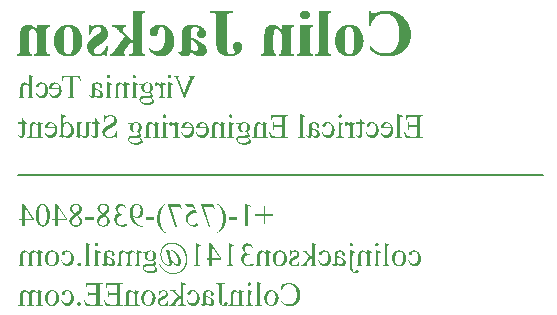
<source format=gbr>
%TF.GenerationSoftware,KiCad,Pcbnew,7.0.7*%
%TF.CreationDate,2025-03-26T12:31:57-04:00*%
%TF.ProjectId,stm_business_card2,73746d5f-6275-4736-996e-6573735f6361,rev?*%
%TF.SameCoordinates,Original*%
%TF.FileFunction,Legend,Bot*%
%TF.FilePolarity,Positive*%
%FSLAX46Y46*%
G04 Gerber Fmt 4.6, Leading zero omitted, Abs format (unit mm)*
G04 Created by KiCad (PCBNEW 7.0.7) date 2025-03-26 12:31:57*
%MOMM*%
%LPD*%
G01*
G04 APERTURE LIST*
%ADD10C,0.150000*%
%ADD11C,0.600000*%
%ADD12C,0.250000*%
G04 APERTURE END LIST*
D10*
X27813000Y-53086000D02*
X72263000Y-53086000D01*
D11*
G36*
X57551044Y-39193903D02*
G01*
X57551044Y-40506953D01*
X57658510Y-40506953D01*
X57674470Y-40443537D01*
X57692063Y-40382007D01*
X57711290Y-40322362D01*
X57732150Y-40264603D01*
X57754643Y-40208728D01*
X57778769Y-40154739D01*
X57804529Y-40102635D01*
X57831923Y-40052417D01*
X57860950Y-40004083D01*
X57891610Y-39957635D01*
X57923903Y-39913072D01*
X57957830Y-39870395D01*
X57993390Y-39829602D01*
X58030584Y-39790695D01*
X58069411Y-39753673D01*
X58109871Y-39718537D01*
X58151370Y-39685293D01*
X58193555Y-39654194D01*
X58236427Y-39625240D01*
X58279986Y-39598430D01*
X58324232Y-39573766D01*
X58369165Y-39551246D01*
X58414785Y-39530871D01*
X58461092Y-39512640D01*
X58508086Y-39496554D01*
X58555767Y-39482614D01*
X58604135Y-39470817D01*
X58653189Y-39461166D01*
X58702931Y-39453659D01*
X58753359Y-39448297D01*
X58804475Y-39445080D01*
X58856277Y-39444008D01*
X58899768Y-39444790D01*
X58942800Y-39447137D01*
X58985375Y-39451049D01*
X59027492Y-39456525D01*
X59069150Y-39463566D01*
X59110351Y-39472172D01*
X59151094Y-39482343D01*
X59191378Y-39494078D01*
X59231205Y-39507377D01*
X59270574Y-39522242D01*
X59309485Y-39538671D01*
X59347938Y-39556665D01*
X59385933Y-39576223D01*
X59423470Y-39597347D01*
X59460549Y-39620034D01*
X59497171Y-39644287D01*
X59532952Y-39669681D01*
X59567512Y-39696036D01*
X59600852Y-39723353D01*
X59632970Y-39751632D01*
X59663866Y-39780872D01*
X59693542Y-39811074D01*
X59721996Y-39842238D01*
X59749229Y-39874364D01*
X59775241Y-39907451D01*
X59800032Y-39941500D01*
X59823601Y-39976511D01*
X59845949Y-40012483D01*
X59867076Y-40049417D01*
X59886982Y-40087313D01*
X59905667Y-40126171D01*
X59923130Y-40165990D01*
X59944070Y-40218010D01*
X59963659Y-40270755D01*
X59981897Y-40324225D01*
X59998784Y-40378420D01*
X60014320Y-40433340D01*
X60028506Y-40488986D01*
X60041340Y-40545356D01*
X60052823Y-40602452D01*
X60062955Y-40660272D01*
X60071737Y-40718818D01*
X60079167Y-40778089D01*
X60085246Y-40838085D01*
X60089975Y-40898806D01*
X60093352Y-40960252D01*
X60095378Y-41022423D01*
X60096054Y-41085320D01*
X60095562Y-41147254D01*
X60094085Y-41208495D01*
X60091623Y-41269040D01*
X60088177Y-41328891D01*
X60083746Y-41388047D01*
X60078331Y-41446509D01*
X60071931Y-41504276D01*
X60064547Y-41561349D01*
X60056178Y-41617727D01*
X60046824Y-41673411D01*
X60036485Y-41728400D01*
X60025162Y-41782694D01*
X60012855Y-41836294D01*
X59999563Y-41889199D01*
X59985286Y-41941410D01*
X59970025Y-41992926D01*
X59953596Y-42043313D01*
X59936060Y-42092135D01*
X59917417Y-42139392D01*
X59897668Y-42185084D01*
X59876812Y-42229212D01*
X59854849Y-42271775D01*
X59831779Y-42312774D01*
X59807603Y-42352207D01*
X59782320Y-42390077D01*
X59755931Y-42426381D01*
X59728434Y-42461121D01*
X59699831Y-42494296D01*
X59670121Y-42525906D01*
X59639305Y-42555952D01*
X59607381Y-42584433D01*
X59574351Y-42611349D01*
X59540024Y-42636666D01*
X59504452Y-42660350D01*
X59467636Y-42682401D01*
X59429576Y-42702818D01*
X59390272Y-42721602D01*
X59349724Y-42738752D01*
X59307932Y-42754269D01*
X59264896Y-42768153D01*
X59220615Y-42780403D01*
X59175091Y-42791020D01*
X59128322Y-42800004D01*
X59080309Y-42807354D01*
X59031052Y-42813071D01*
X58980551Y-42817154D01*
X58928806Y-42819604D01*
X58875817Y-42820421D01*
X58832086Y-42819822D01*
X58788820Y-42818024D01*
X58746021Y-42815029D01*
X58703687Y-42810834D01*
X58661818Y-42805442D01*
X58620415Y-42798851D01*
X58579478Y-42791062D01*
X58539006Y-42782075D01*
X58499000Y-42771889D01*
X58459459Y-42760505D01*
X58420384Y-42747923D01*
X58381774Y-42734142D01*
X58343631Y-42719163D01*
X58305952Y-42702986D01*
X58268740Y-42685610D01*
X58231993Y-42667036D01*
X58195234Y-42646993D01*
X58158231Y-42625210D01*
X58120984Y-42601686D01*
X58083493Y-42576422D01*
X58045757Y-42549418D01*
X58007778Y-42520674D01*
X57969554Y-42490189D01*
X57931085Y-42457965D01*
X57892373Y-42424000D01*
X57853416Y-42388294D01*
X57814215Y-42350849D01*
X57774770Y-42311663D01*
X57735080Y-42270737D01*
X57695147Y-42228071D01*
X57654969Y-42183665D01*
X57614547Y-42137518D01*
X57614547Y-42458942D01*
X57653847Y-42498547D01*
X57693345Y-42536763D01*
X57733043Y-42573591D01*
X57772938Y-42609029D01*
X57813032Y-42643078D01*
X57853325Y-42675738D01*
X57893815Y-42707008D01*
X57934505Y-42736890D01*
X57975393Y-42765382D01*
X58016479Y-42792486D01*
X58057763Y-42818200D01*
X58099247Y-42842525D01*
X58140928Y-42865461D01*
X58182808Y-42887008D01*
X58224887Y-42907165D01*
X58267164Y-42925934D01*
X58309986Y-42943443D01*
X58353702Y-42959823D01*
X58398310Y-42975073D01*
X58443812Y-42989193D01*
X58490207Y-43002183D01*
X58537495Y-43014045D01*
X58585675Y-43024776D01*
X58634749Y-43034378D01*
X58684716Y-43042850D01*
X58735576Y-43050192D01*
X58787328Y-43056405D01*
X58839974Y-43061489D01*
X58893513Y-43065442D01*
X58947945Y-43068266D01*
X59003270Y-43069961D01*
X59059487Y-43070526D01*
X59133581Y-43069598D01*
X59206628Y-43066816D01*
X59278630Y-43062179D01*
X59349587Y-43055688D01*
X59419497Y-43047342D01*
X59488363Y-43037141D01*
X59556182Y-43025085D01*
X59622956Y-43011175D01*
X59688684Y-42995410D01*
X59753366Y-42977790D01*
X59817003Y-42958315D01*
X59879594Y-42936986D01*
X59941139Y-42913802D01*
X60001639Y-42888763D01*
X60061093Y-42861870D01*
X60119501Y-42833122D01*
X60176444Y-42802515D01*
X60231746Y-42770290D01*
X60285407Y-42736447D01*
X60337427Y-42700986D01*
X60387806Y-42663907D01*
X60436544Y-42625210D01*
X60483641Y-42584895D01*
X60529097Y-42542961D01*
X60572911Y-42499410D01*
X60615085Y-42454240D01*
X60655618Y-42407452D01*
X60694510Y-42359046D01*
X60731761Y-42309022D01*
X60767371Y-42257380D01*
X60801340Y-42204120D01*
X60833667Y-42149242D01*
X60864072Y-42093329D01*
X60892515Y-42036966D01*
X60918996Y-41980153D01*
X60943516Y-41922890D01*
X60966074Y-41865176D01*
X60986670Y-41807012D01*
X61005305Y-41748397D01*
X61021979Y-41689332D01*
X61036690Y-41629817D01*
X61049441Y-41569852D01*
X61060229Y-41509436D01*
X61069056Y-41448570D01*
X61075922Y-41387254D01*
X61080826Y-41325487D01*
X61083768Y-41263270D01*
X61084749Y-41200602D01*
X61083661Y-41134504D01*
X61080398Y-41068833D01*
X61074960Y-41003590D01*
X61067347Y-40938774D01*
X61057558Y-40874386D01*
X61045594Y-40810424D01*
X61031454Y-40746891D01*
X61015140Y-40683785D01*
X60996650Y-40621106D01*
X60975985Y-40558854D01*
X60953144Y-40497030D01*
X60928128Y-40435634D01*
X60900937Y-40374665D01*
X60871571Y-40314123D01*
X60840029Y-40254009D01*
X60806312Y-40194322D01*
X60770626Y-40135685D01*
X60733421Y-40078719D01*
X60694697Y-40023424D01*
X60654454Y-39969802D01*
X60612692Y-39917850D01*
X60569412Y-39867571D01*
X60524612Y-39818963D01*
X60478294Y-39772026D01*
X60430457Y-39726761D01*
X60381101Y-39683167D01*
X60330226Y-39641245D01*
X60277832Y-39600995D01*
X60223919Y-39562416D01*
X60168487Y-39525509D01*
X60111537Y-39490273D01*
X60053067Y-39456709D01*
X59993606Y-39424884D01*
X59933678Y-39395114D01*
X59873285Y-39367396D01*
X59812427Y-39341731D01*
X59751103Y-39318120D01*
X59689313Y-39296562D01*
X59627058Y-39277056D01*
X59564337Y-39259605D01*
X59501151Y-39244206D01*
X59437499Y-39230860D01*
X59373381Y-39219568D01*
X59308798Y-39210329D01*
X59243749Y-39203142D01*
X59178235Y-39198010D01*
X59112255Y-39194930D01*
X59045810Y-39193903D01*
X58996545Y-39194521D01*
X58946937Y-39196376D01*
X58896986Y-39199467D01*
X58846691Y-39203795D01*
X58796052Y-39209359D01*
X58745070Y-39216160D01*
X58693745Y-39224197D01*
X58642076Y-39233471D01*
X58590064Y-39243981D01*
X58537708Y-39255727D01*
X58485009Y-39268710D01*
X58431966Y-39282930D01*
X58378580Y-39298386D01*
X58324851Y-39315078D01*
X58270778Y-39333007D01*
X58216361Y-39352173D01*
X58170540Y-39368585D01*
X58127964Y-39383382D01*
X58088634Y-39396566D01*
X58041244Y-39411632D01*
X57999623Y-39423829D01*
X57955712Y-39435040D01*
X57914920Y-39442573D01*
X57894937Y-39444008D01*
X57852439Y-39440283D01*
X57812872Y-39429109D01*
X57776235Y-39410486D01*
X57742530Y-39384413D01*
X57716470Y-39354593D01*
X57694712Y-39318135D01*
X57679485Y-39281602D01*
X57667418Y-39240191D01*
X57658510Y-39193903D01*
X57551044Y-39193903D01*
G37*
G36*
X55934572Y-40383484D02*
G01*
X56001521Y-40388235D01*
X56066616Y-40396154D01*
X56129855Y-40407241D01*
X56191241Y-40421494D01*
X56250771Y-40438916D01*
X56308447Y-40459505D01*
X56364268Y-40483261D01*
X56418234Y-40510185D01*
X56470345Y-40540277D01*
X56520602Y-40573536D01*
X56569004Y-40609962D01*
X56615551Y-40649556D01*
X56660244Y-40692318D01*
X56703082Y-40738247D01*
X56744065Y-40787344D01*
X56782751Y-40838570D01*
X56818941Y-40890887D01*
X56852635Y-40944296D01*
X56883833Y-40998797D01*
X56912535Y-41054389D01*
X56938742Y-41111072D01*
X56962453Y-41168847D01*
X56983667Y-41227713D01*
X57002386Y-41287671D01*
X57018609Y-41348720D01*
X57032337Y-41410861D01*
X57043568Y-41474093D01*
X57052303Y-41538417D01*
X57058543Y-41603832D01*
X57062287Y-41670339D01*
X57063535Y-41737937D01*
X57062314Y-41803627D01*
X57058650Y-41868317D01*
X57052544Y-41932007D01*
X57043995Y-41994697D01*
X57033004Y-42056387D01*
X57019571Y-42117078D01*
X57003695Y-42176769D01*
X56985377Y-42235459D01*
X56964616Y-42293150D01*
X56941413Y-42349841D01*
X56915768Y-42405533D01*
X56887680Y-42460224D01*
X56857150Y-42513915D01*
X56824177Y-42566607D01*
X56788762Y-42618299D01*
X56750904Y-42668990D01*
X56710661Y-42717614D01*
X56668335Y-42763100D01*
X56623924Y-42805450D01*
X56577430Y-42844662D01*
X56528853Y-42880738D01*
X56478192Y-42913676D01*
X56425447Y-42943477D01*
X56370618Y-42970142D01*
X56313705Y-42993669D01*
X56254709Y-43014060D01*
X56193630Y-43031313D01*
X56130466Y-43045430D01*
X56065219Y-43056409D01*
X55997888Y-43064252D01*
X55928473Y-43068957D01*
X55856975Y-43070526D01*
X55784092Y-43068808D01*
X55713208Y-43063656D01*
X55644324Y-43055070D01*
X55577439Y-43043048D01*
X55512555Y-43027592D01*
X55449670Y-43008702D01*
X55388784Y-42986376D01*
X55329899Y-42960616D01*
X55273013Y-42931422D01*
X55218127Y-42898792D01*
X55165241Y-42862728D01*
X55114355Y-42823230D01*
X55065468Y-42780296D01*
X55018581Y-42733928D01*
X54973694Y-42684126D01*
X54930806Y-42630889D01*
X54897208Y-42584769D01*
X54865777Y-42537267D01*
X54836513Y-42488384D01*
X54809418Y-42438120D01*
X54784490Y-42386474D01*
X54761729Y-42333447D01*
X54741136Y-42279038D01*
X54722711Y-42223247D01*
X54706454Y-42166075D01*
X54692364Y-42107522D01*
X54680442Y-42047587D01*
X54670688Y-41986271D01*
X54663101Y-41923573D01*
X54657682Y-41859493D01*
X54654430Y-41794032D01*
X54653346Y-41727190D01*
X54653934Y-41680650D01*
X54655697Y-41634576D01*
X54658636Y-41588968D01*
X54662750Y-41543825D01*
X54666371Y-41513233D01*
X55461302Y-41513233D01*
X55461355Y-41561811D01*
X55461515Y-41609358D01*
X55461783Y-41655875D01*
X55462157Y-41701361D01*
X55462637Y-41745817D01*
X55463225Y-41789243D01*
X55463920Y-41831638D01*
X55464721Y-41873003D01*
X55465629Y-41913337D01*
X55467767Y-41990915D01*
X55470331Y-42064371D01*
X55473323Y-42133706D01*
X55476742Y-42198918D01*
X55480589Y-42260010D01*
X55484864Y-42316979D01*
X55489565Y-42369827D01*
X55494694Y-42418554D01*
X55500251Y-42463159D01*
X55506235Y-42503642D01*
X55516012Y-42556639D01*
X55523417Y-42587127D01*
X55535240Y-42625748D01*
X55553152Y-42670761D01*
X55574547Y-42712149D01*
X55599425Y-42749911D01*
X55627785Y-42784048D01*
X55659627Y-42814559D01*
X55670049Y-42822841D01*
X55703285Y-42844479D01*
X55739475Y-42861309D01*
X55778619Y-42873330D01*
X55820717Y-42880543D01*
X55865768Y-42882947D01*
X55904508Y-42880490D01*
X55949296Y-42871057D01*
X55992229Y-42854547D01*
X56026590Y-42835385D01*
X56059663Y-42811309D01*
X56091448Y-42782319D01*
X56103515Y-42769382D01*
X56131346Y-42733900D01*
X56155837Y-42693934D01*
X56173025Y-42658732D01*
X56188077Y-42620661D01*
X56200991Y-42579720D01*
X56211768Y-42535909D01*
X56220408Y-42489228D01*
X56225022Y-42457449D01*
X56231385Y-42409224D01*
X56237078Y-42360329D01*
X56242101Y-42310763D01*
X56246455Y-42260529D01*
X56250138Y-42209624D01*
X56253152Y-42158050D01*
X56255496Y-42105806D01*
X56257171Y-42052892D01*
X56258175Y-41999308D01*
X56258510Y-41945055D01*
X56258388Y-41877361D01*
X56258022Y-41811545D01*
X56257411Y-41747607D01*
X56256556Y-41685547D01*
X56255457Y-41625364D01*
X56254114Y-41567058D01*
X56252526Y-41510631D01*
X56250695Y-41456080D01*
X56248619Y-41403408D01*
X56246298Y-41352613D01*
X56243734Y-41303696D01*
X56240925Y-41256656D01*
X56237872Y-41211494D01*
X56234575Y-41168210D01*
X56231033Y-41126803D01*
X56227247Y-41087274D01*
X56225166Y-41068178D01*
X56218134Y-41013283D01*
X56209917Y-40961978D01*
X56200514Y-40914262D01*
X56189927Y-40870135D01*
X56178154Y-40829598D01*
X56165197Y-40792649D01*
X56146078Y-40748968D01*
X56124851Y-40711667D01*
X56095356Y-40674015D01*
X56082621Y-40661356D01*
X56049415Y-40633283D01*
X56014252Y-40610313D01*
X55977134Y-40592448D01*
X55938060Y-40579688D01*
X55897030Y-40572031D01*
X55854044Y-40569479D01*
X55819092Y-40570862D01*
X55779982Y-40576175D01*
X55738262Y-40587408D01*
X55700748Y-40604064D01*
X55667443Y-40626143D01*
X55636908Y-40653163D01*
X55608805Y-40684762D01*
X55583136Y-40720940D01*
X55559899Y-40761698D01*
X55543062Y-40797602D01*
X55527782Y-40836436D01*
X55514058Y-40878202D01*
X55501693Y-40925951D01*
X55493502Y-40967694D01*
X55486237Y-41014520D01*
X55479900Y-41066429D01*
X55474491Y-41123422D01*
X55471400Y-41164241D01*
X55468721Y-41207319D01*
X55466454Y-41252657D01*
X55464599Y-41300254D01*
X55463156Y-41350110D01*
X55462126Y-41402225D01*
X55461508Y-41456599D01*
X55461302Y-41513233D01*
X54666371Y-41513233D01*
X54668039Y-41499147D01*
X54674504Y-41454936D01*
X54682144Y-41411189D01*
X54690960Y-41367909D01*
X54700951Y-41325094D01*
X54712117Y-41282744D01*
X54724459Y-41240861D01*
X54737977Y-41199442D01*
X54752669Y-41158490D01*
X54768537Y-41118003D01*
X54785581Y-41077981D01*
X54803800Y-41038425D01*
X54823026Y-40999663D01*
X54843337Y-40962023D01*
X54864731Y-40925505D01*
X54887209Y-40890109D01*
X54910771Y-40855835D01*
X54935416Y-40822682D01*
X54961146Y-40790652D01*
X54987959Y-40759744D01*
X55015856Y-40729958D01*
X55044837Y-40701294D01*
X55074902Y-40673752D01*
X55106050Y-40647331D01*
X55138283Y-40622033D01*
X55171599Y-40597857D01*
X55205999Y-40574803D01*
X55241483Y-40552870D01*
X55277696Y-40532167D01*
X55314283Y-40512799D01*
X55351244Y-40494767D01*
X55388578Y-40478071D01*
X55426287Y-40462710D01*
X55464370Y-40448686D01*
X55502827Y-40435996D01*
X55541658Y-40424643D01*
X55580862Y-40414625D01*
X55620441Y-40405943D01*
X55660394Y-40398597D01*
X55700721Y-40392586D01*
X55741422Y-40387911D01*
X55782496Y-40384572D01*
X55823945Y-40382568D01*
X55865768Y-40381900D01*
X55934572Y-40383484D01*
G37*
G36*
X53273863Y-39256429D02*
G01*
X53273863Y-42445264D01*
X53273313Y-42494995D01*
X53271665Y-42541240D01*
X53268917Y-42583999D01*
X53265070Y-42623271D01*
X53258231Y-42670212D01*
X53249438Y-42710954D01*
X53235700Y-42753167D01*
X53215183Y-42791040D01*
X53211337Y-42795997D01*
X53177757Y-42826204D01*
X53139747Y-42847109D01*
X53101565Y-42861015D01*
X53057467Y-42871724D01*
X53017931Y-42877991D01*
X52974608Y-42882212D01*
X52963186Y-42882947D01*
X52963186Y-43008000D01*
X54350485Y-43008000D01*
X54350485Y-42882947D01*
X54309346Y-42880108D01*
X54261742Y-42872695D01*
X54218384Y-42860988D01*
X54179272Y-42844988D01*
X54144405Y-42824695D01*
X54113784Y-42800109D01*
X54097450Y-42783296D01*
X54076132Y-42745416D01*
X54064111Y-42705993D01*
X54056417Y-42667036D01*
X54050433Y-42621485D01*
X54046159Y-42569339D01*
X54044075Y-42525902D01*
X54042953Y-42478756D01*
X54042739Y-42445264D01*
X54042739Y-39819165D01*
X54043297Y-39769608D01*
X54044972Y-39723521D01*
X54047762Y-39680902D01*
X54051669Y-39641753D01*
X54058615Y-39594950D01*
X54067545Y-39554314D01*
X54081498Y-39512192D01*
X54102335Y-39474365D01*
X54106242Y-39469409D01*
X54139301Y-39438822D01*
X54176716Y-39417664D01*
X54214297Y-39403601D01*
X54257698Y-39392782D01*
X54296609Y-39386462D01*
X54339244Y-39382218D01*
X54350485Y-39381482D01*
X54350485Y-39256429D01*
X53273863Y-39256429D01*
G37*
G36*
X52105405Y-39193903D02*
G01*
X52061579Y-39195628D01*
X52019493Y-39200803D01*
X51979147Y-39209428D01*
X51940541Y-39221503D01*
X51903676Y-39237027D01*
X51868550Y-39256002D01*
X51835166Y-39278426D01*
X51803521Y-39304301D01*
X51774441Y-39332603D01*
X51743543Y-39369955D01*
X51718704Y-39409501D01*
X51699923Y-39451242D01*
X51687200Y-39495177D01*
X51680536Y-39541306D01*
X51679445Y-39570037D01*
X51682499Y-39617459D01*
X51691658Y-39662640D01*
X51706923Y-39705578D01*
X51728294Y-39746274D01*
X51755771Y-39784728D01*
X51782150Y-39813876D01*
X51804498Y-39834796D01*
X51836555Y-39860442D01*
X51870199Y-39882668D01*
X51905431Y-39901475D01*
X51942251Y-39916862D01*
X51980658Y-39928830D01*
X52020653Y-39937378D01*
X52062235Y-39942508D01*
X52105405Y-39944217D01*
X52148560Y-39942508D01*
X52190096Y-39937378D01*
X52230015Y-39928830D01*
X52268315Y-39916862D01*
X52304997Y-39901475D01*
X52340061Y-39882668D01*
X52373507Y-39860442D01*
X52405335Y-39834796D01*
X52434186Y-39806724D01*
X52464841Y-39769615D01*
X52489484Y-39730264D01*
X52508118Y-39688671D01*
X52520740Y-39644837D01*
X52527352Y-39598760D01*
X52528434Y-39570037D01*
X52525428Y-39522591D01*
X52516412Y-39477339D01*
X52501386Y-39434282D01*
X52480348Y-39393419D01*
X52453300Y-39354750D01*
X52427334Y-39325396D01*
X52405335Y-39304301D01*
X52373507Y-39278426D01*
X52340061Y-39256002D01*
X52304997Y-39237027D01*
X52268315Y-39221503D01*
X52230015Y-39209428D01*
X52190096Y-39200803D01*
X52148560Y-39195628D01*
X52105405Y-39193903D01*
G37*
G36*
X51720478Y-40444427D02*
G01*
X51720478Y-42445264D01*
X51719929Y-42494995D01*
X51718280Y-42541240D01*
X51715532Y-42583999D01*
X51711686Y-42623271D01*
X51704847Y-42670212D01*
X51696054Y-42710954D01*
X51682315Y-42753167D01*
X51661799Y-42791040D01*
X51657952Y-42795997D01*
X51624419Y-42826204D01*
X51586523Y-42847109D01*
X51548489Y-42861015D01*
X51504588Y-42871724D01*
X51465242Y-42877991D01*
X51422140Y-42882212D01*
X51410778Y-42882947D01*
X51410778Y-43008000D01*
X52798078Y-43008000D01*
X52798078Y-42882947D01*
X52756938Y-42880108D01*
X52709335Y-42872695D01*
X52665977Y-42860988D01*
X52626864Y-42844988D01*
X52591998Y-42824695D01*
X52561377Y-42800109D01*
X52545042Y-42783296D01*
X52523724Y-42745416D01*
X52511703Y-42705993D01*
X52504009Y-42667036D01*
X52498025Y-42621485D01*
X52493751Y-42569339D01*
X52491667Y-42525902D01*
X52490545Y-42478756D01*
X52490332Y-42445264D01*
X52490332Y-41007162D01*
X52490890Y-40957431D01*
X52492564Y-40911186D01*
X52495355Y-40868427D01*
X52499262Y-40829155D01*
X52506208Y-40782214D01*
X52515138Y-40741472D01*
X52529091Y-40699259D01*
X52549928Y-40661386D01*
X52553835Y-40656429D01*
X52586894Y-40626222D01*
X52624308Y-40605317D01*
X52661889Y-40591411D01*
X52705290Y-40580702D01*
X52744201Y-40574435D01*
X52786837Y-40570215D01*
X52798078Y-40569479D01*
X52798078Y-40444427D01*
X51720478Y-40444427D01*
G37*
G36*
X50119222Y-40444427D02*
G01*
X50119222Y-40819584D01*
X50082191Y-40777643D01*
X50045468Y-40737919D01*
X50009055Y-40700409D01*
X49972951Y-40665115D01*
X49937156Y-40632037D01*
X49901670Y-40601173D01*
X49866494Y-40572525D01*
X49831626Y-40546093D01*
X49797068Y-40521875D01*
X49762818Y-40499874D01*
X49740157Y-40486436D01*
X49694301Y-40461936D01*
X49647589Y-40440702D01*
X49600023Y-40422735D01*
X49551602Y-40408034D01*
X49502326Y-40396601D01*
X49452195Y-40388434D01*
X49401209Y-40383534D01*
X49349369Y-40381900D01*
X49303221Y-40383111D01*
X49258568Y-40386743D01*
X49215408Y-40392797D01*
X49173743Y-40401272D01*
X49133572Y-40412168D01*
X49094894Y-40425486D01*
X49057711Y-40441226D01*
X49022022Y-40459386D01*
X48987827Y-40479969D01*
X48955126Y-40502972D01*
X48934156Y-40519653D01*
X48904168Y-40545891D01*
X48876121Y-40573314D01*
X48841744Y-40611721D01*
X48810817Y-40652235D01*
X48783340Y-40694856D01*
X48759312Y-40739583D01*
X48738735Y-40786416D01*
X48721607Y-40835356D01*
X48714337Y-40860616D01*
X48704033Y-40903679D01*
X48695103Y-40955688D01*
X48689307Y-41000565D01*
X48684284Y-41050473D01*
X48680034Y-41105414D01*
X48677629Y-41144836D01*
X48675569Y-41186495D01*
X48673851Y-41230390D01*
X48672477Y-41276521D01*
X48671447Y-41324889D01*
X48670760Y-41375493D01*
X48670417Y-41428333D01*
X48670374Y-41455592D01*
X48670374Y-42445264D01*
X48669901Y-42496157D01*
X48668485Y-42543324D01*
X48666123Y-42586764D01*
X48662817Y-42626477D01*
X48656940Y-42673631D01*
X48649384Y-42714160D01*
X48637577Y-42755505D01*
X48619946Y-42791454D01*
X48616640Y-42795997D01*
X48587569Y-42823532D01*
X48553794Y-42843339D01*
X48511846Y-42859642D01*
X48470644Y-42870552D01*
X48423766Y-42879029D01*
X48392914Y-42882947D01*
X48392914Y-43008000D01*
X49693263Y-43008000D01*
X49693263Y-42882947D01*
X49649776Y-42875262D01*
X49610296Y-42863808D01*
X49568210Y-42845090D01*
X49531894Y-42820944D01*
X49501349Y-42791371D01*
X49484191Y-42768642D01*
X49467060Y-42730794D01*
X49457400Y-42692484D01*
X49449887Y-42644775D01*
X49445422Y-42599842D01*
X49442331Y-42548895D01*
X49440914Y-42506737D01*
X49440270Y-42461196D01*
X49440227Y-42445264D01*
X49440227Y-41319793D01*
X49440450Y-41263559D01*
X49441120Y-41211361D01*
X49442236Y-41163198D01*
X49443799Y-41119071D01*
X49445808Y-41078980D01*
X49449182Y-41031803D01*
X49453349Y-40991801D01*
X49459675Y-40951887D01*
X49465628Y-40928027D01*
X49480039Y-40889376D01*
X49501505Y-40851586D01*
X49528536Y-40819824D01*
X49549648Y-40801998D01*
X49583625Y-40780274D01*
X49623735Y-40764474D01*
X49666324Y-40757452D01*
X49679585Y-40757057D01*
X49723623Y-40760904D01*
X49767077Y-40772445D01*
X49809948Y-40791679D01*
X49852234Y-40818607D01*
X49893937Y-40853228D01*
X49935055Y-40895543D01*
X49962143Y-40928027D01*
X49988972Y-40963931D01*
X50015541Y-41003254D01*
X50041851Y-41045997D01*
X50067901Y-41092159D01*
X50093691Y-41141740D01*
X50119222Y-41194741D01*
X50119222Y-42445264D01*
X50118750Y-42494795D01*
X50117333Y-42540805D01*
X50114972Y-42583295D01*
X50111666Y-42622264D01*
X50105789Y-42668746D01*
X50098233Y-42708970D01*
X50086426Y-42750448D01*
X50068795Y-42787314D01*
X50065489Y-42792089D01*
X50037586Y-42821147D01*
X50000894Y-42845063D01*
X49962449Y-42861469D01*
X49917546Y-42874097D01*
X49875195Y-42881735D01*
X49866187Y-42882947D01*
X49866187Y-43008000D01*
X51165559Y-43008000D01*
X51165559Y-42882947D01*
X51126480Y-42877986D01*
X51081753Y-42868822D01*
X51041605Y-42856367D01*
X50999473Y-42837075D01*
X50963936Y-42813044D01*
X50934993Y-42784273D01*
X50916721Y-42748349D01*
X50906417Y-42709581D01*
X50899822Y-42670700D01*
X50894693Y-42624828D01*
X50891808Y-42585836D01*
X50889747Y-42542912D01*
X50888511Y-42496054D01*
X50888099Y-42445264D01*
X50888099Y-41007162D01*
X50888571Y-40956627D01*
X50889988Y-40909801D01*
X50892349Y-40866684D01*
X50895655Y-40827277D01*
X50901532Y-40780505D01*
X50909088Y-40740327D01*
X50920895Y-40699378D01*
X50938526Y-40663841D01*
X50941832Y-40659360D01*
X50970904Y-40631685D01*
X51004678Y-40611534D01*
X51046627Y-40594682D01*
X51087828Y-40583157D01*
X51134707Y-40573921D01*
X51165559Y-40569479D01*
X51165559Y-40444427D01*
X50119222Y-40444427D01*
G37*
G36*
X46045251Y-39381482D02*
G01*
X46045251Y-39256429D01*
X44063953Y-39256429D01*
X44063953Y-39381482D01*
X44185098Y-39381482D01*
X44225123Y-39382321D01*
X44272321Y-39385732D01*
X44316371Y-39391767D01*
X44357272Y-39400425D01*
X44395025Y-39411707D01*
X44436172Y-39428708D01*
X44448880Y-39435215D01*
X44485185Y-39459567D01*
X44513822Y-39487960D01*
X44539040Y-39522704D01*
X44558301Y-39558314D01*
X44571551Y-39601606D01*
X44577910Y-39641376D01*
X44582790Y-39690926D01*
X44585629Y-39737607D01*
X44587138Y-39776725D01*
X44588114Y-39819363D01*
X44588558Y-39865522D01*
X44588587Y-39881691D01*
X44588587Y-41714489D01*
X44589007Y-41780748D01*
X44590266Y-41844701D01*
X44592365Y-41906350D01*
X44595304Y-41965693D01*
X44599082Y-42022731D01*
X44603700Y-42077465D01*
X44609157Y-42129893D01*
X44615454Y-42180016D01*
X44622590Y-42227834D01*
X44630566Y-42273348D01*
X44639382Y-42316556D01*
X44649037Y-42357459D01*
X44659532Y-42396057D01*
X44676848Y-42449632D01*
X44696054Y-42498020D01*
X44717489Y-42543112D01*
X44741861Y-42586795D01*
X44769169Y-42629070D01*
X44799414Y-42669937D01*
X44832596Y-42709395D01*
X44868715Y-42747446D01*
X44907770Y-42784088D01*
X44949761Y-42819322D01*
X44994690Y-42853148D01*
X45042554Y-42885565D01*
X45076096Y-42906394D01*
X45110725Y-42926270D01*
X45146224Y-42944863D01*
X45182593Y-42962173D01*
X45219833Y-42978202D01*
X45257942Y-42992948D01*
X45296922Y-43006412D01*
X45336772Y-43018594D01*
X45377492Y-43029493D01*
X45419081Y-43039110D01*
X45461542Y-43047445D01*
X45504872Y-43054497D01*
X45549072Y-43060267D01*
X45594143Y-43064755D01*
X45640083Y-43067961D01*
X45686894Y-43069885D01*
X45734575Y-43070526D01*
X45792613Y-43069541D01*
X45849247Y-43066587D01*
X45904476Y-43061664D01*
X45958301Y-43054772D01*
X46010722Y-43045911D01*
X46061738Y-43035080D01*
X46111350Y-43022280D01*
X46159557Y-43007511D01*
X46206360Y-42990773D01*
X46251759Y-42972065D01*
X46295753Y-42951389D01*
X46338343Y-42928743D01*
X46379528Y-42904128D01*
X46419309Y-42877543D01*
X46457686Y-42848990D01*
X46494658Y-42818467D01*
X46529677Y-42786635D01*
X46562436Y-42754399D01*
X46592936Y-42721758D01*
X46621176Y-42688713D01*
X46647157Y-42655263D01*
X46670880Y-42621409D01*
X46692342Y-42587150D01*
X46711546Y-42552487D01*
X46736115Y-42499733D01*
X46755601Y-42446069D01*
X46770004Y-42391495D01*
X46779323Y-42336011D01*
X46783559Y-42279617D01*
X46783842Y-42260616D01*
X46781995Y-42212684D01*
X46776453Y-42167071D01*
X46767218Y-42123779D01*
X46754288Y-42082808D01*
X46737665Y-42044156D01*
X46717347Y-42007825D01*
X46693335Y-41973814D01*
X46665628Y-41942124D01*
X46635266Y-41913502D01*
X46603285Y-41888696D01*
X46569687Y-41867706D01*
X46534470Y-41850533D01*
X46497635Y-41837176D01*
X46459182Y-41827635D01*
X46419111Y-41821910D01*
X46377422Y-41820002D01*
X46336267Y-41821788D01*
X46296822Y-41827146D01*
X46249919Y-41838867D01*
X46205688Y-41856169D01*
X46164129Y-41879053D01*
X46125241Y-41907518D01*
X46096054Y-41934308D01*
X46069264Y-41963449D01*
X46040799Y-42002151D01*
X46017915Y-42043381D01*
X46000613Y-42087140D01*
X45988892Y-42133427D01*
X45983534Y-42172277D01*
X45981748Y-42212745D01*
X45982970Y-42252434D01*
X45987263Y-42293873D01*
X45995659Y-42335929D01*
X46001288Y-42355383D01*
X46020661Y-42393869D01*
X46043162Y-42432139D01*
X46065327Y-42468134D01*
X46087261Y-42502905D01*
X46108933Y-42538154D01*
X46130091Y-42575981D01*
X46148089Y-42613948D01*
X46160651Y-42653009D01*
X46162488Y-42669967D01*
X46156847Y-42711209D01*
X46139922Y-42749205D01*
X46115406Y-42780254D01*
X46091169Y-42801859D01*
X46056975Y-42825219D01*
X46019728Y-42844620D01*
X45979428Y-42860062D01*
X45936075Y-42871544D01*
X45889669Y-42879067D01*
X45850346Y-42882234D01*
X45819571Y-42882947D01*
X45776718Y-42880783D01*
X45736819Y-42874292D01*
X45694003Y-42861249D01*
X45655207Y-42842315D01*
X45625154Y-42821398D01*
X45593584Y-42791198D01*
X45566410Y-42754453D01*
X45546614Y-42717747D01*
X45530048Y-42676234D01*
X45518709Y-42637966D01*
X45516710Y-42629912D01*
X45509154Y-42590207D01*
X45504148Y-42550951D01*
X45499708Y-42503573D01*
X45495836Y-42448072D01*
X45493569Y-42406558D01*
X45491554Y-42361434D01*
X45489791Y-42312700D01*
X45488280Y-42260356D01*
X45487020Y-42204401D01*
X45486013Y-42144837D01*
X45485257Y-42081662D01*
X45484753Y-42014877D01*
X45484501Y-41944481D01*
X45484470Y-41907930D01*
X45484470Y-39881691D01*
X45484753Y-39833443D01*
X45485603Y-39788715D01*
X45487020Y-39747507D01*
X45489791Y-39698040D01*
X45493569Y-39654832D01*
X45499708Y-39609624D01*
X45509154Y-39568282D01*
X45516710Y-39548544D01*
X45539087Y-39512016D01*
X45567022Y-39481883D01*
X45597676Y-39457319D01*
X45634128Y-39434439D01*
X45639808Y-39431307D01*
X45676548Y-39414374D01*
X45717890Y-39400945D01*
X45763834Y-39391019D01*
X45805637Y-39385423D01*
X45850636Y-39382260D01*
X45888936Y-39381482D01*
X46045251Y-39381482D01*
G37*
G36*
X42603049Y-40382286D02*
G01*
X42659375Y-40384309D01*
X42715306Y-40388068D01*
X42770841Y-40393560D01*
X42825982Y-40400787D01*
X42880728Y-40409749D01*
X42935078Y-40420445D01*
X42989034Y-40432876D01*
X43042595Y-40447041D01*
X43095761Y-40462940D01*
X43148531Y-40480575D01*
X43182981Y-40493245D01*
X43232867Y-40513509D01*
X43280606Y-40535285D01*
X43326198Y-40558572D01*
X43369644Y-40583370D01*
X43410943Y-40609680D01*
X43450095Y-40637501D01*
X43487101Y-40666833D01*
X43521960Y-40697676D01*
X43554672Y-40730030D01*
X43585238Y-40763896D01*
X43594855Y-40775394D01*
X43621874Y-40810104D01*
X43646146Y-40845140D01*
X43667669Y-40880503D01*
X43686446Y-40916192D01*
X43702474Y-40952207D01*
X43719571Y-41000735D01*
X43731783Y-41049844D01*
X43739111Y-41099532D01*
X43741553Y-41149800D01*
X43741099Y-41167611D01*
X43735990Y-41210902D01*
X43725204Y-41252428D01*
X43708741Y-41292189D01*
X43686602Y-41330185D01*
X43658786Y-41366416D01*
X43625293Y-41400882D01*
X43587274Y-41431560D01*
X43546487Y-41457038D01*
X43502933Y-41477317D01*
X43456613Y-41492396D01*
X43417565Y-41500716D01*
X43376746Y-41505708D01*
X43334156Y-41507371D01*
X43314128Y-41506982D01*
X43266195Y-41502603D01*
X43221316Y-41493358D01*
X43179489Y-41479247D01*
X43140716Y-41460271D01*
X43104995Y-41436428D01*
X43072328Y-41407720D01*
X43060142Y-41395096D01*
X43033118Y-41362066D01*
X43011007Y-41326937D01*
X42993810Y-41289709D01*
X42981526Y-41250382D01*
X42974156Y-41208956D01*
X42971699Y-41165431D01*
X42971802Y-41158218D01*
X42976702Y-41114575D01*
X42988952Y-41070313D01*
X43004775Y-41032956D01*
X43025703Y-40995170D01*
X43051735Y-40956955D01*
X43076235Y-40926073D01*
X43080984Y-40920485D01*
X43106309Y-40888153D01*
X43128996Y-40853037D01*
X43145879Y-40816340D01*
X43153416Y-40775620D01*
X43151675Y-40754091D01*
X43137745Y-40713753D01*
X43113299Y-40680548D01*
X43082097Y-40653498D01*
X43044263Y-40629294D01*
X43003424Y-40609191D01*
X42959580Y-40593191D01*
X42912730Y-40581294D01*
X42873086Y-40574730D01*
X42831519Y-40570792D01*
X42788029Y-40569479D01*
X42747454Y-40571574D01*
X42708528Y-40577859D01*
X42665198Y-40590489D01*
X42624111Y-40608821D01*
X42590681Y-40629074D01*
X42579911Y-40636485D01*
X42545704Y-40663747D01*
X42516919Y-40693066D01*
X42490663Y-40729092D01*
X42471490Y-40767804D01*
X42463934Y-40791145D01*
X42455905Y-40830324D01*
X42450616Y-40869670D01*
X42446334Y-40916129D01*
X42443784Y-40955642D01*
X42441800Y-40999156D01*
X42440384Y-41046672D01*
X42439533Y-41098189D01*
X42439250Y-41153708D01*
X42439250Y-41426283D01*
X42491730Y-41450312D01*
X42543046Y-41474040D01*
X42593197Y-41497466D01*
X42642185Y-41520591D01*
X42690009Y-41543414D01*
X42736669Y-41565936D01*
X42782165Y-41588157D01*
X42826497Y-41610076D01*
X42869665Y-41631693D01*
X42911669Y-41653009D01*
X42952509Y-41674023D01*
X42992185Y-41694736D01*
X43030697Y-41715148D01*
X43068046Y-41735258D01*
X43104230Y-41755066D01*
X43139250Y-41774573D01*
X43205799Y-41812683D01*
X43267691Y-41849586D01*
X43324928Y-41885284D01*
X43377509Y-41919775D01*
X43425434Y-41953061D01*
X43468703Y-41985141D01*
X43507316Y-42016015D01*
X43541274Y-42045683D01*
X43571797Y-42074977D01*
X43600350Y-42104728D01*
X43626934Y-42134938D01*
X43651549Y-42165606D01*
X43684780Y-42212466D01*
X43713579Y-42260357D01*
X43737948Y-42309278D01*
X43757887Y-42359229D01*
X43773394Y-42410211D01*
X43784471Y-42462224D01*
X43791117Y-42515266D01*
X43793332Y-42569339D01*
X43793190Y-42582703D01*
X43791058Y-42621958D01*
X43784234Y-42672349D01*
X43772862Y-42720510D01*
X43756940Y-42766443D01*
X43736470Y-42810148D01*
X43711450Y-42851623D01*
X43681881Y-42890870D01*
X43647764Y-42927888D01*
X43629278Y-42945160D01*
X43590565Y-42976362D01*
X43549532Y-43003107D01*
X43506179Y-43025394D01*
X43460506Y-43043224D01*
X43412512Y-43056596D01*
X43362198Y-43065511D01*
X43322940Y-43069272D01*
X43282376Y-43070526D01*
X43258957Y-43070098D01*
X43211551Y-43066679D01*
X43163389Y-43059840D01*
X43114472Y-43049582D01*
X43064799Y-43035904D01*
X43014370Y-43018807D01*
X42963186Y-42998291D01*
X42911247Y-42974355D01*
X42858551Y-42947000D01*
X42805100Y-42916225D01*
X42750893Y-42882031D01*
X42695931Y-42844418D01*
X42640213Y-42803385D01*
X42583740Y-42758933D01*
X42526511Y-42711061D01*
X42468526Y-42659770D01*
X42439250Y-42632842D01*
X42437447Y-42646473D01*
X42430915Y-42686072D01*
X42419589Y-42735852D01*
X42405270Y-42782182D01*
X42387959Y-42825062D01*
X42367656Y-42864492D01*
X42344362Y-42900472D01*
X42318075Y-42933002D01*
X42288796Y-42962082D01*
X42280948Y-42968754D01*
X42247685Y-42993323D01*
X42211431Y-43014503D01*
X42172184Y-43032295D01*
X42129945Y-43046698D01*
X42084714Y-43057712D01*
X42036492Y-43065336D01*
X41985277Y-43069573D01*
X41944903Y-43070526D01*
X41898878Y-43069060D01*
X41854105Y-43064664D01*
X41810584Y-43057337D01*
X41768315Y-43047078D01*
X41727297Y-43033889D01*
X41687532Y-43017769D01*
X41649018Y-42998718D01*
X41611755Y-42976736D01*
X41602545Y-42970763D01*
X41565893Y-42944637D01*
X41529547Y-42914938D01*
X41493506Y-42881668D01*
X41457770Y-42844825D01*
X41431168Y-42814849D01*
X41404739Y-42782864D01*
X41378480Y-42748869D01*
X41352394Y-42712865D01*
X41326480Y-42674852D01*
X41408545Y-42637727D01*
X41436286Y-42657316D01*
X41472953Y-42677131D01*
X41513765Y-42690809D01*
X41554114Y-42695369D01*
X41582033Y-42691821D01*
X41617617Y-42673875D01*
X41642822Y-42643659D01*
X41658650Y-42606464D01*
X41661094Y-42596896D01*
X41666985Y-42554486D01*
X41669710Y-42514793D01*
X41671246Y-42474736D01*
X41672114Y-42428335D01*
X41672328Y-42386646D01*
X41672328Y-41614838D01*
X42439250Y-41614838D01*
X42439250Y-42445264D01*
X42450563Y-42456804D01*
X42483977Y-42489228D01*
X42516601Y-42518354D01*
X42548434Y-42544182D01*
X42589650Y-42573491D01*
X42629462Y-42596939D01*
X42667869Y-42614524D01*
X42713903Y-42628263D01*
X42757743Y-42632842D01*
X42795157Y-42631030D01*
X42836464Y-42624069D01*
X42879708Y-42609349D01*
X42917622Y-42587524D01*
X42950206Y-42558593D01*
X42966443Y-42540191D01*
X42989957Y-42508340D01*
X43012316Y-42468166D01*
X43028287Y-42425862D01*
X43037870Y-42381429D01*
X43041064Y-42334866D01*
X43040645Y-42315945D01*
X43035922Y-42268709D01*
X43025952Y-42221568D01*
X43014198Y-42183924D01*
X42999085Y-42146341D01*
X42980614Y-42108819D01*
X42958785Y-42071359D01*
X42933598Y-42033959D01*
X42901695Y-41992259D01*
X42866805Y-41951058D01*
X42828926Y-41910354D01*
X42788059Y-41870148D01*
X42759155Y-41843621D01*
X42728922Y-41817316D01*
X42697361Y-41791231D01*
X42664473Y-41765368D01*
X42630256Y-41739727D01*
X42594711Y-41714306D01*
X42557838Y-41689107D01*
X42519636Y-41664130D01*
X42480107Y-41639373D01*
X42439250Y-41614838D01*
X41672328Y-41614838D01*
X41672328Y-41396974D01*
X41672365Y-41371497D01*
X41672662Y-41322290D01*
X41673258Y-41275410D01*
X41674151Y-41230859D01*
X41675341Y-41188635D01*
X41676830Y-41148740D01*
X41679620Y-41093262D01*
X41683081Y-41043021D01*
X41687211Y-40998018D01*
X41692011Y-40958253D01*
X41699453Y-40913381D01*
X41710429Y-40870386D01*
X41723650Y-40836904D01*
X41745365Y-40792955D01*
X41771751Y-40749801D01*
X41794605Y-40717956D01*
X41820088Y-40686557D01*
X41848198Y-40655605D01*
X41878935Y-40625099D01*
X41912300Y-40595040D01*
X41948292Y-40565428D01*
X41986912Y-40536262D01*
X42014130Y-40517570D01*
X42057189Y-40491793D01*
X42102928Y-40468729D01*
X42151345Y-40448378D01*
X42202441Y-40430741D01*
X42256217Y-40415818D01*
X42312671Y-40403607D01*
X42351796Y-40396975D01*
X42392111Y-40391548D01*
X42433617Y-40387327D01*
X42476314Y-40384312D01*
X42520201Y-40382503D01*
X42565279Y-40381900D01*
X42603049Y-40382286D01*
G37*
G36*
X38962209Y-42340728D02*
G01*
X38877212Y-42404231D01*
X38900274Y-42445691D01*
X38924031Y-42485808D01*
X38948482Y-42524582D01*
X38973627Y-42562012D01*
X38999467Y-42598099D01*
X39026002Y-42632842D01*
X39053231Y-42666243D01*
X39081155Y-42698300D01*
X39109774Y-42729013D01*
X39139087Y-42758383D01*
X39169094Y-42786410D01*
X39199796Y-42813094D01*
X39231193Y-42838434D01*
X39263284Y-42862431D01*
X39296070Y-42885084D01*
X39329550Y-42906394D01*
X39363511Y-42926270D01*
X39414954Y-42953678D01*
X39466998Y-42978202D01*
X39519643Y-42999840D01*
X39572889Y-43018594D01*
X39626735Y-43034462D01*
X39681184Y-43047445D01*
X39736233Y-43057543D01*
X39791883Y-43064755D01*
X39848134Y-43069083D01*
X39904986Y-43070526D01*
X39968417Y-43069033D01*
X40030237Y-43064557D01*
X40090447Y-43057096D01*
X40149046Y-43046651D01*
X40206035Y-43033221D01*
X40261413Y-43016808D01*
X40315181Y-42997409D01*
X40367338Y-42975027D01*
X40417885Y-42949660D01*
X40466821Y-42921309D01*
X40514147Y-42889973D01*
X40559862Y-42855653D01*
X40603967Y-42818349D01*
X40646462Y-42778060D01*
X40687346Y-42734787D01*
X40726619Y-42688530D01*
X40763885Y-42640055D01*
X40798747Y-42590375D01*
X40831205Y-42539488D01*
X40861258Y-42487396D01*
X40888907Y-42434098D01*
X40914152Y-42379593D01*
X40936992Y-42323883D01*
X40957429Y-42266967D01*
X40975461Y-42208845D01*
X40991088Y-42149516D01*
X41004312Y-42088982D01*
X41015131Y-42027242D01*
X41023546Y-41964296D01*
X41029557Y-41900144D01*
X41033163Y-41834787D01*
X41034365Y-41768223D01*
X41033270Y-41703983D01*
X41029984Y-41640713D01*
X41024508Y-41578412D01*
X41016841Y-41517080D01*
X41006983Y-41456718D01*
X40994935Y-41397325D01*
X40980697Y-41338901D01*
X40964268Y-41281447D01*
X40945648Y-41224962D01*
X40924838Y-41169446D01*
X40901837Y-41114900D01*
X40876645Y-41061323D01*
X40849263Y-41008715D01*
X40819691Y-40957077D01*
X40787928Y-40906408D01*
X40753974Y-40856709D01*
X40710724Y-40799212D01*
X40665482Y-40745425D01*
X40618248Y-40695348D01*
X40569022Y-40648980D01*
X40517803Y-40606321D01*
X40464592Y-40567372D01*
X40409390Y-40532133D01*
X40352195Y-40500602D01*
X40293008Y-40472782D01*
X40231829Y-40448670D01*
X40168658Y-40428268D01*
X40103495Y-40411576D01*
X40036339Y-40398593D01*
X39967192Y-40389319D01*
X39896052Y-40383755D01*
X39822921Y-40381900D01*
X39773736Y-40382690D01*
X39725834Y-40385060D01*
X39679214Y-40389010D01*
X39633877Y-40394540D01*
X39589821Y-40401650D01*
X39547048Y-40410339D01*
X39505558Y-40420609D01*
X39465349Y-40432459D01*
X39426423Y-40445888D01*
X39388779Y-40460898D01*
X39352417Y-40477487D01*
X39317338Y-40495657D01*
X39283541Y-40515406D01*
X39235250Y-40547992D01*
X39189843Y-40584133D01*
X39147766Y-40622464D01*
X39109827Y-40661620D01*
X39076027Y-40701599D01*
X39046366Y-40742403D01*
X39020843Y-40784031D01*
X38999460Y-40826483D01*
X38982215Y-40869760D01*
X38969109Y-40913861D01*
X38960141Y-40958787D01*
X38955313Y-41004536D01*
X38954393Y-41035494D01*
X38956707Y-41083403D01*
X38963648Y-41128211D01*
X38975216Y-41169918D01*
X38991411Y-41208525D01*
X39012234Y-41244031D01*
X39037684Y-41276436D01*
X39049159Y-41288530D01*
X39080229Y-41315549D01*
X39114208Y-41337989D01*
X39151097Y-41355849D01*
X39190897Y-41369130D01*
X39233606Y-41377831D01*
X39279225Y-41381953D01*
X39298287Y-41382319D01*
X39337732Y-41380625D01*
X39384635Y-41373741D01*
X39428865Y-41361562D01*
X39470425Y-41344088D01*
X39509313Y-41321319D01*
X39545530Y-41293255D01*
X39565977Y-41273875D01*
X39591088Y-41243864D01*
X39613666Y-41208540D01*
X39633709Y-41167904D01*
X39651218Y-41121956D01*
X39662687Y-41084009D01*
X39672730Y-41043073D01*
X39681349Y-40999150D01*
X39688541Y-40952238D01*
X39694309Y-40902338D01*
X39695914Y-40885041D01*
X39700799Y-40842726D01*
X39707150Y-40803708D01*
X39717148Y-40759572D01*
X39729437Y-40720589D01*
X39747205Y-40680609D01*
X39772103Y-40643343D01*
X39776026Y-40638844D01*
X39804457Y-40611816D01*
X39839582Y-40589056D01*
X39877516Y-40574966D01*
X39918258Y-40569547D01*
X39923549Y-40569479D01*
X39963835Y-40572842D01*
X40002260Y-40582931D01*
X40038825Y-40599747D01*
X40073529Y-40623289D01*
X40106373Y-40653557D01*
X40137357Y-40690551D01*
X40149229Y-40707232D01*
X40174720Y-40748373D01*
X40197704Y-40793396D01*
X40218180Y-40842300D01*
X40236149Y-40895085D01*
X40251611Y-40951751D01*
X40260526Y-40991685D01*
X40268326Y-41033344D01*
X40275012Y-41076727D01*
X40280584Y-41121836D01*
X40285042Y-41168670D01*
X40288385Y-41217228D01*
X40290613Y-41267512D01*
X40291728Y-41319520D01*
X40291867Y-41346171D01*
X40291417Y-41390745D01*
X40290066Y-41435076D01*
X40287814Y-41479161D01*
X40284662Y-41523003D01*
X40280609Y-41566600D01*
X40275655Y-41609953D01*
X40269801Y-41653062D01*
X40263046Y-41695927D01*
X40255391Y-41738547D01*
X40246835Y-41780923D01*
X40237378Y-41823055D01*
X40227020Y-41864943D01*
X40215762Y-41906586D01*
X40203604Y-41947986D01*
X40190544Y-41989140D01*
X40176584Y-42030051D01*
X40161842Y-42070191D01*
X40146436Y-42109033D01*
X40130365Y-42146578D01*
X40113631Y-42182825D01*
X40087284Y-42234763D01*
X40059443Y-42283781D01*
X40030108Y-42329880D01*
X39999279Y-42373060D01*
X39966956Y-42413320D01*
X39933139Y-42450660D01*
X39897828Y-42485081D01*
X39861023Y-42516583D01*
X39822310Y-42543831D01*
X39781888Y-42567446D01*
X39739756Y-42587429D01*
X39695914Y-42603778D01*
X39650363Y-42616493D01*
X39603102Y-42625576D01*
X39554131Y-42631026D01*
X39503451Y-42632842D01*
X39461677Y-42631364D01*
X39420618Y-42626927D01*
X39380275Y-42619533D01*
X39340648Y-42609181D01*
X39301736Y-42595872D01*
X39263540Y-42579605D01*
X39248462Y-42572270D01*
X39209531Y-42550389D01*
X39168453Y-42523212D01*
X39134045Y-42497658D01*
X39098264Y-42468715D01*
X39061108Y-42436383D01*
X39032340Y-42409911D01*
X39002799Y-42381532D01*
X38972485Y-42351247D01*
X38962209Y-42340728D01*
G37*
G36*
X37528992Y-39256429D02*
G01*
X37528992Y-41744775D01*
X36933039Y-41186925D01*
X36899646Y-41151319D01*
X36868708Y-41117774D01*
X36840226Y-41086289D01*
X36814200Y-41056866D01*
X36783318Y-41020840D01*
X36756803Y-40988478D01*
X36729798Y-40953177D01*
X36706396Y-40918372D01*
X36703451Y-40913373D01*
X36683789Y-40874233D01*
X36669746Y-40835948D01*
X36660661Y-40793899D01*
X36658510Y-40761942D01*
X36663302Y-40722658D01*
X36679864Y-40683541D01*
X36704886Y-40652415D01*
X36719083Y-40639821D01*
X36756146Y-40617106D01*
X36793481Y-40602314D01*
X36838991Y-40589446D01*
X36883159Y-40580191D01*
X36922582Y-40573749D01*
X36954533Y-40569479D01*
X36954533Y-40444427D01*
X35803660Y-40444427D01*
X35803660Y-40569479D01*
X35844296Y-40572776D01*
X35883650Y-40578272D01*
X35931039Y-40588232D01*
X35976424Y-40601627D01*
X36019806Y-40618457D01*
X36061184Y-40638722D01*
X36092844Y-40657406D01*
X36127313Y-40682136D01*
X36158013Y-40707175D01*
X36192869Y-40737778D01*
X36231881Y-40773945D01*
X36260198Y-40801147D01*
X36290362Y-40830823D01*
X36322373Y-40862971D01*
X36356231Y-40897592D01*
X36391936Y-40934687D01*
X36429489Y-40974254D01*
X36468888Y-41016294D01*
X36510135Y-41060808D01*
X36553228Y-41107794D01*
X36575468Y-41132214D01*
X36855859Y-41359849D01*
X36251113Y-42206883D01*
X36206600Y-42269356D01*
X36164407Y-42328302D01*
X36124534Y-42383722D01*
X36086982Y-42435616D01*
X36051750Y-42483984D01*
X36018838Y-42528826D01*
X35988247Y-42570141D01*
X35959976Y-42607930D01*
X35934025Y-42642192D01*
X35899449Y-42686975D01*
X35870094Y-42723823D01*
X35839076Y-42760612D01*
X35817338Y-42783296D01*
X35786836Y-42809171D01*
X35753949Y-42831229D01*
X35718677Y-42849471D01*
X35681020Y-42863896D01*
X35640977Y-42874506D01*
X35598550Y-42881299D01*
X35580911Y-42882947D01*
X35580911Y-43008000D01*
X36908615Y-43008000D01*
X36908615Y-42882947D01*
X36867643Y-42880932D01*
X36828703Y-42873848D01*
X36791394Y-42858263D01*
X36780632Y-42850707D01*
X36753250Y-42821562D01*
X36740615Y-42783658D01*
X36740576Y-42781342D01*
X36749695Y-42738452D01*
X36765907Y-42700670D01*
X36785608Y-42663571D01*
X36810939Y-42621368D01*
X36835256Y-42583930D01*
X36855859Y-42553708D01*
X37363884Y-41826841D01*
X37528992Y-41976318D01*
X37528992Y-42445264D01*
X37528511Y-42495983D01*
X37527068Y-42542992D01*
X37524664Y-42586291D01*
X37521298Y-42625882D01*
X37515314Y-42672898D01*
X37507621Y-42713321D01*
X37495599Y-42754575D01*
X37477647Y-42790478D01*
X37474281Y-42795020D01*
X37444449Y-42822936D01*
X37410171Y-42842994D01*
X37367856Y-42859481D01*
X37326453Y-42870491D01*
X37279470Y-42879020D01*
X37248601Y-42882947D01*
X37248601Y-43008000D01*
X38576305Y-43008000D01*
X38576305Y-42882947D01*
X38537226Y-42877971D01*
X38492499Y-42868745D01*
X38452352Y-42856180D01*
X38410220Y-42836694D01*
X38374683Y-42812399D01*
X38345740Y-42783296D01*
X38327468Y-42747419D01*
X38317164Y-42708741D01*
X38310569Y-42669967D01*
X38305440Y-42624233D01*
X38301776Y-42571538D01*
X38299990Y-42527448D01*
X38299029Y-42479443D01*
X38298845Y-42445264D01*
X38298845Y-39819165D01*
X38299318Y-39768630D01*
X38300734Y-39721804D01*
X38303096Y-39678687D01*
X38306402Y-39639280D01*
X38312279Y-39592508D01*
X38319835Y-39552330D01*
X38331642Y-39511381D01*
X38349273Y-39475843D01*
X38352579Y-39471363D01*
X38381650Y-39443687D01*
X38415425Y-39423537D01*
X38457373Y-39406685D01*
X38498575Y-39395159D01*
X38545453Y-39385924D01*
X38576305Y-39381482D01*
X38576305Y-39256429D01*
X37528992Y-39256429D01*
G37*
G36*
X33835063Y-40381900D02*
G01*
X33794030Y-41257267D01*
X33886843Y-41257267D01*
X33907893Y-41208666D01*
X33929035Y-41162027D01*
X33950269Y-41117350D01*
X33971595Y-41074634D01*
X33993012Y-41033880D01*
X34014520Y-40995087D01*
X34036121Y-40958256D01*
X34057813Y-40923387D01*
X34079596Y-40890479D01*
X34112443Y-40844795D01*
X34145496Y-40803525D01*
X34178755Y-40766668D01*
X34212220Y-40734225D01*
X34234644Y-40715048D01*
X34268341Y-40689033D01*
X34302021Y-40665577D01*
X34335684Y-40644680D01*
X34380540Y-40620798D01*
X34425367Y-40601464D01*
X34470162Y-40586680D01*
X34514927Y-40576445D01*
X34559662Y-40570758D01*
X34593193Y-40569479D01*
X34634191Y-40572124D01*
X34672923Y-40580058D01*
X34715245Y-40595999D01*
X34754481Y-40619140D01*
X34785656Y-40644706D01*
X34812550Y-40673706D01*
X34836893Y-40709536D01*
X34853663Y-40747517D01*
X34862859Y-40787648D01*
X34864791Y-40817630D01*
X34860463Y-40858931D01*
X34847480Y-40899306D01*
X34828673Y-40934416D01*
X34810080Y-40960267D01*
X34783168Y-40990615D01*
X34746394Y-41025969D01*
X34712342Y-41055770D01*
X34672744Y-41088388D01*
X34627598Y-41123822D01*
X34594419Y-41149010D01*
X34558775Y-41175449D01*
X34520665Y-41203140D01*
X34480090Y-41232083D01*
X34437050Y-41262278D01*
X34391545Y-41293724D01*
X34343574Y-41326422D01*
X34318664Y-41343240D01*
X34269189Y-41376873D01*
X34221883Y-41409873D01*
X34176744Y-41442239D01*
X34133772Y-41473971D01*
X34092968Y-41505070D01*
X34054332Y-41535536D01*
X34017864Y-41565368D01*
X33983563Y-41594566D01*
X33951430Y-41623131D01*
X33921464Y-41651063D01*
X33880580Y-41691772D01*
X33844573Y-41731056D01*
X33813444Y-41768915D01*
X33787191Y-41805348D01*
X33764319Y-41841280D01*
X33743697Y-41878002D01*
X33725325Y-41915515D01*
X33709202Y-41953817D01*
X33695328Y-41992909D01*
X33683705Y-42032791D01*
X33674331Y-42073463D01*
X33667207Y-42114926D01*
X33662333Y-42157178D01*
X33659708Y-42200220D01*
X33659208Y-42229353D01*
X33660153Y-42269218D01*
X33662986Y-42308946D01*
X33667709Y-42348536D01*
X33674321Y-42387989D01*
X33682822Y-42427304D01*
X33693211Y-42466483D01*
X33705490Y-42505523D01*
X33719658Y-42544427D01*
X33735715Y-42583192D01*
X33753661Y-42621821D01*
X33766675Y-42647497D01*
X33787423Y-42684949D01*
X33809734Y-42720736D01*
X33833608Y-42754856D01*
X33859045Y-42787311D01*
X33886044Y-42818100D01*
X33914606Y-42847223D01*
X33944731Y-42874680D01*
X33976419Y-42900472D01*
X34009669Y-42924597D01*
X34044482Y-42947057D01*
X34068559Y-42961105D01*
X34105556Y-42980660D01*
X34143275Y-42998291D01*
X34181714Y-43013999D01*
X34220875Y-43027783D01*
X34260757Y-43039644D01*
X34301361Y-43049582D01*
X34342686Y-43057596D01*
X34384732Y-43063687D01*
X34427499Y-43067854D01*
X34470987Y-43070098D01*
X34500381Y-43070526D01*
X34548237Y-43068984D01*
X34599971Y-43064359D01*
X34641315Y-43058866D01*
X34684841Y-43051639D01*
X34730548Y-43042677D01*
X34778436Y-43031981D01*
X34828505Y-43019550D01*
X34880754Y-43005385D01*
X34935185Y-42989486D01*
X34972684Y-42977922D01*
X34991797Y-42971852D01*
X35029594Y-42960311D01*
X35067738Y-42950522D01*
X35104149Y-42945473D01*
X35147685Y-42953289D01*
X35182674Y-42972951D01*
X35214764Y-43004580D01*
X35239963Y-43041217D01*
X35255579Y-43070526D01*
X35346438Y-43070526D01*
X35390402Y-42195159D01*
X35296612Y-42195159D01*
X35280748Y-42237474D01*
X35264174Y-42278446D01*
X35246890Y-42318075D01*
X35228896Y-42356360D01*
X35210192Y-42393301D01*
X35190779Y-42428900D01*
X35170655Y-42463155D01*
X35139140Y-42512019D01*
X35106027Y-42557860D01*
X35071316Y-42600679D01*
X35035009Y-42640475D01*
X34997105Y-42677249D01*
X34957603Y-42711000D01*
X34917326Y-42741729D01*
X34877461Y-42769435D01*
X34838008Y-42794119D01*
X34798967Y-42815780D01*
X34760339Y-42834419D01*
X34722123Y-42850035D01*
X34684318Y-42862629D01*
X34634554Y-42874719D01*
X34585522Y-42881436D01*
X34549229Y-42882947D01*
X34509182Y-42880991D01*
X34464211Y-42873481D01*
X34422605Y-42860338D01*
X34384366Y-42841561D01*
X34349493Y-42817152D01*
X34333318Y-42802836D01*
X34304765Y-42771259D01*
X34282119Y-42737348D01*
X34265381Y-42701101D01*
X34254550Y-42662518D01*
X34249627Y-42621600D01*
X34249299Y-42607441D01*
X34251326Y-42567389D01*
X34259112Y-42521594D01*
X34272736Y-42478271D01*
X34292199Y-42437421D01*
X34317501Y-42399045D01*
X34332341Y-42380784D01*
X34362948Y-42348479D01*
X34394578Y-42319200D01*
X34432557Y-42286869D01*
X34465210Y-42260616D01*
X34501434Y-42232647D01*
X34541230Y-42202960D01*
X34584599Y-42171556D01*
X34631539Y-42138434D01*
X34664817Y-42115399D01*
X34699683Y-42091600D01*
X34751153Y-42055868D01*
X34800296Y-42021213D01*
X34847110Y-41987633D01*
X34891597Y-41955130D01*
X34933755Y-41923702D01*
X34973586Y-41893351D01*
X35011089Y-41864077D01*
X35046263Y-41835878D01*
X35079110Y-41808756D01*
X35109629Y-41782709D01*
X35151043Y-41745658D01*
X35187218Y-41711028D01*
X35218156Y-41678819D01*
X35243856Y-41649032D01*
X35276331Y-41606671D01*
X35305611Y-41563486D01*
X35331697Y-41519477D01*
X35354589Y-41474643D01*
X35374287Y-41428985D01*
X35390791Y-41382502D01*
X35404100Y-41335196D01*
X35414215Y-41287064D01*
X35421136Y-41238109D01*
X35424863Y-41188329D01*
X35425572Y-41154685D01*
X35423778Y-41099862D01*
X35418394Y-41046035D01*
X35409421Y-40993204D01*
X35396859Y-40941369D01*
X35380707Y-40890530D01*
X35360966Y-40840688D01*
X35337636Y-40791841D01*
X35310717Y-40743990D01*
X35280209Y-40697136D01*
X35246111Y-40651277D01*
X35221385Y-40621258D01*
X35195026Y-40592274D01*
X35152811Y-40552303D01*
X35107385Y-40516539D01*
X35058747Y-40484983D01*
X35006898Y-40457635D01*
X34970548Y-40441740D01*
X34932771Y-40427715D01*
X34893566Y-40415560D01*
X34852934Y-40405275D01*
X34810874Y-40396860D01*
X34767388Y-40390315D01*
X34722474Y-40385640D01*
X34676132Y-40382835D01*
X34628364Y-40381900D01*
X34589292Y-40382682D01*
X34537596Y-40386155D01*
X34486359Y-40392406D01*
X34435579Y-40401435D01*
X34385257Y-40413243D01*
X34335394Y-40427829D01*
X34298296Y-40440591D01*
X34261457Y-40454917D01*
X34224875Y-40470805D01*
X34185273Y-40488279D01*
X34146347Y-40500987D01*
X34106688Y-40506917D01*
X34103730Y-40506953D01*
X34064060Y-40503400D01*
X34026447Y-40489532D01*
X34024595Y-40488390D01*
X33994022Y-40461860D01*
X33965867Y-40430081D01*
X33940014Y-40397777D01*
X33927875Y-40381900D01*
X33835063Y-40381900D01*
G37*
G36*
X32139457Y-40383484D02*
G01*
X32206406Y-40388235D01*
X32271500Y-40396154D01*
X32334740Y-40407241D01*
X32396125Y-40421494D01*
X32455656Y-40438916D01*
X32513331Y-40459505D01*
X32569152Y-40483261D01*
X32623119Y-40510185D01*
X32675230Y-40540277D01*
X32725487Y-40573536D01*
X32773889Y-40609962D01*
X32820436Y-40649556D01*
X32865129Y-40692318D01*
X32907967Y-40738247D01*
X32948950Y-40787344D01*
X32987636Y-40838570D01*
X33023826Y-40890887D01*
X33057520Y-40944296D01*
X33088718Y-40998797D01*
X33117420Y-41054389D01*
X33143627Y-41111072D01*
X33167337Y-41168847D01*
X33188552Y-41227713D01*
X33207271Y-41287671D01*
X33223494Y-41348720D01*
X33237221Y-41410861D01*
X33248453Y-41474093D01*
X33257188Y-41538417D01*
X33263428Y-41603832D01*
X33267172Y-41670339D01*
X33268420Y-41737937D01*
X33267198Y-41803627D01*
X33263535Y-41868317D01*
X33257429Y-41932007D01*
X33248880Y-41994697D01*
X33237889Y-42056387D01*
X33224456Y-42117078D01*
X33208580Y-42176769D01*
X33190262Y-42235459D01*
X33169501Y-42293150D01*
X33146298Y-42349841D01*
X33120653Y-42405533D01*
X33092565Y-42460224D01*
X33062034Y-42513915D01*
X33029062Y-42566607D01*
X32993646Y-42618299D01*
X32955789Y-42668990D01*
X32915546Y-42717614D01*
X32873219Y-42763100D01*
X32828809Y-42805450D01*
X32782315Y-42844662D01*
X32733738Y-42880738D01*
X32683076Y-42913676D01*
X32630331Y-42943477D01*
X32575503Y-42970142D01*
X32518590Y-42993669D01*
X32459594Y-43014060D01*
X32398514Y-43031313D01*
X32335351Y-43045430D01*
X32270104Y-43056409D01*
X32202773Y-43064252D01*
X32133358Y-43068957D01*
X32061860Y-43070526D01*
X31988976Y-43068808D01*
X31918093Y-43063656D01*
X31849208Y-43055070D01*
X31782324Y-43043048D01*
X31717439Y-43027592D01*
X31654555Y-43008702D01*
X31593669Y-42986376D01*
X31534784Y-42960616D01*
X31477898Y-42931422D01*
X31423012Y-42898792D01*
X31370126Y-42862728D01*
X31319240Y-42823230D01*
X31270353Y-42780296D01*
X31223466Y-42733928D01*
X31178579Y-42684126D01*
X31135691Y-42630889D01*
X31102092Y-42584769D01*
X31070661Y-42537267D01*
X31041398Y-42488384D01*
X31014302Y-42438120D01*
X30989374Y-42386474D01*
X30966614Y-42333447D01*
X30946021Y-42279038D01*
X30927596Y-42223247D01*
X30911339Y-42166075D01*
X30897249Y-42107522D01*
X30885327Y-42047587D01*
X30875572Y-41986271D01*
X30867986Y-41923573D01*
X30862567Y-41859493D01*
X30859315Y-41794032D01*
X30858231Y-41727190D01*
X30858819Y-41680650D01*
X30860582Y-41634576D01*
X30863521Y-41588968D01*
X30867635Y-41543825D01*
X30871256Y-41513233D01*
X31666187Y-41513233D01*
X31666240Y-41561811D01*
X31666400Y-41609358D01*
X31666667Y-41655875D01*
X31667041Y-41701361D01*
X31667522Y-41745817D01*
X31668110Y-41789243D01*
X31668805Y-41831638D01*
X31669606Y-41873003D01*
X31670514Y-41913337D01*
X31672651Y-41990915D01*
X31675216Y-42064371D01*
X31678208Y-42133706D01*
X31681627Y-42198918D01*
X31685474Y-42260010D01*
X31689748Y-42316979D01*
X31694450Y-42369827D01*
X31699579Y-42418554D01*
X31705136Y-42463159D01*
X31711120Y-42503642D01*
X31720897Y-42556639D01*
X31728302Y-42587127D01*
X31740124Y-42625748D01*
X31758037Y-42670761D01*
X31779432Y-42712149D01*
X31804310Y-42749911D01*
X31832670Y-42784048D01*
X31864512Y-42814559D01*
X31874934Y-42822841D01*
X31908170Y-42844479D01*
X31944360Y-42861309D01*
X31983504Y-42873330D01*
X32025601Y-42880543D01*
X32070653Y-42882947D01*
X32109393Y-42880490D01*
X32154181Y-42871057D01*
X32197114Y-42854547D01*
X32231475Y-42835385D01*
X32264548Y-42811309D01*
X32296333Y-42782319D01*
X32308400Y-42769382D01*
X32336231Y-42733900D01*
X32360722Y-42693934D01*
X32377910Y-42658732D01*
X32392962Y-42620661D01*
X32405876Y-42579720D01*
X32416653Y-42535909D01*
X32425293Y-42489228D01*
X32429907Y-42457449D01*
X32436270Y-42409224D01*
X32441963Y-42360329D01*
X32446986Y-42310763D01*
X32451340Y-42260529D01*
X32455023Y-42209624D01*
X32458037Y-42158050D01*
X32460381Y-42105806D01*
X32462056Y-42052892D01*
X32463060Y-41999308D01*
X32463395Y-41945055D01*
X32463273Y-41877361D01*
X32462907Y-41811545D01*
X32462296Y-41747607D01*
X32461441Y-41685547D01*
X32460342Y-41625364D01*
X32458999Y-41567058D01*
X32457411Y-41510631D01*
X32455579Y-41456080D01*
X32453503Y-41403408D01*
X32451183Y-41352613D01*
X32448619Y-41303696D01*
X32445810Y-41256656D01*
X32442757Y-41211494D01*
X32439459Y-41168210D01*
X32435918Y-41126803D01*
X32432132Y-41087274D01*
X32430051Y-41068178D01*
X32423019Y-41013283D01*
X32414801Y-40961978D01*
X32405399Y-40914262D01*
X32394812Y-40870135D01*
X32383039Y-40829598D01*
X32370082Y-40792649D01*
X32350962Y-40748968D01*
X32329736Y-40711667D01*
X32300241Y-40674015D01*
X32287506Y-40661356D01*
X32254299Y-40633283D01*
X32219137Y-40610313D01*
X32182019Y-40592448D01*
X32142945Y-40579688D01*
X32101915Y-40572031D01*
X32058929Y-40569479D01*
X32023977Y-40570862D01*
X31984867Y-40576175D01*
X31943147Y-40587408D01*
X31905633Y-40604064D01*
X31872328Y-40626143D01*
X31841792Y-40653163D01*
X31813690Y-40684762D01*
X31788021Y-40720940D01*
X31764784Y-40761698D01*
X31747947Y-40797602D01*
X31732666Y-40836436D01*
X31718943Y-40878202D01*
X31706578Y-40925951D01*
X31698387Y-40967694D01*
X31691122Y-41014520D01*
X31684785Y-41066429D01*
X31679376Y-41123422D01*
X31676284Y-41164241D01*
X31673605Y-41207319D01*
X31671339Y-41252657D01*
X31669484Y-41300254D01*
X31668041Y-41350110D01*
X31667011Y-41402225D01*
X31666393Y-41456599D01*
X31666187Y-41513233D01*
X30871256Y-41513233D01*
X30872924Y-41499147D01*
X30879389Y-41454936D01*
X30887029Y-41411189D01*
X30895845Y-41367909D01*
X30905836Y-41325094D01*
X30917002Y-41282744D01*
X30929344Y-41240861D01*
X30942861Y-41199442D01*
X30957554Y-41158490D01*
X30973422Y-41118003D01*
X30990466Y-41077981D01*
X31008685Y-41038425D01*
X31027911Y-40999663D01*
X31048222Y-40962023D01*
X31069616Y-40925505D01*
X31092094Y-40890109D01*
X31115656Y-40855835D01*
X31140301Y-40822682D01*
X31166031Y-40790652D01*
X31192844Y-40759744D01*
X31220741Y-40729958D01*
X31249722Y-40701294D01*
X31279787Y-40673752D01*
X31310935Y-40647331D01*
X31343168Y-40622033D01*
X31376484Y-40597857D01*
X31410884Y-40574803D01*
X31446368Y-40552870D01*
X31482581Y-40532167D01*
X31519168Y-40512799D01*
X31556128Y-40494767D01*
X31593463Y-40478071D01*
X31631172Y-40462710D01*
X31669255Y-40448686D01*
X31707712Y-40435996D01*
X31746542Y-40424643D01*
X31785747Y-40414625D01*
X31825326Y-40405943D01*
X31865279Y-40398597D01*
X31905606Y-40392586D01*
X31946306Y-40387911D01*
X31987381Y-40384572D01*
X32028830Y-40382568D01*
X32070653Y-40381900D01*
X32139457Y-40383484D01*
G37*
G36*
X29434784Y-40444427D02*
G01*
X29434784Y-40819584D01*
X29397753Y-40777643D01*
X29361030Y-40737919D01*
X29324617Y-40700409D01*
X29288513Y-40665115D01*
X29252718Y-40632037D01*
X29217232Y-40601173D01*
X29182056Y-40572525D01*
X29147188Y-40546093D01*
X29112630Y-40521875D01*
X29078380Y-40499874D01*
X29055719Y-40486436D01*
X29009862Y-40461936D01*
X28963151Y-40440702D01*
X28915585Y-40422735D01*
X28867164Y-40408034D01*
X28817888Y-40396601D01*
X28767757Y-40388434D01*
X28716771Y-40383534D01*
X28664930Y-40381900D01*
X28618783Y-40383111D01*
X28574129Y-40386743D01*
X28530970Y-40392797D01*
X28489305Y-40401272D01*
X28449133Y-40412168D01*
X28410456Y-40425486D01*
X28373273Y-40441226D01*
X28337584Y-40459386D01*
X28303389Y-40479969D01*
X28270688Y-40502972D01*
X28249718Y-40519653D01*
X28219730Y-40545891D01*
X28191683Y-40573314D01*
X28157306Y-40611721D01*
X28126379Y-40652235D01*
X28098901Y-40694856D01*
X28074874Y-40739583D01*
X28054297Y-40786416D01*
X28037169Y-40835356D01*
X28029899Y-40860616D01*
X28019595Y-40903679D01*
X28010665Y-40955688D01*
X28004869Y-41000565D01*
X27999846Y-41050473D01*
X27995595Y-41105414D01*
X27993191Y-41144836D01*
X27991130Y-41186495D01*
X27989413Y-41230390D01*
X27988039Y-41276521D01*
X27987009Y-41324889D01*
X27986322Y-41375493D01*
X27985978Y-41428333D01*
X27985935Y-41455592D01*
X27985935Y-42445264D01*
X27985463Y-42496157D01*
X27984046Y-42543324D01*
X27981685Y-42586764D01*
X27978379Y-42626477D01*
X27972502Y-42673631D01*
X27964946Y-42714160D01*
X27953139Y-42755505D01*
X27935508Y-42791454D01*
X27932202Y-42795997D01*
X27903130Y-42823532D01*
X27869356Y-42843339D01*
X27827407Y-42859642D01*
X27786206Y-42870552D01*
X27739327Y-42879029D01*
X27708475Y-42882947D01*
X27708475Y-43008000D01*
X29008824Y-43008000D01*
X29008824Y-42882947D01*
X28965338Y-42875262D01*
X28925858Y-42863808D01*
X28883772Y-42845090D01*
X28847456Y-42820944D01*
X28816911Y-42791371D01*
X28799753Y-42768642D01*
X28782622Y-42730794D01*
X28772962Y-42692484D01*
X28765449Y-42644775D01*
X28760984Y-42599842D01*
X28757893Y-42548895D01*
X28756476Y-42506737D01*
X28755832Y-42461196D01*
X28755789Y-42445264D01*
X28755789Y-41319793D01*
X28756012Y-41263559D01*
X28756682Y-41211361D01*
X28757798Y-41163198D01*
X28759361Y-41119071D01*
X28761370Y-41078980D01*
X28764744Y-41031803D01*
X28768911Y-40991801D01*
X28775237Y-40951887D01*
X28781190Y-40928027D01*
X28795600Y-40889376D01*
X28817067Y-40851586D01*
X28844098Y-40819824D01*
X28865210Y-40801998D01*
X28899187Y-40780274D01*
X28939296Y-40764474D01*
X28981886Y-40757452D01*
X28995147Y-40757057D01*
X29039185Y-40760904D01*
X29082639Y-40772445D01*
X29125510Y-40791679D01*
X29167796Y-40818607D01*
X29209499Y-40853228D01*
X29250617Y-40895543D01*
X29277705Y-40928027D01*
X29304534Y-40963931D01*
X29331103Y-41003254D01*
X29357412Y-41045997D01*
X29383462Y-41092159D01*
X29409253Y-41141740D01*
X29434784Y-41194741D01*
X29434784Y-42445264D01*
X29434312Y-42494795D01*
X29432895Y-42540805D01*
X29430534Y-42583295D01*
X29427228Y-42622264D01*
X29421351Y-42668746D01*
X29413794Y-42708970D01*
X29401988Y-42750448D01*
X29384356Y-42787314D01*
X29381050Y-42792089D01*
X29353148Y-42821147D01*
X29316456Y-42845063D01*
X29278011Y-42861469D01*
X29233108Y-42874097D01*
X29190757Y-42881735D01*
X29181748Y-42882947D01*
X29181748Y-43008000D01*
X30481120Y-43008000D01*
X30481120Y-42882947D01*
X30442041Y-42877986D01*
X30397314Y-42868822D01*
X30357167Y-42856367D01*
X30315035Y-42837075D01*
X30279498Y-42813044D01*
X30250555Y-42784273D01*
X30232283Y-42748349D01*
X30221979Y-42709581D01*
X30215384Y-42670700D01*
X30210255Y-42624828D01*
X30207370Y-42585836D01*
X30205309Y-42542912D01*
X30204073Y-42496054D01*
X30203660Y-42445264D01*
X30203660Y-41007162D01*
X30204133Y-40956627D01*
X30205549Y-40909801D01*
X30207911Y-40866684D01*
X30211217Y-40827277D01*
X30217094Y-40780505D01*
X30224650Y-40740327D01*
X30236457Y-40699378D01*
X30254088Y-40663841D01*
X30257394Y-40659360D01*
X30286465Y-40631685D01*
X30320240Y-40611534D01*
X30362188Y-40594682D01*
X30403390Y-40583157D01*
X30450268Y-40573921D01*
X30481120Y-40569479D01*
X30481120Y-40444427D01*
X29434784Y-40444427D01*
G37*
D12*
G36*
X48706021Y-57268421D02*
G01*
X48706021Y-56580633D01*
X49390389Y-56580633D01*
X49390389Y-56455581D01*
X48706021Y-56455581D01*
X48706021Y-55767793D01*
X48596111Y-55767793D01*
X48596111Y-56455581D01*
X47909300Y-56455581D01*
X47909300Y-56580633D01*
X48596111Y-56580633D01*
X48596111Y-57268421D01*
X48706021Y-57268421D01*
G37*
G36*
X47532678Y-55767793D02*
G01*
X47079363Y-55548951D01*
X47033934Y-55548951D01*
X47033934Y-57112106D01*
X47033884Y-57133629D01*
X47033736Y-57154115D01*
X47033326Y-57182898D01*
X47032694Y-57209345D01*
X47031838Y-57233456D01*
X47030759Y-57255232D01*
X47028973Y-57280633D01*
X47026790Y-57301882D01*
X47023503Y-57322605D01*
X47021233Y-57331924D01*
X47012899Y-57352410D01*
X47001083Y-57370392D01*
X46985788Y-57385871D01*
X46969549Y-57397362D01*
X46967011Y-57398847D01*
X46948453Y-57406752D01*
X46928422Y-57412264D01*
X46904241Y-57416799D01*
X46881908Y-57419722D01*
X46856919Y-57422019D01*
X46836434Y-57423332D01*
X46814455Y-57424292D01*
X46798972Y-57424736D01*
X46798972Y-57456000D01*
X47499461Y-57456000D01*
X47499461Y-57424736D01*
X47475556Y-57424015D01*
X47453299Y-57422950D01*
X47432691Y-57421542D01*
X47407778Y-57419130D01*
X47385796Y-57416108D01*
X47362441Y-57411471D01*
X47343664Y-57405880D01*
X47329468Y-57399335D01*
X47311638Y-57387154D01*
X47296739Y-57373079D01*
X47284771Y-57357112D01*
X47275734Y-57339251D01*
X47270588Y-57319657D01*
X47267113Y-57295220D01*
X47264865Y-57270365D01*
X47263490Y-57248628D01*
X47262381Y-57224237D01*
X47261538Y-57197194D01*
X47260961Y-57167497D01*
X47260724Y-57146225D01*
X47260606Y-57123773D01*
X47260591Y-57112106D01*
X47260591Y-56111687D01*
X47260645Y-56086080D01*
X47260805Y-56061648D01*
X47261072Y-56038391D01*
X47261446Y-56016310D01*
X47261927Y-55995404D01*
X47262515Y-55975674D01*
X47263597Y-55948283D01*
X47264919Y-55923536D01*
X47266482Y-55901434D01*
X47268285Y-55881976D01*
X47271063Y-55860147D01*
X47274269Y-55843020D01*
X47280131Y-55822076D01*
X47289061Y-55802163D01*
X47300464Y-55786115D01*
X47309440Y-55777563D01*
X47326317Y-55766486D01*
X47345199Y-55759512D01*
X47366083Y-55756640D01*
X47370501Y-55756558D01*
X47390960Y-55758052D01*
X47414235Y-55762534D01*
X47435783Y-55768552D01*
X47454430Y-55774860D01*
X47474328Y-55782497D01*
X47495478Y-55791461D01*
X47512161Y-55799056D01*
X47532678Y-55767793D01*
G37*
G36*
X46349566Y-56705685D02*
G01*
X45638819Y-56705685D01*
X45638819Y-56924527D01*
X46349566Y-56924527D01*
X46349566Y-56705685D01*
G37*
G36*
X44657451Y-57987472D02*
G01*
X44657451Y-58049998D01*
X44683133Y-58036916D01*
X44708277Y-58023559D01*
X44732882Y-58009927D01*
X44756950Y-57996020D01*
X44780479Y-57981839D01*
X44803470Y-57967383D01*
X44825923Y-57952652D01*
X44847838Y-57937646D01*
X44869215Y-57922366D01*
X44890054Y-57906811D01*
X44910355Y-57890981D01*
X44930118Y-57874876D01*
X44949342Y-57858496D01*
X44968029Y-57841842D01*
X44986177Y-57824913D01*
X45003787Y-57807709D01*
X45028164Y-57782764D01*
X45051835Y-57757265D01*
X45074799Y-57731213D01*
X45097058Y-57704608D01*
X45118610Y-57677450D01*
X45139457Y-57649738D01*
X45159597Y-57621472D01*
X45179032Y-57592653D01*
X45197760Y-57563281D01*
X45215783Y-57533356D01*
X45233099Y-57502877D01*
X45249709Y-57471845D01*
X45265614Y-57440259D01*
X45280812Y-57408120D01*
X45295305Y-57375428D01*
X45309091Y-57342182D01*
X45322045Y-57308580D01*
X45334164Y-57274817D01*
X45345447Y-57240894D01*
X45355894Y-57206811D01*
X45365505Y-57172567D01*
X45374281Y-57138163D01*
X45382221Y-57103599D01*
X45389325Y-57068875D01*
X45395593Y-57033990D01*
X45401026Y-56998945D01*
X45405622Y-56963739D01*
X45409383Y-56928374D01*
X45412308Y-56892848D01*
X45414398Y-56857162D01*
X45415651Y-56821315D01*
X45416069Y-56785309D01*
X45415864Y-56759003D01*
X45415249Y-56732842D01*
X45414223Y-56706827D01*
X45412787Y-56680956D01*
X45410941Y-56655230D01*
X45408685Y-56629650D01*
X45406018Y-56604214D01*
X45402941Y-56578923D01*
X45399454Y-56553778D01*
X45395557Y-56528777D01*
X45391249Y-56503922D01*
X45386531Y-56479211D01*
X45381403Y-56454646D01*
X45375865Y-56430225D01*
X45369916Y-56405950D01*
X45363557Y-56381819D01*
X45356788Y-56357834D01*
X45349609Y-56333994D01*
X45342019Y-56310298D01*
X45334019Y-56286748D01*
X45325609Y-56263343D01*
X45316788Y-56240082D01*
X45307558Y-56216967D01*
X45297917Y-56193997D01*
X45287866Y-56171171D01*
X45277404Y-56148491D01*
X45266533Y-56125956D01*
X45255251Y-56103566D01*
X45243559Y-56081321D01*
X45231456Y-56059220D01*
X45218943Y-56037265D01*
X45206021Y-56015455D01*
X45192737Y-55993911D01*
X45179205Y-55972753D01*
X45165424Y-55951981D01*
X45151394Y-55931596D01*
X45137115Y-55911597D01*
X45122587Y-55891985D01*
X45107810Y-55872759D01*
X45092783Y-55853919D01*
X45077508Y-55835466D01*
X45061984Y-55817399D01*
X45046211Y-55799719D01*
X45030189Y-55782425D01*
X45013917Y-55765517D01*
X44997397Y-55748996D01*
X44980628Y-55732861D01*
X44963610Y-55717113D01*
X44946342Y-55701751D01*
X44928826Y-55686775D01*
X44911061Y-55672186D01*
X44893046Y-55657983D01*
X44874783Y-55644166D01*
X44856270Y-55630736D01*
X44837509Y-55617693D01*
X44818499Y-55605036D01*
X44799239Y-55592765D01*
X44779731Y-55580880D01*
X44759973Y-55569382D01*
X44739967Y-55558271D01*
X44719712Y-55547546D01*
X44699207Y-55537207D01*
X44678454Y-55527254D01*
X44657451Y-55517688D01*
X44657451Y-55580214D01*
X44678343Y-55591959D01*
X44698766Y-55604234D01*
X44718720Y-55617040D01*
X44738204Y-55630376D01*
X44757219Y-55644242D01*
X44775764Y-55658639D01*
X44793840Y-55673567D01*
X44811446Y-55689025D01*
X44828583Y-55705013D01*
X44845251Y-55721532D01*
X44861449Y-55738581D01*
X44877178Y-55756161D01*
X44892438Y-55774271D01*
X44907228Y-55792912D01*
X44921548Y-55812083D01*
X44935399Y-55831785D01*
X44948741Y-55852024D01*
X44961656Y-55872932D01*
X44974142Y-55894507D01*
X44986202Y-55916751D01*
X44997834Y-55939662D01*
X45009039Y-55963241D01*
X45019816Y-55987487D01*
X45030166Y-56012402D01*
X45040088Y-56037985D01*
X45049583Y-56064235D01*
X45058651Y-56091153D01*
X45067291Y-56118739D01*
X45075503Y-56146993D01*
X45083288Y-56175915D01*
X45090646Y-56205505D01*
X45097577Y-56235762D01*
X45104024Y-56266438D01*
X45110056Y-56297281D01*
X45115672Y-56328292D01*
X45120871Y-56359471D01*
X45125655Y-56390818D01*
X45130023Y-56422333D01*
X45133975Y-56454016D01*
X45137510Y-56485867D01*
X45140630Y-56517886D01*
X45143334Y-56550072D01*
X45145622Y-56582427D01*
X45147494Y-56614949D01*
X45148950Y-56647640D01*
X45149990Y-56680498D01*
X45150614Y-56713524D01*
X45150822Y-56746718D01*
X45150644Y-56782660D01*
X45150112Y-56818190D01*
X45149225Y-56853307D01*
X45147982Y-56888013D01*
X45146385Y-56922306D01*
X45144433Y-56956187D01*
X45142126Y-56989656D01*
X45139464Y-57022713D01*
X45136448Y-57055357D01*
X45133076Y-57087590D01*
X45129349Y-57119410D01*
X45125268Y-57150818D01*
X45120831Y-57181814D01*
X45116040Y-57212398D01*
X45110894Y-57242569D01*
X45105392Y-57272329D01*
X45100876Y-57295366D01*
X45096241Y-57317827D01*
X45091488Y-57339711D01*
X45086616Y-57361020D01*
X45081627Y-57381752D01*
X45076518Y-57401907D01*
X45071292Y-57421487D01*
X45065947Y-57440490D01*
X45057708Y-57467914D01*
X45049203Y-57494042D01*
X45040432Y-57518873D01*
X45031395Y-57542408D01*
X45022091Y-57564646D01*
X45018931Y-57571771D01*
X45009096Y-57592851D01*
X44998643Y-57613777D01*
X44987572Y-57634548D01*
X44975883Y-57655164D01*
X44963575Y-57675626D01*
X44950649Y-57695934D01*
X44937105Y-57716087D01*
X44922943Y-57736085D01*
X44908163Y-57755929D01*
X44892764Y-57775618D01*
X44882155Y-57788658D01*
X44865571Y-57808086D01*
X44848060Y-57827350D01*
X44829621Y-57846451D01*
X44810256Y-57865389D01*
X44789962Y-57884163D01*
X44768742Y-57902775D01*
X44746594Y-57921223D01*
X44731314Y-57933432D01*
X44715621Y-57945568D01*
X44699516Y-57957631D01*
X44682999Y-57969622D01*
X44666070Y-57981540D01*
X44657451Y-57987472D01*
G37*
G36*
X44316488Y-55580214D02*
G01*
X43317535Y-55580214D01*
X43317535Y-55641275D01*
X43938400Y-57487263D01*
X44092273Y-57487263D01*
X43535888Y-55799056D01*
X44048309Y-55799056D01*
X44076650Y-55799382D01*
X44103419Y-55800361D01*
X44128616Y-55801993D01*
X44152242Y-55804277D01*
X44174297Y-55807213D01*
X44194781Y-55810803D01*
X44219648Y-55816603D01*
X44241721Y-55823564D01*
X44261001Y-55831685D01*
X44269593Y-55836181D01*
X44290810Y-55848602D01*
X44311227Y-55862233D01*
X44330846Y-55877075D01*
X44349667Y-55893128D01*
X44367689Y-55910391D01*
X44384912Y-55928865D01*
X44401337Y-55948550D01*
X44416963Y-55969446D01*
X44431791Y-55991552D01*
X44445820Y-56014869D01*
X44454730Y-56031087D01*
X44494785Y-56015944D01*
X44316488Y-55580214D01*
G37*
G36*
X41979084Y-55580214D02*
G01*
X42086062Y-55799056D01*
X42646844Y-55799056D01*
X42768965Y-56076516D01*
X42746368Y-56080033D01*
X42724065Y-56083868D01*
X42702057Y-56088021D01*
X42680343Y-56092491D01*
X42658925Y-56097279D01*
X42637801Y-56102385D01*
X42616972Y-56107808D01*
X42596438Y-56113549D01*
X42576199Y-56119608D01*
X42556255Y-56125985D01*
X42536605Y-56132679D01*
X42517250Y-56139691D01*
X42498190Y-56147021D01*
X42479425Y-56154668D01*
X42460955Y-56162633D01*
X42442779Y-56170916D01*
X42424898Y-56179516D01*
X42407312Y-56188434D01*
X42390021Y-56197670D01*
X42356323Y-56217095D01*
X42323805Y-56237791D01*
X42292465Y-56259758D01*
X42262305Y-56282995D01*
X42233324Y-56307503D01*
X42205522Y-56333282D01*
X42192064Y-56346648D01*
X42169941Y-56370289D01*
X42149245Y-56394436D01*
X42129977Y-56419091D01*
X42112135Y-56444254D01*
X42095721Y-56469924D01*
X42080735Y-56496102D01*
X42067176Y-56522788D01*
X42055044Y-56549981D01*
X42044339Y-56577681D01*
X42035061Y-56605889D01*
X42027211Y-56634605D01*
X42020788Y-56663828D01*
X42015793Y-56693559D01*
X42012225Y-56723798D01*
X42010084Y-56754544D01*
X42009370Y-56785797D01*
X42009898Y-56813173D01*
X42011482Y-56840162D01*
X42014123Y-56866765D01*
X42017819Y-56892982D01*
X42022572Y-56918812D01*
X42028381Y-56944255D01*
X42035246Y-56969313D01*
X42043167Y-56993984D01*
X42052145Y-57018268D01*
X42062178Y-57042166D01*
X42069454Y-57057884D01*
X42080903Y-57080917D01*
X42092901Y-57103307D01*
X42105449Y-57125053D01*
X42118547Y-57146155D01*
X42132194Y-57166612D01*
X42146390Y-57186426D01*
X42161137Y-57205596D01*
X42176432Y-57224121D01*
X42192278Y-57242003D01*
X42208672Y-57259241D01*
X42219907Y-57270375D01*
X42237032Y-57286557D01*
X42254517Y-57302128D01*
X42272363Y-57317091D01*
X42290570Y-57331443D01*
X42309137Y-57345186D01*
X42328065Y-57358320D01*
X42347354Y-57370843D01*
X42367003Y-57382757D01*
X42387013Y-57394062D01*
X42407383Y-57404756D01*
X42421164Y-57411547D01*
X42440978Y-57420716D01*
X42460853Y-57429293D01*
X42480789Y-57437279D01*
X42500787Y-57444673D01*
X42520845Y-57451475D01*
X42540965Y-57457686D01*
X42561145Y-57463306D01*
X42581387Y-57468334D01*
X42601690Y-57472770D01*
X42622053Y-57476615D01*
X42642478Y-57479869D01*
X42662964Y-57482530D01*
X42683511Y-57484601D01*
X42704119Y-57486080D01*
X42724788Y-57486967D01*
X42745518Y-57487263D01*
X42766105Y-57487041D01*
X42785978Y-57486377D01*
X42814450Y-57484551D01*
X42841317Y-57481729D01*
X42866577Y-57477911D01*
X42890232Y-57473096D01*
X42912281Y-57467286D01*
X42932725Y-57460480D01*
X42951562Y-57452677D01*
X42974181Y-57440725D01*
X42989272Y-57430598D01*
X43007133Y-57416249D01*
X43022612Y-57401533D01*
X43035709Y-57386451D01*
X43048732Y-57367084D01*
X43058034Y-57347144D01*
X43063616Y-57326631D01*
X43065476Y-57305546D01*
X43063003Y-57284809D01*
X43055584Y-57265463D01*
X43043220Y-57247509D01*
X43034213Y-57238135D01*
X43017330Y-57225312D01*
X42998432Y-57216153D01*
X42977518Y-57210658D01*
X42957566Y-57208854D01*
X42954590Y-57208826D01*
X42933161Y-57209923D01*
X42913450Y-57213214D01*
X42893752Y-57219370D01*
X42892064Y-57220061D01*
X42873976Y-57228811D01*
X42855794Y-57239356D01*
X42837344Y-57251000D01*
X42819949Y-57262539D01*
X42800717Y-57275748D01*
X42781365Y-57288544D01*
X42761963Y-57300369D01*
X42742508Y-57311224D01*
X42723002Y-57321109D01*
X42703444Y-57330023D01*
X42683835Y-57337967D01*
X42664175Y-57344941D01*
X42644463Y-57350945D01*
X42624699Y-57355978D01*
X42604884Y-57360041D01*
X42591645Y-57362210D01*
X42571709Y-57361720D01*
X42552078Y-57360249D01*
X42523204Y-57356203D01*
X42495017Y-57349950D01*
X42467516Y-57341491D01*
X42440703Y-57330825D01*
X42414577Y-57317952D01*
X42397541Y-57308144D01*
X42380810Y-57297356D01*
X42364385Y-57285586D01*
X42348265Y-57272836D01*
X42332450Y-57259105D01*
X42316941Y-57244393D01*
X42309300Y-57236669D01*
X42294571Y-57220765D01*
X42280793Y-57204437D01*
X42267964Y-57187685D01*
X42256086Y-57170510D01*
X42245158Y-57152911D01*
X42235180Y-57134889D01*
X42226153Y-57116443D01*
X42218076Y-57097573D01*
X42210949Y-57078280D01*
X42204772Y-57058563D01*
X42199546Y-57038422D01*
X42195269Y-57017858D01*
X42191944Y-56996871D01*
X42189568Y-56975459D01*
X42188143Y-56953624D01*
X42187667Y-56931366D01*
X42188091Y-56909659D01*
X42189362Y-56888135D01*
X42191480Y-56866794D01*
X42194445Y-56845637D01*
X42198258Y-56824662D01*
X42202917Y-56803871D01*
X42208424Y-56783263D01*
X42214778Y-56762838D01*
X42221980Y-56742597D01*
X42230028Y-56722538D01*
X42238924Y-56702663D01*
X42248667Y-56682971D01*
X42259257Y-56663462D01*
X42270695Y-56644136D01*
X42282979Y-56624994D01*
X42296111Y-56606034D01*
X42309991Y-56587436D01*
X42324520Y-56569375D01*
X42339697Y-56551853D01*
X42355523Y-56534868D01*
X42371998Y-56518422D01*
X42389122Y-56502514D01*
X42406894Y-56487143D01*
X42425316Y-56472311D01*
X42444386Y-56458018D01*
X42464105Y-56444262D01*
X42484472Y-56431044D01*
X42505488Y-56418364D01*
X42527154Y-56406223D01*
X42549467Y-56394619D01*
X42572430Y-56383554D01*
X42596041Y-56373027D01*
X42615152Y-56365240D01*
X42635113Y-56357876D01*
X42655925Y-56350936D01*
X42677588Y-56344420D01*
X42700102Y-56338327D01*
X42723468Y-56332658D01*
X42747684Y-56327412D01*
X42772751Y-56322591D01*
X42798670Y-56318192D01*
X42825439Y-56314218D01*
X42853059Y-56310667D01*
X42881531Y-56307539D01*
X42910853Y-56304835D01*
X42941027Y-56302555D01*
X42972051Y-56300698D01*
X43003927Y-56299265D01*
X42646844Y-55580214D01*
X41979084Y-55580214D01*
G37*
G36*
X41518442Y-55580214D02*
G01*
X40519489Y-55580214D01*
X40519489Y-55641275D01*
X41140354Y-57487263D01*
X41294227Y-57487263D01*
X40737842Y-55799056D01*
X41250263Y-55799056D01*
X41278604Y-55799382D01*
X41305373Y-55800361D01*
X41330570Y-55801993D01*
X41354196Y-55804277D01*
X41376251Y-55807213D01*
X41396735Y-55810803D01*
X41421602Y-55816603D01*
X41443675Y-55823564D01*
X41462955Y-55831685D01*
X41471547Y-55836181D01*
X41492764Y-55848602D01*
X41513181Y-55862233D01*
X41532800Y-55877075D01*
X41551621Y-55893128D01*
X41569643Y-55910391D01*
X41586866Y-55928865D01*
X41603291Y-55948550D01*
X41618917Y-55969446D01*
X41633745Y-55991552D01*
X41647774Y-56014869D01*
X41656683Y-56031087D01*
X41696739Y-56015944D01*
X41518442Y-55580214D01*
G37*
G36*
X40339238Y-55580214D02*
G01*
X40339238Y-55517688D01*
X40313378Y-55530593D01*
X40288069Y-55543784D01*
X40263309Y-55557261D01*
X40239098Y-55571025D01*
X40215437Y-55585074D01*
X40192325Y-55599410D01*
X40169764Y-55614033D01*
X40147751Y-55628941D01*
X40126288Y-55644135D01*
X40105375Y-55659616D01*
X40085011Y-55675383D01*
X40065197Y-55691437D01*
X40045932Y-55707776D01*
X40027217Y-55724402D01*
X40009052Y-55741314D01*
X39991436Y-55758512D01*
X39967239Y-55783632D01*
X39943740Y-55809291D01*
X39920939Y-55835488D01*
X39898837Y-55862223D01*
X39877433Y-55889496D01*
X39856728Y-55917308D01*
X39836721Y-55945657D01*
X39817413Y-55974545D01*
X39798803Y-56003970D01*
X39780891Y-56033934D01*
X39763677Y-56064435D01*
X39747162Y-56095475D01*
X39731346Y-56127053D01*
X39716227Y-56159169D01*
X39701808Y-56191823D01*
X39688086Y-56225016D01*
X39675073Y-56258563D01*
X39662899Y-56292282D01*
X39651564Y-56326172D01*
X39641069Y-56360234D01*
X39631414Y-56394469D01*
X39622599Y-56428874D01*
X39614622Y-56463452D01*
X39607486Y-56498201D01*
X39601189Y-56533122D01*
X39595732Y-56568215D01*
X39591114Y-56603479D01*
X39587336Y-56638916D01*
X39584397Y-56674524D01*
X39582298Y-56710303D01*
X39581039Y-56746255D01*
X39580619Y-56782378D01*
X39580824Y-56808683D01*
X39581438Y-56834844D01*
X39582461Y-56860860D01*
X39583894Y-56886730D01*
X39585735Y-56912456D01*
X39587987Y-56938037D01*
X39590647Y-56963472D01*
X39593717Y-56988763D01*
X39597196Y-57013908D01*
X39601084Y-57038909D01*
X39605382Y-57063765D01*
X39610089Y-57088475D01*
X39615205Y-57113041D01*
X39620730Y-57137461D01*
X39626665Y-57161736D01*
X39633009Y-57185867D01*
X39639763Y-57209852D01*
X39646925Y-57233693D01*
X39654497Y-57257388D01*
X39662479Y-57280938D01*
X39670869Y-57304344D01*
X39679669Y-57327604D01*
X39688878Y-57350719D01*
X39698497Y-57373690D01*
X39708525Y-57396515D01*
X39718962Y-57419195D01*
X39729808Y-57441730D01*
X39741064Y-57464121D01*
X39752729Y-57486366D01*
X39764803Y-57508466D01*
X39777287Y-57530421D01*
X39790180Y-57552231D01*
X39803404Y-57573776D01*
X39816882Y-57594934D01*
X39830614Y-57615705D01*
X39844600Y-57636090D01*
X39858840Y-57656089D01*
X39873333Y-57675702D01*
X39888080Y-57694928D01*
X39903081Y-57713767D01*
X39918336Y-57732221D01*
X39933844Y-57750287D01*
X39949606Y-57767968D01*
X39965622Y-57785262D01*
X39981892Y-57802169D01*
X39998416Y-57818691D01*
X40015193Y-57834825D01*
X40032224Y-57850574D01*
X40049509Y-57865936D01*
X40067048Y-57880911D01*
X40084841Y-57895501D01*
X40102887Y-57909703D01*
X40121187Y-57923520D01*
X40139741Y-57936950D01*
X40158548Y-57949994D01*
X40177610Y-57962651D01*
X40196925Y-57974922D01*
X40216494Y-57986806D01*
X40236317Y-57998304D01*
X40256393Y-58009416D01*
X40276724Y-58020141D01*
X40297308Y-58030480D01*
X40318146Y-58040432D01*
X40339238Y-58049998D01*
X40339238Y-57987472D01*
X40318345Y-57975554D01*
X40297922Y-57963124D01*
X40277969Y-57950183D01*
X40258485Y-57936730D01*
X40239470Y-57922767D01*
X40220925Y-57908291D01*
X40202849Y-57893305D01*
X40185242Y-57877807D01*
X40168105Y-57861798D01*
X40151438Y-57845277D01*
X40135239Y-57828245D01*
X40119511Y-57810701D01*
X40104251Y-57792646D01*
X40089461Y-57774080D01*
X40075140Y-57755002D01*
X40061289Y-57735413D01*
X40047833Y-57715231D01*
X40034819Y-57694373D01*
X40022249Y-57672839D01*
X40010120Y-57650631D01*
X39998435Y-57627746D01*
X39987192Y-57604186D01*
X39976392Y-57579951D01*
X39966034Y-57555040D01*
X39956120Y-57529454D01*
X39946648Y-57503192D01*
X39937618Y-57476254D01*
X39929032Y-57448642D01*
X39920888Y-57420353D01*
X39913186Y-57391390D01*
X39905928Y-57361750D01*
X39899112Y-57331436D01*
X39892664Y-57300642D01*
X39886633Y-57269688D01*
X39881017Y-57238574D01*
X39875817Y-57207299D01*
X39871034Y-57175864D01*
X39866666Y-57144269D01*
X39862714Y-57112514D01*
X39859178Y-57080598D01*
X39856058Y-57048522D01*
X39853355Y-57016286D01*
X39851067Y-56983890D01*
X39849195Y-56951333D01*
X39847739Y-56918616D01*
X39846699Y-56885738D01*
X39846075Y-56852701D01*
X39845867Y-56819503D01*
X39846044Y-56783733D01*
X39846577Y-56748352D01*
X39847464Y-56713360D01*
X39848706Y-56678758D01*
X39850303Y-56644545D01*
X39852255Y-56610721D01*
X39854562Y-56577286D01*
X39857224Y-56544241D01*
X39860241Y-56511585D01*
X39863613Y-56479318D01*
X39867339Y-56447441D01*
X39871421Y-56415952D01*
X39875857Y-56384853D01*
X39880649Y-56354144D01*
X39885795Y-56323823D01*
X39891296Y-56293892D01*
X39895639Y-56270859D01*
X39900119Y-56248409D01*
X39904737Y-56226544D01*
X39909492Y-56205262D01*
X39914385Y-56184565D01*
X39919415Y-56164451D01*
X39924582Y-56144921D01*
X39929887Y-56125975D01*
X39938101Y-56098651D01*
X39946625Y-56072640D01*
X39955458Y-56047944D01*
X39964600Y-56024561D01*
X39974051Y-56002492D01*
X39977270Y-55995427D01*
X39987187Y-55974434D01*
X39997706Y-55953587D01*
X40008826Y-55932886D01*
X40020546Y-55912331D01*
X40032868Y-55891922D01*
X40045791Y-55871659D01*
X40059315Y-55851542D01*
X40073440Y-55831571D01*
X40088166Y-55811746D01*
X40103494Y-55792066D01*
X40114046Y-55779028D01*
X40130468Y-55759601D01*
X40147860Y-55740337D01*
X40166223Y-55721236D01*
X40185555Y-55702298D01*
X40205859Y-55683523D01*
X40227132Y-55664911D01*
X40249376Y-55646463D01*
X40264744Y-55634255D01*
X40280543Y-55622119D01*
X40296774Y-55610055D01*
X40313436Y-55598065D01*
X40330529Y-55586146D01*
X40339238Y-55580214D01*
G37*
G36*
X39356404Y-56705685D02*
G01*
X38645658Y-56705685D01*
X38645658Y-56924527D01*
X39356404Y-56924527D01*
X39356404Y-56705685D01*
G37*
G36*
X37879126Y-55549856D02*
G01*
X37911929Y-55552569D01*
X37943927Y-55557092D01*
X37975119Y-55563423D01*
X38005507Y-55571563D01*
X38035089Y-55581512D01*
X38063865Y-55593270D01*
X38091837Y-55606837D01*
X38119003Y-55622213D01*
X38145364Y-55639398D01*
X38170920Y-55658391D01*
X38195671Y-55679194D01*
X38219616Y-55701805D01*
X38242756Y-55726226D01*
X38265091Y-55752455D01*
X38286621Y-55780494D01*
X38303597Y-55804515D01*
X38319479Y-55828953D01*
X38334265Y-55853806D01*
X38347956Y-55879076D01*
X38360552Y-55904762D01*
X38372052Y-55930863D01*
X38382457Y-55957381D01*
X38391767Y-55984314D01*
X38399982Y-56011664D01*
X38407101Y-56039429D01*
X38413125Y-56067611D01*
X38418054Y-56096208D01*
X38421887Y-56125221D01*
X38424626Y-56154651D01*
X38426268Y-56184496D01*
X38426816Y-56214757D01*
X38426268Y-56245694D01*
X38424626Y-56275856D01*
X38421887Y-56305244D01*
X38418054Y-56333856D01*
X38413125Y-56361694D01*
X38407101Y-56388757D01*
X38399982Y-56415046D01*
X38391767Y-56440560D01*
X38382457Y-56465299D01*
X38372052Y-56489263D01*
X38360552Y-56512453D01*
X38347956Y-56534868D01*
X38334265Y-56556508D01*
X38319479Y-56577374D01*
X38303597Y-56597465D01*
X38286621Y-56616781D01*
X38268877Y-56635118D01*
X38250694Y-56652273D01*
X38232072Y-56668244D01*
X38213012Y-56683032D01*
X38193513Y-56696637D01*
X38173574Y-56709059D01*
X38153197Y-56720298D01*
X38132381Y-56730354D01*
X38111126Y-56739227D01*
X38089433Y-56746917D01*
X38067300Y-56753424D01*
X38044729Y-56758747D01*
X38021718Y-56762888D01*
X37998269Y-56765846D01*
X37974381Y-56767620D01*
X37950054Y-56768212D01*
X37928093Y-56767670D01*
X37905808Y-56766044D01*
X37883198Y-56763334D01*
X37860264Y-56759541D01*
X37837006Y-56754664D01*
X37813423Y-56748703D01*
X37789516Y-56741658D01*
X37765284Y-56733529D01*
X37740728Y-56724317D01*
X37715848Y-56714020D01*
X37690643Y-56702640D01*
X37665114Y-56690176D01*
X37639261Y-56676628D01*
X37613083Y-56661997D01*
X37586581Y-56646281D01*
X37559754Y-56629482D01*
X37567117Y-56659457D01*
X37575164Y-56689176D01*
X37583894Y-56718640D01*
X37593307Y-56747848D01*
X37603403Y-56776800D01*
X37614182Y-56805497D01*
X37625644Y-56833938D01*
X37637790Y-56862123D01*
X37650618Y-56890053D01*
X37664130Y-56917726D01*
X37678324Y-56945145D01*
X37693202Y-56972307D01*
X37708763Y-56999214D01*
X37725007Y-57025865D01*
X37741934Y-57052260D01*
X37759545Y-57078400D01*
X37777537Y-57103925D01*
X37795609Y-57128477D01*
X37813761Y-57152056D01*
X37831993Y-57174662D01*
X37850306Y-57196295D01*
X37868698Y-57216954D01*
X37887171Y-57236641D01*
X37905724Y-57255354D01*
X37924357Y-57273094D01*
X37943070Y-57289861D01*
X37961864Y-57305655D01*
X37980737Y-57320475D01*
X37999691Y-57334323D01*
X38018724Y-57347197D01*
X38037838Y-57359098D01*
X38057032Y-57370026D01*
X38076364Y-57380093D01*
X38095890Y-57389535D01*
X38115611Y-57398351D01*
X38135526Y-57406540D01*
X38155636Y-57414104D01*
X38175940Y-57421042D01*
X38196440Y-57427354D01*
X38217134Y-57433041D01*
X38238022Y-57438101D01*
X38259105Y-57442536D01*
X38280383Y-57446344D01*
X38301855Y-57449527D01*
X38323522Y-57452084D01*
X38345384Y-57454015D01*
X38367440Y-57455320D01*
X38389691Y-57456000D01*
X38389691Y-57487263D01*
X38311533Y-57487263D01*
X38279022Y-57486694D01*
X38246824Y-57484988D01*
X38214939Y-57482145D01*
X38183367Y-57478165D01*
X38152108Y-57473047D01*
X38121161Y-57466792D01*
X38090528Y-57459400D01*
X38060208Y-57450870D01*
X38030200Y-57441204D01*
X38000505Y-57430400D01*
X37971124Y-57418459D01*
X37942055Y-57405380D01*
X37913299Y-57391164D01*
X37884856Y-57375812D01*
X37856727Y-57359321D01*
X37828910Y-57341694D01*
X37812021Y-57330553D01*
X37795366Y-57319233D01*
X37778945Y-57307735D01*
X37762758Y-57296059D01*
X37746804Y-57284204D01*
X37731085Y-57272171D01*
X37715599Y-57259959D01*
X37700346Y-57247569D01*
X37670543Y-57222253D01*
X37641675Y-57196224D01*
X37613741Y-57169482D01*
X37586743Y-57142025D01*
X37560679Y-57113855D01*
X37535551Y-57084972D01*
X37511358Y-57055374D01*
X37488099Y-57025064D01*
X37465776Y-56994039D01*
X37444387Y-56962301D01*
X37423934Y-56929849D01*
X37404416Y-56896683D01*
X37385960Y-56862938D01*
X37368695Y-56828868D01*
X37352621Y-56794473D01*
X37337737Y-56759755D01*
X37324044Y-56724712D01*
X37311542Y-56689344D01*
X37300231Y-56653652D01*
X37290110Y-56617636D01*
X37281180Y-56581295D01*
X37273440Y-56544630D01*
X37266892Y-56507641D01*
X37261533Y-56470327D01*
X37257366Y-56432689D01*
X37254389Y-56394726D01*
X37252603Y-56356439D01*
X37252008Y-56317828D01*
X37252204Y-56296381D01*
X37252792Y-56275150D01*
X37253773Y-56254135D01*
X37254340Y-56245532D01*
X37513348Y-56245532D01*
X37513372Y-56252227D01*
X37513729Y-56273147D01*
X37514517Y-56295320D01*
X37515733Y-56318748D01*
X37517379Y-56343428D01*
X37519454Y-56369363D01*
X37521958Y-56396551D01*
X37524892Y-56424993D01*
X37527086Y-56444651D01*
X37529472Y-56464866D01*
X37532048Y-56485638D01*
X37534814Y-56506967D01*
X37537772Y-56528854D01*
X37554587Y-56542035D01*
X37572058Y-56554469D01*
X37590185Y-56566154D01*
X37608969Y-56577092D01*
X37628409Y-56587281D01*
X37648506Y-56596723D01*
X37669259Y-56605416D01*
X37690668Y-56613362D01*
X37711917Y-56620345D01*
X37732434Y-56626398D01*
X37752217Y-56631520D01*
X37775917Y-56636612D01*
X37798471Y-56640249D01*
X37819880Y-56642432D01*
X37840145Y-56643159D01*
X37856345Y-56642701D01*
X37880030Y-56640297D01*
X37902976Y-56635832D01*
X37925184Y-56629306D01*
X37946654Y-56620719D01*
X37967385Y-56610072D01*
X37987377Y-56597364D01*
X38006632Y-56582595D01*
X38025147Y-56565765D01*
X38042925Y-56546874D01*
X38059963Y-56525923D01*
X38074811Y-56505160D01*
X38088700Y-56483417D01*
X38101632Y-56460693D01*
X38113605Y-56436988D01*
X38124621Y-56412302D01*
X38134679Y-56386636D01*
X38143779Y-56359988D01*
X38151921Y-56332360D01*
X38159105Y-56303751D01*
X38165331Y-56274162D01*
X38170600Y-56243591D01*
X38174910Y-56212040D01*
X38178263Y-56179508D01*
X38180657Y-56145995D01*
X38182094Y-56111502D01*
X38182573Y-56076027D01*
X38182214Y-56049516D01*
X38181138Y-56023836D01*
X38179345Y-55998988D01*
X38176834Y-55974972D01*
X38173605Y-55951788D01*
X38169659Y-55929436D01*
X38164995Y-55907916D01*
X38159614Y-55887228D01*
X38153516Y-55867372D01*
X38146700Y-55848347D01*
X38135131Y-55821371D01*
X38121948Y-55796266D01*
X38107150Y-55773034D01*
X38090738Y-55751673D01*
X38079081Y-55738482D01*
X38061159Y-55720291D01*
X38042714Y-55704015D01*
X38023744Y-55689654D01*
X38004251Y-55677207D01*
X37984234Y-55666676D01*
X37963693Y-55658059D01*
X37942629Y-55651357D01*
X37921041Y-55646570D01*
X37898929Y-55643698D01*
X37876293Y-55642741D01*
X37869690Y-55642821D01*
X37850151Y-55644023D01*
X37824727Y-55647870D01*
X37800020Y-55654281D01*
X37776031Y-55663257D01*
X37752759Y-55674797D01*
X37735776Y-55685136D01*
X37719197Y-55696917D01*
X37703021Y-55710140D01*
X37687249Y-55724806D01*
X37672009Y-55740733D01*
X37657430Y-55757922D01*
X37643513Y-55776373D01*
X37630256Y-55796087D01*
X37617661Y-55817063D01*
X37605727Y-55839301D01*
X37594454Y-55862801D01*
X37583842Y-55887564D01*
X37573892Y-55913588D01*
X37564603Y-55940875D01*
X37558777Y-55959768D01*
X37553276Y-55978859D01*
X37545689Y-56007188D01*
X37538902Y-56035147D01*
X37532913Y-56062738D01*
X37527722Y-56089959D01*
X37523330Y-56116811D01*
X37519736Y-56143293D01*
X37516941Y-56169407D01*
X37514945Y-56195151D01*
X37513747Y-56220526D01*
X37513348Y-56245532D01*
X37254340Y-56245532D01*
X37255145Y-56233335D01*
X37256910Y-56212751D01*
X37259066Y-56192382D01*
X37261615Y-56172230D01*
X37264556Y-56152292D01*
X37267889Y-56132571D01*
X37271614Y-56113065D01*
X37275731Y-56093774D01*
X37280241Y-56074699D01*
X37290436Y-56037197D01*
X37302200Y-56000556D01*
X37315532Y-55964779D01*
X37330433Y-55929863D01*
X37346902Y-55895811D01*
X37364940Y-55862620D01*
X37384546Y-55830292D01*
X37405721Y-55798827D01*
X37428464Y-55768224D01*
X37452776Y-55738484D01*
X37473429Y-55715533D01*
X37494602Y-55694062D01*
X37516294Y-55674072D01*
X37538505Y-55655563D01*
X37561235Y-55638535D01*
X37584484Y-55622987D01*
X37608251Y-55608921D01*
X37632538Y-55596334D01*
X37657344Y-55585229D01*
X37682669Y-55575604D01*
X37708513Y-55567460D01*
X37734876Y-55560797D01*
X37761758Y-55555615D01*
X37789159Y-55551913D01*
X37817079Y-55549692D01*
X37845518Y-55548951D01*
X37879126Y-55549856D01*
G37*
G36*
X36996041Y-55955371D02*
G01*
X36985924Y-55931357D01*
X36975479Y-55908042D01*
X36964706Y-55885424D01*
X36953604Y-55863506D01*
X36942174Y-55842285D01*
X36930416Y-55821763D01*
X36918330Y-55801939D01*
X36905916Y-55782814D01*
X36893173Y-55764387D01*
X36880102Y-55746658D01*
X36866703Y-55729628D01*
X36852976Y-55713296D01*
X36838921Y-55697663D01*
X36824537Y-55682728D01*
X36809825Y-55668491D01*
X36794785Y-55654953D01*
X36779348Y-55642117D01*
X36763446Y-55630109D01*
X36747078Y-55618929D01*
X36730244Y-55608577D01*
X36712945Y-55599054D01*
X36695180Y-55590358D01*
X36676950Y-55582491D01*
X36658254Y-55575452D01*
X36639092Y-55569241D01*
X36619465Y-55563858D01*
X36599372Y-55559303D01*
X36578814Y-55555576D01*
X36557790Y-55552678D01*
X36536300Y-55550608D01*
X36514345Y-55549365D01*
X36491924Y-55548951D01*
X36464367Y-55549522D01*
X36437626Y-55551233D01*
X36411702Y-55554086D01*
X36386595Y-55558080D01*
X36362304Y-55563215D01*
X36338830Y-55569491D01*
X36316172Y-55576908D01*
X36294332Y-55585466D01*
X36273308Y-55595165D01*
X36253101Y-55606005D01*
X36233710Y-55617986D01*
X36215136Y-55631109D01*
X36197379Y-55645372D01*
X36180438Y-55660776D01*
X36164314Y-55677322D01*
X36149007Y-55695009D01*
X36132770Y-55715479D01*
X36118130Y-55736225D01*
X36105086Y-55757245D01*
X36093640Y-55778540D01*
X36083792Y-55800109D01*
X36075540Y-55821954D01*
X36068885Y-55844073D01*
X36063828Y-55866467D01*
X36060367Y-55889136D01*
X36058504Y-55912079D01*
X36058149Y-55927528D01*
X36059147Y-55953044D01*
X36062141Y-55978666D01*
X36067131Y-56004396D01*
X36074116Y-56030232D01*
X36083098Y-56056175D01*
X36094076Y-56082225D01*
X36107049Y-56108382D01*
X36122018Y-56134646D01*
X36138984Y-56161016D01*
X36157945Y-56187494D01*
X36178902Y-56214078D01*
X36201855Y-56240769D01*
X36226804Y-56267567D01*
X36253749Y-56294472D01*
X36267970Y-56307965D01*
X36282690Y-56321484D01*
X36297909Y-56335030D01*
X36313627Y-56348602D01*
X36292462Y-56357256D01*
X36271953Y-56366363D01*
X36252101Y-56375925D01*
X36232905Y-56385941D01*
X36214365Y-56396411D01*
X36196482Y-56407335D01*
X36179255Y-56418713D01*
X36162685Y-56430546D01*
X36146771Y-56442832D01*
X36131513Y-56455573D01*
X36116912Y-56468768D01*
X36096241Y-56489412D01*
X36077047Y-56511077D01*
X36059330Y-56533765D01*
X36053753Y-56541554D01*
X36038039Y-56565392D01*
X36023871Y-56590012D01*
X36011249Y-56615412D01*
X36000172Y-56641595D01*
X35990641Y-56668558D01*
X35982655Y-56696303D01*
X35976215Y-56724829D01*
X35972780Y-56744281D01*
X35970033Y-56764080D01*
X35967972Y-56784226D01*
X35966598Y-56804720D01*
X35965911Y-56825561D01*
X35965825Y-56836111D01*
X35966426Y-56866145D01*
X35968229Y-56895676D01*
X35971235Y-56924703D01*
X35975442Y-56953226D01*
X35980852Y-56981245D01*
X35987464Y-57008760D01*
X35995277Y-57035772D01*
X36004293Y-57062280D01*
X36014512Y-57088284D01*
X36025932Y-57113785D01*
X36038554Y-57138781D01*
X36052379Y-57163274D01*
X36067405Y-57187264D01*
X36083634Y-57210749D01*
X36101065Y-57233731D01*
X36119698Y-57256209D01*
X36145496Y-57284188D01*
X36172699Y-57310362D01*
X36201306Y-57334731D01*
X36231317Y-57357295D01*
X36262733Y-57378054D01*
X36295553Y-57397007D01*
X36329778Y-57414156D01*
X36365406Y-57429499D01*
X36383748Y-57436494D01*
X36402440Y-57443037D01*
X36421483Y-57449130D01*
X36440877Y-57454771D01*
X36460623Y-57459960D01*
X36480720Y-57464699D01*
X36501167Y-57468986D01*
X36521966Y-57472822D01*
X36543116Y-57476206D01*
X36564617Y-57479140D01*
X36586469Y-57481622D01*
X36608672Y-57483652D01*
X36631227Y-57485232D01*
X36654132Y-57486360D01*
X36677389Y-57487037D01*
X36700996Y-57487263D01*
X36724037Y-57487102D01*
X36746143Y-57486621D01*
X36767314Y-57485820D01*
X36787550Y-57484698D01*
X36816150Y-57482414D01*
X36842647Y-57479409D01*
X36867041Y-57475682D01*
X36889330Y-57471234D01*
X36909516Y-57466065D01*
X36933158Y-57458051D01*
X36953060Y-57448754D01*
X36957451Y-57446230D01*
X36977012Y-57433111D01*
X36993257Y-57419707D01*
X37008376Y-57403243D01*
X37018720Y-57386367D01*
X37024754Y-57366158D01*
X37025351Y-57357325D01*
X37022202Y-57336154D01*
X37012757Y-57316606D01*
X36998872Y-57300398D01*
X36993111Y-57295288D01*
X36976166Y-57283534D01*
X36957573Y-57275138D01*
X36937332Y-57270100D01*
X36915441Y-57268421D01*
X36893879Y-57269232D01*
X36874147Y-57271349D01*
X36854106Y-57274779D01*
X36845099Y-57276725D01*
X36824930Y-57282402D01*
X36803886Y-57289498D01*
X36785363Y-57296141D01*
X36763930Y-57304095D01*
X36744688Y-57311403D01*
X36739586Y-57313362D01*
X36719742Y-57320895D01*
X36697168Y-57329174D01*
X36677076Y-57336189D01*
X36656239Y-57342938D01*
X36636443Y-57348511D01*
X36625281Y-57350975D01*
X36605989Y-57354793D01*
X36586217Y-57357822D01*
X36565964Y-57360060D01*
X36545230Y-57361508D01*
X36524015Y-57362166D01*
X36516837Y-57362210D01*
X36490872Y-57361249D01*
X36465552Y-57358363D01*
X36440875Y-57353555D01*
X36416842Y-57346823D01*
X36393454Y-57338168D01*
X36370709Y-57327589D01*
X36348609Y-57315087D01*
X36327152Y-57300661D01*
X36306339Y-57284312D01*
X36286171Y-57266040D01*
X36273083Y-57252789D01*
X36254488Y-57231921D01*
X36237723Y-57210348D01*
X36222786Y-57188072D01*
X36209679Y-57165091D01*
X36198400Y-57141406D01*
X36188951Y-57117017D01*
X36181330Y-57091924D01*
X36175538Y-57066127D01*
X36171575Y-57039626D01*
X36169442Y-57012420D01*
X36169035Y-56993892D01*
X36169456Y-56973510D01*
X36170718Y-56953214D01*
X36172822Y-56933004D01*
X36175767Y-56912880D01*
X36179554Y-56892841D01*
X36184182Y-56872889D01*
X36189652Y-56853022D01*
X36195963Y-56833241D01*
X36203116Y-56813546D01*
X36211110Y-56793937D01*
X36216907Y-56780912D01*
X36226043Y-56762190D01*
X36235378Y-56744612D01*
X36247325Y-56724249D01*
X36259582Y-56705676D01*
X36272150Y-56688891D01*
X36285028Y-56673896D01*
X36295553Y-56663187D01*
X36311017Y-56649548D01*
X36327854Y-56636229D01*
X36346065Y-56623231D01*
X36365651Y-56610553D01*
X36386610Y-56598196D01*
X36408943Y-56586159D01*
X36426594Y-56577342D01*
X36445018Y-56568705D01*
X36457730Y-56563048D01*
X36477090Y-56555016D01*
X36496519Y-56547775D01*
X36516016Y-56541323D01*
X36535583Y-56535662D01*
X36555217Y-56530790D01*
X36574921Y-56526709D01*
X36594693Y-56523417D01*
X36614534Y-56520916D01*
X36634444Y-56519204D01*
X36654422Y-56518283D01*
X36667779Y-56518107D01*
X36711743Y-56518107D01*
X36711743Y-56486844D01*
X36691405Y-56483833D01*
X36671059Y-56479929D01*
X36650704Y-56475132D01*
X36630341Y-56469442D01*
X36609969Y-56462858D01*
X36589589Y-56455382D01*
X36569200Y-56447013D01*
X36548802Y-56437751D01*
X36528396Y-56427596D01*
X36507981Y-56416548D01*
X36494367Y-56408686D01*
X36474378Y-56396277D01*
X36455446Y-56383413D01*
X36437570Y-56370093D01*
X36420750Y-56356319D01*
X36404987Y-56342089D01*
X36390279Y-56327405D01*
X36376628Y-56312265D01*
X36364033Y-56296670D01*
X36352494Y-56280620D01*
X36342011Y-56264115D01*
X36335609Y-56252859D01*
X36323931Y-56229862D01*
X36313810Y-56206300D01*
X36305246Y-56182174D01*
X36298240Y-56157482D01*
X36292790Y-56132226D01*
X36289725Y-56112913D01*
X36287535Y-56093283D01*
X36286221Y-56073335D01*
X36285783Y-56053069D01*
X36286565Y-56026984D01*
X36288909Y-56001852D01*
X36292816Y-55977673D01*
X36298285Y-55954448D01*
X36305318Y-55932176D01*
X36313913Y-55910856D01*
X36324071Y-55890490D01*
X36335792Y-55871077D01*
X36349076Y-55852617D01*
X36363922Y-55835110D01*
X36374688Y-55823969D01*
X36391648Y-55808343D01*
X36409372Y-55794253D01*
X36427861Y-55781701D01*
X36447113Y-55770686D01*
X36467130Y-55761207D01*
X36487911Y-55753266D01*
X36509457Y-55746862D01*
X36531766Y-55741995D01*
X36554840Y-55738665D01*
X36578678Y-55736871D01*
X36594995Y-55736530D01*
X36621342Y-55737471D01*
X36647141Y-55740293D01*
X36672389Y-55744996D01*
X36697088Y-55751581D01*
X36721238Y-55760048D01*
X36744838Y-55770396D01*
X36767888Y-55782625D01*
X36790389Y-55796736D01*
X36812340Y-55812728D01*
X36833742Y-55830602D01*
X36854594Y-55850357D01*
X36874897Y-55871993D01*
X36894650Y-55895511D01*
X36913854Y-55920910D01*
X36932508Y-55948191D01*
X36950612Y-55977353D01*
X36996041Y-55955371D01*
G37*
G36*
X35065370Y-55549465D02*
G01*
X35093298Y-55551005D01*
X35120508Y-55553571D01*
X35147001Y-55557164D01*
X35172776Y-55561784D01*
X35197834Y-55567430D01*
X35222174Y-55574103D01*
X35245797Y-55581802D01*
X35268703Y-55590528D01*
X35290891Y-55600281D01*
X35312361Y-55611060D01*
X35333114Y-55622865D01*
X35353150Y-55635698D01*
X35372468Y-55649557D01*
X35391068Y-55664442D01*
X35408951Y-55680354D01*
X35425928Y-55696915D01*
X35441810Y-55713869D01*
X35456596Y-55731216D01*
X35470287Y-55748956D01*
X35482883Y-55767089D01*
X35494383Y-55785615D01*
X35504788Y-55804534D01*
X35514098Y-55823847D01*
X35522313Y-55843552D01*
X35529432Y-55863651D01*
X35535456Y-55884142D01*
X35540385Y-55905027D01*
X35544218Y-55926305D01*
X35546956Y-55947975D01*
X35548599Y-55970039D01*
X35549147Y-55992496D01*
X35548899Y-56007241D01*
X35547596Y-56029235D01*
X35545178Y-56051084D01*
X35541643Y-56072787D01*
X35536992Y-56094344D01*
X35531225Y-56115755D01*
X35524341Y-56137019D01*
X35516341Y-56158138D01*
X35507225Y-56179111D01*
X35496992Y-56199938D01*
X35485644Y-56220619D01*
X35472263Y-56241854D01*
X35456117Y-56264342D01*
X35443817Y-56280031D01*
X35430288Y-56296277D01*
X35415531Y-56313080D01*
X35399544Y-56330441D01*
X35382329Y-56348358D01*
X35363885Y-56366833D01*
X35344212Y-56385865D01*
X35323310Y-56405454D01*
X35301179Y-56425600D01*
X35277820Y-56446303D01*
X35253231Y-56467564D01*
X35227414Y-56489382D01*
X35200368Y-56511757D01*
X35212951Y-56520952D01*
X35237414Y-56539194D01*
X35260937Y-56557237D01*
X35283522Y-56575082D01*
X35305168Y-56592729D01*
X35325875Y-56610177D01*
X35345644Y-56627427D01*
X35364473Y-56644478D01*
X35382364Y-56661331D01*
X35399316Y-56677985D01*
X35415329Y-56694441D01*
X35430404Y-56710698D01*
X35444539Y-56726757D01*
X35457736Y-56742618D01*
X35469994Y-56758280D01*
X35486621Y-56781401D01*
X35496677Y-56796674D01*
X35510544Y-56819611D01*
X35522952Y-56842584D01*
X35533900Y-56865590D01*
X35543388Y-56888631D01*
X35551417Y-56911706D01*
X35557985Y-56934816D01*
X35563094Y-56957960D01*
X35566744Y-56981138D01*
X35568933Y-57004351D01*
X35569663Y-57027598D01*
X35569548Y-57037496D01*
X35568624Y-57057146D01*
X35566777Y-57076601D01*
X35562275Y-57105419D01*
X35555695Y-57133800D01*
X35547036Y-57161742D01*
X35540110Y-57180127D01*
X35532260Y-57198318D01*
X35523486Y-57216313D01*
X35513789Y-57234114D01*
X35503168Y-57251721D01*
X35491624Y-57269133D01*
X35479156Y-57286350D01*
X35465765Y-57303373D01*
X35451450Y-57320200D01*
X35432433Y-57340431D01*
X35412508Y-57359356D01*
X35391675Y-57376975D01*
X35369934Y-57393290D01*
X35347284Y-57408300D01*
X35323726Y-57422004D01*
X35299260Y-57434403D01*
X35273885Y-57445497D01*
X35247602Y-57455286D01*
X35220411Y-57463769D01*
X35192312Y-57470948D01*
X35163304Y-57476821D01*
X35133388Y-57481389D01*
X35102564Y-57484652D01*
X35070832Y-57486610D01*
X35038191Y-57487263D01*
X35008149Y-57486715D01*
X34978840Y-57485072D01*
X34950263Y-57482334D01*
X34922420Y-57478500D01*
X34895309Y-57473572D01*
X34868931Y-57467548D01*
X34843285Y-57460428D01*
X34818372Y-57452214D01*
X34794192Y-57442904D01*
X34770745Y-57432499D01*
X34748030Y-57420998D01*
X34726048Y-57408403D01*
X34704799Y-57394712D01*
X34684283Y-57379925D01*
X34664499Y-57364044D01*
X34645448Y-57347067D01*
X34627288Y-57329320D01*
X34610300Y-57311125D01*
X34594484Y-57292485D01*
X34579839Y-57273397D01*
X34566365Y-57253864D01*
X34554063Y-57233884D01*
X34542933Y-57213457D01*
X34532974Y-57192584D01*
X34524187Y-57171264D01*
X34516572Y-57149498D01*
X34510128Y-57127285D01*
X34506483Y-57111617D01*
X34688924Y-57111617D01*
X34689273Y-57126136D01*
X34691106Y-57147407D01*
X34694511Y-57168068D01*
X34699487Y-57188119D01*
X34706034Y-57207561D01*
X34714153Y-57226393D01*
X34723843Y-57244615D01*
X34735104Y-57262228D01*
X34747937Y-57279231D01*
X34762341Y-57295624D01*
X34778316Y-57311408D01*
X34789721Y-57321345D01*
X34807695Y-57335050D01*
X34826707Y-57347311D01*
X34846758Y-57358131D01*
X34867849Y-57367507D01*
X34889978Y-57375441D01*
X34913146Y-57381933D01*
X34937353Y-57386982D01*
X34962600Y-57390588D01*
X34988885Y-57392752D01*
X35016209Y-57393473D01*
X35034689Y-57393065D01*
X35061644Y-57390921D01*
X35087681Y-57386940D01*
X35112798Y-57381121D01*
X35136997Y-57373464D01*
X35160276Y-57363971D01*
X35182638Y-57352639D01*
X35204080Y-57339470D01*
X35224603Y-57324463D01*
X35244208Y-57307619D01*
X35262894Y-57288937D01*
X35268845Y-57282336D01*
X35285563Y-57261720D01*
X35300581Y-57239884D01*
X35313899Y-57216829D01*
X35325517Y-57192554D01*
X35335434Y-57167060D01*
X35343652Y-57140347D01*
X35350169Y-57112415D01*
X35353569Y-57093116D01*
X35356214Y-57073275D01*
X35358103Y-57052892D01*
X35359237Y-57031967D01*
X35359614Y-57010501D01*
X35359401Y-56994392D01*
X35358279Y-56970501D01*
X35356195Y-56946936D01*
X35353150Y-56923698D01*
X35349142Y-56900786D01*
X35344174Y-56878200D01*
X35338243Y-56855941D01*
X35331351Y-56834007D01*
X35323497Y-56812401D01*
X35314681Y-56791120D01*
X35304904Y-56770166D01*
X35297773Y-56756311D01*
X35286211Y-56735778D01*
X35273610Y-56715547D01*
X35259970Y-56695616D01*
X35245292Y-56675985D01*
X35229574Y-56656655D01*
X35212817Y-56637626D01*
X35195021Y-56618897D01*
X35176186Y-56600468D01*
X35156312Y-56582340D01*
X35135399Y-56564513D01*
X35117062Y-56578838D01*
X35099112Y-56592990D01*
X35081551Y-56606971D01*
X35064378Y-56620781D01*
X35047594Y-56634418D01*
X35031197Y-56647884D01*
X35015190Y-56661178D01*
X34999570Y-56674300D01*
X34984339Y-56687251D01*
X34969496Y-56700030D01*
X34940975Y-56725072D01*
X34914007Y-56749428D01*
X34888592Y-56773096D01*
X34864731Y-56796078D01*
X34842423Y-56818373D01*
X34821668Y-56839981D01*
X34802466Y-56860902D01*
X34784817Y-56881136D01*
X34768722Y-56900683D01*
X34754180Y-56919543D01*
X34741192Y-56937716D01*
X34728941Y-56957317D01*
X34718324Y-56977528D01*
X34709341Y-56998349D01*
X34701991Y-57019782D01*
X34696274Y-57041825D01*
X34692190Y-57064478D01*
X34689740Y-57087742D01*
X34688924Y-57111617D01*
X34506483Y-57111617D01*
X34504856Y-57104626D01*
X34500755Y-57081520D01*
X34497826Y-57057968D01*
X34496069Y-57033969D01*
X34495483Y-57009524D01*
X34495892Y-56990045D01*
X34498035Y-56961057D01*
X34502017Y-56932343D01*
X34507836Y-56903904D01*
X34515492Y-56875740D01*
X34521617Y-56857116D01*
X34528559Y-56838615D01*
X34536318Y-56820235D01*
X34544893Y-56801978D01*
X34554285Y-56783843D01*
X34564493Y-56765830D01*
X34575519Y-56747939D01*
X34587360Y-56730171D01*
X34600019Y-56712524D01*
X34605064Y-56705699D01*
X34622115Y-56684291D01*
X34635081Y-56669242D01*
X34649326Y-56653570D01*
X34664848Y-56637276D01*
X34681650Y-56620361D01*
X34699729Y-56602823D01*
X34719088Y-56584663D01*
X34739724Y-56565881D01*
X34761639Y-56546477D01*
X34784833Y-56526451D01*
X34809305Y-56505803D01*
X34835055Y-56484533D01*
X34862084Y-56462641D01*
X34890391Y-56440127D01*
X34919977Y-56416990D01*
X34891235Y-56398821D01*
X34863748Y-56380949D01*
X34837517Y-56363375D01*
X34812541Y-56346099D01*
X34788821Y-56329120D01*
X34766356Y-56312439D01*
X34745147Y-56296056D01*
X34725194Y-56279970D01*
X34706496Y-56264182D01*
X34689053Y-56248692D01*
X34672866Y-56233499D01*
X34657935Y-56218604D01*
X34644260Y-56204007D01*
X34626100Y-56182669D01*
X34610766Y-56162001D01*
X34601775Y-56148463D01*
X34589375Y-56128220D01*
X34578282Y-56108054D01*
X34568493Y-56087965D01*
X34560009Y-56067954D01*
X34552831Y-56048020D01*
X34546957Y-56028163D01*
X34542389Y-56008384D01*
X34539126Y-55988682D01*
X34537169Y-55969057D01*
X34536516Y-55949510D01*
X34536597Y-55943648D01*
X34731910Y-55943648D01*
X34731953Y-55950251D01*
X34732597Y-55969805D01*
X34734658Y-55995275D01*
X34738093Y-56020058D01*
X34742901Y-56044154D01*
X34749084Y-56067563D01*
X34756640Y-56090285D01*
X34765570Y-56112320D01*
X34775874Y-56133669D01*
X34788750Y-56155628D01*
X34800882Y-56173349D01*
X34815134Y-56192144D01*
X34831507Y-56212012D01*
X34850002Y-56232953D01*
X34863509Y-56247511D01*
X34877960Y-56262545D01*
X34893353Y-56278056D01*
X34909689Y-56294045D01*
X34926967Y-56310510D01*
X34945188Y-56327453D01*
X34964351Y-56344872D01*
X34984457Y-56362769D01*
X35209649Y-56180075D01*
X35226021Y-56164214D01*
X35241431Y-56148140D01*
X35255880Y-56131852D01*
X35269367Y-56115351D01*
X35281892Y-56098635D01*
X35293455Y-56081706D01*
X35304057Y-56064563D01*
X35313697Y-56047207D01*
X35318074Y-56038475D01*
X35327782Y-56016646D01*
X35335724Y-55994817D01*
X35341902Y-55972987D01*
X35346315Y-55951158D01*
X35348962Y-55929329D01*
X35349845Y-55907500D01*
X35349759Y-55900871D01*
X35348471Y-55881305D01*
X35344349Y-55855965D01*
X35337480Y-55831479D01*
X35327863Y-55807849D01*
X35315498Y-55785073D01*
X35304421Y-55768552D01*
X35291799Y-55752512D01*
X35277631Y-55736953D01*
X35261917Y-55721875D01*
X35250722Y-55712293D01*
X35233164Y-55699078D01*
X35214687Y-55687254D01*
X35195291Y-55676821D01*
X35174976Y-55667779D01*
X35153743Y-55660129D01*
X35131591Y-55653869D01*
X35108520Y-55649000D01*
X35084530Y-55645523D01*
X35059622Y-55643436D01*
X35033794Y-55642741D01*
X35016560Y-55643054D01*
X34991567Y-55644696D01*
X34967605Y-55647748D01*
X34944673Y-55652207D01*
X34922771Y-55658074D01*
X34901899Y-55665350D01*
X34882059Y-55674034D01*
X34863248Y-55684126D01*
X34845468Y-55695627D01*
X34828718Y-55708535D01*
X34812999Y-55722852D01*
X34803180Y-55733046D01*
X34789638Y-55749237D01*
X34777523Y-55766511D01*
X34766832Y-55784866D01*
X34757567Y-55804303D01*
X34749728Y-55824823D01*
X34743313Y-55846424D01*
X34738325Y-55869107D01*
X34734761Y-55892872D01*
X34732623Y-55917719D01*
X34731910Y-55943648D01*
X34536597Y-55943648D01*
X34536651Y-55939773D01*
X34538668Y-55910965D01*
X34543108Y-55882758D01*
X34549968Y-55855152D01*
X34559251Y-55828147D01*
X34570954Y-55801743D01*
X34580102Y-55784474D01*
X34590326Y-55767472D01*
X34601626Y-55750738D01*
X34614002Y-55734271D01*
X34627454Y-55718070D01*
X34641983Y-55702137D01*
X34657588Y-55686472D01*
X34674269Y-55671073D01*
X34691770Y-55656285D01*
X34709959Y-55642451D01*
X34728834Y-55629571D01*
X34748397Y-55617645D01*
X34768646Y-55606673D01*
X34789582Y-55596655D01*
X34811205Y-55587591D01*
X34833515Y-55579482D01*
X34856512Y-55572326D01*
X34880196Y-55566125D01*
X34904567Y-55560877D01*
X34929625Y-55556584D01*
X34955370Y-55553245D01*
X34981801Y-55550859D01*
X35008920Y-55549428D01*
X35036725Y-55548951D01*
X35065370Y-55549465D01*
G37*
G36*
X34227305Y-56705685D02*
G01*
X33516558Y-56705685D01*
X33516558Y-56924527D01*
X34227305Y-56924527D01*
X34227305Y-56705685D01*
G37*
G36*
X32734317Y-55549465D02*
G01*
X32762244Y-55551005D01*
X32789455Y-55553571D01*
X32815947Y-55557164D01*
X32841723Y-55561784D01*
X32866780Y-55567430D01*
X32891121Y-55574103D01*
X32914743Y-55581802D01*
X32937649Y-55590528D01*
X32959837Y-55600281D01*
X32981307Y-55611060D01*
X33002060Y-55622865D01*
X33022096Y-55635698D01*
X33041414Y-55649557D01*
X33060015Y-55664442D01*
X33077898Y-55680354D01*
X33094874Y-55696915D01*
X33110756Y-55713869D01*
X33125542Y-55731216D01*
X33139233Y-55748956D01*
X33151829Y-55767089D01*
X33163329Y-55785615D01*
X33173734Y-55804534D01*
X33183044Y-55823847D01*
X33191259Y-55843552D01*
X33198378Y-55863651D01*
X33204402Y-55884142D01*
X33209331Y-55905027D01*
X33213164Y-55926305D01*
X33215903Y-55947975D01*
X33217545Y-55970039D01*
X33218093Y-55992496D01*
X33217845Y-56007241D01*
X33216543Y-56029235D01*
X33214124Y-56051084D01*
X33210589Y-56072787D01*
X33205938Y-56094344D01*
X33200171Y-56115755D01*
X33193287Y-56137019D01*
X33185287Y-56158138D01*
X33176171Y-56179111D01*
X33165939Y-56199938D01*
X33154590Y-56220619D01*
X33141209Y-56241854D01*
X33125063Y-56264342D01*
X33112763Y-56280031D01*
X33099235Y-56296277D01*
X33084477Y-56313080D01*
X33068491Y-56330441D01*
X33051275Y-56348358D01*
X33032831Y-56366833D01*
X33013158Y-56385865D01*
X32992256Y-56405454D01*
X32970126Y-56425600D01*
X32946766Y-56446303D01*
X32922178Y-56467564D01*
X32896360Y-56489382D01*
X32869314Y-56511757D01*
X32881898Y-56520952D01*
X32906360Y-56539194D01*
X32929884Y-56557237D01*
X32952469Y-56575082D01*
X32974115Y-56592729D01*
X32994822Y-56610177D01*
X33014590Y-56627427D01*
X33033420Y-56644478D01*
X33051311Y-56661331D01*
X33068263Y-56677985D01*
X33084276Y-56694441D01*
X33099350Y-56710698D01*
X33113486Y-56726757D01*
X33126682Y-56742618D01*
X33138940Y-56758280D01*
X33155567Y-56781401D01*
X33165623Y-56796674D01*
X33179490Y-56819611D01*
X33191898Y-56842584D01*
X33202846Y-56865590D01*
X33212334Y-56888631D01*
X33220363Y-56911706D01*
X33226932Y-56934816D01*
X33232041Y-56957960D01*
X33235690Y-56981138D01*
X33237880Y-57004351D01*
X33238610Y-57027598D01*
X33238494Y-57037496D01*
X33237571Y-57057146D01*
X33235723Y-57076601D01*
X33231221Y-57105419D01*
X33224641Y-57133800D01*
X33215983Y-57161742D01*
X33209056Y-57180127D01*
X33201206Y-57198318D01*
X33192432Y-57216313D01*
X33182735Y-57234114D01*
X33172114Y-57251721D01*
X33160570Y-57269133D01*
X33148102Y-57286350D01*
X33134711Y-57303373D01*
X33120396Y-57320200D01*
X33101379Y-57340431D01*
X33081454Y-57359356D01*
X33060621Y-57376975D01*
X33038880Y-57393290D01*
X33016230Y-57408300D01*
X32992672Y-57422004D01*
X32968206Y-57434403D01*
X32942831Y-57445497D01*
X32916549Y-57455286D01*
X32889357Y-57463769D01*
X32861258Y-57470948D01*
X32832250Y-57476821D01*
X32802335Y-57481389D01*
X32771510Y-57484652D01*
X32739778Y-57486610D01*
X32707137Y-57487263D01*
X32677095Y-57486715D01*
X32647786Y-57485072D01*
X32619210Y-57482334D01*
X32591366Y-57478500D01*
X32564255Y-57473572D01*
X32537877Y-57467548D01*
X32512231Y-57460428D01*
X32487319Y-57452214D01*
X32463138Y-57442904D01*
X32439691Y-57432499D01*
X32416977Y-57420998D01*
X32394995Y-57408403D01*
X32373746Y-57394712D01*
X32353229Y-57379925D01*
X32333446Y-57364044D01*
X32314395Y-57347067D01*
X32296235Y-57329320D01*
X32279246Y-57311125D01*
X32263430Y-57292485D01*
X32248785Y-57273397D01*
X32235311Y-57253864D01*
X32223010Y-57233884D01*
X32211879Y-57213457D01*
X32201921Y-57192584D01*
X32193134Y-57171264D01*
X32185518Y-57149498D01*
X32179074Y-57127285D01*
X32175429Y-57111617D01*
X32357870Y-57111617D01*
X32358219Y-57126136D01*
X32360052Y-57147407D01*
X32363457Y-57168068D01*
X32368433Y-57188119D01*
X32374980Y-57207561D01*
X32383099Y-57226393D01*
X32392789Y-57244615D01*
X32404050Y-57262228D01*
X32416883Y-57279231D01*
X32431287Y-57295624D01*
X32447263Y-57311408D01*
X32458668Y-57321345D01*
X32476641Y-57335050D01*
X32495653Y-57347311D01*
X32515705Y-57358131D01*
X32536795Y-57367507D01*
X32558924Y-57375441D01*
X32582092Y-57381933D01*
X32606300Y-57386982D01*
X32631546Y-57390588D01*
X32657831Y-57392752D01*
X32685155Y-57393473D01*
X32703636Y-57393065D01*
X32730591Y-57390921D01*
X32756627Y-57386940D01*
X32781744Y-57381121D01*
X32805943Y-57373464D01*
X32829223Y-57363971D01*
X32851584Y-57352639D01*
X32873026Y-57339470D01*
X32893550Y-57324463D01*
X32913154Y-57307619D01*
X32931840Y-57288937D01*
X32937791Y-57282336D01*
X32954509Y-57261720D01*
X32969527Y-57239884D01*
X32982845Y-57216829D01*
X32994463Y-57192554D01*
X33004381Y-57167060D01*
X33012598Y-57140347D01*
X33019115Y-57112415D01*
X33022516Y-57093116D01*
X33025160Y-57073275D01*
X33027049Y-57052892D01*
X33028183Y-57031967D01*
X33028561Y-57010501D01*
X33028347Y-56994392D01*
X33027225Y-56970501D01*
X33025141Y-56946936D01*
X33022096Y-56923698D01*
X33018089Y-56900786D01*
X33013120Y-56878200D01*
X33007189Y-56855941D01*
X33000297Y-56834007D01*
X32992443Y-56812401D01*
X32983628Y-56791120D01*
X32973850Y-56770166D01*
X32966720Y-56756311D01*
X32955158Y-56735778D01*
X32942557Y-56715547D01*
X32928917Y-56695616D01*
X32914238Y-56675985D01*
X32898520Y-56656655D01*
X32881763Y-56637626D01*
X32863967Y-56618897D01*
X32845132Y-56600468D01*
X32825259Y-56582340D01*
X32804346Y-56564513D01*
X32786008Y-56578838D01*
X32768058Y-56592990D01*
X32750497Y-56606971D01*
X32733324Y-56620781D01*
X32716540Y-56634418D01*
X32700144Y-56647884D01*
X32684136Y-56661178D01*
X32668516Y-56674300D01*
X32653285Y-56687251D01*
X32638442Y-56700030D01*
X32609921Y-56725072D01*
X32582953Y-56749428D01*
X32557538Y-56773096D01*
X32533677Y-56796078D01*
X32511369Y-56818373D01*
X32490614Y-56839981D01*
X32471412Y-56860902D01*
X32453764Y-56881136D01*
X32437669Y-56900683D01*
X32423127Y-56919543D01*
X32410138Y-56937716D01*
X32397887Y-56957317D01*
X32387271Y-56977528D01*
X32378287Y-56998349D01*
X32370937Y-57019782D01*
X32365220Y-57041825D01*
X32361137Y-57064478D01*
X32358686Y-57087742D01*
X32357870Y-57111617D01*
X32175429Y-57111617D01*
X32173802Y-57104626D01*
X32169702Y-57081520D01*
X32166773Y-57057968D01*
X32165015Y-57033969D01*
X32164429Y-57009524D01*
X32164838Y-56990045D01*
X32166982Y-56961057D01*
X32170963Y-56932343D01*
X32176782Y-56903904D01*
X32184438Y-56875740D01*
X32190563Y-56857116D01*
X32197505Y-56838615D01*
X32205264Y-56820235D01*
X32213839Y-56801978D01*
X32223231Y-56783843D01*
X32233440Y-56765830D01*
X32244465Y-56747939D01*
X32256307Y-56730171D01*
X32268965Y-56712524D01*
X32274010Y-56705699D01*
X32291062Y-56684291D01*
X32304028Y-56669242D01*
X32318272Y-56653570D01*
X32333795Y-56637276D01*
X32350596Y-56620361D01*
X32368676Y-56602823D01*
X32388034Y-56584663D01*
X32408670Y-56565881D01*
X32430585Y-56546477D01*
X32453779Y-56526451D01*
X32478251Y-56505803D01*
X32504001Y-56484533D01*
X32531030Y-56462641D01*
X32559338Y-56440127D01*
X32588924Y-56416990D01*
X32560181Y-56398821D01*
X32532694Y-56380949D01*
X32506463Y-56363375D01*
X32481487Y-56346099D01*
X32457767Y-56329120D01*
X32435302Y-56312439D01*
X32414093Y-56296056D01*
X32394140Y-56279970D01*
X32375442Y-56264182D01*
X32358000Y-56248692D01*
X32341813Y-56233499D01*
X32326881Y-56218604D01*
X32313206Y-56204007D01*
X32295046Y-56182669D01*
X32279712Y-56162001D01*
X32270721Y-56148463D01*
X32258322Y-56128220D01*
X32247228Y-56108054D01*
X32237439Y-56087965D01*
X32228955Y-56067954D01*
X32221777Y-56048020D01*
X32215904Y-56028163D01*
X32211336Y-56008384D01*
X32208073Y-55988682D01*
X32206115Y-55969057D01*
X32205462Y-55949510D01*
X32205543Y-55943648D01*
X32400857Y-55943648D01*
X32400899Y-55950251D01*
X32401543Y-55969805D01*
X32403604Y-55995275D01*
X32407039Y-56020058D01*
X32411847Y-56044154D01*
X32418030Y-56067563D01*
X32425586Y-56090285D01*
X32434516Y-56112320D01*
X32444820Y-56133669D01*
X32457696Y-56155628D01*
X32469828Y-56173349D01*
X32484080Y-56192144D01*
X32500454Y-56212012D01*
X32518948Y-56232953D01*
X32532456Y-56247511D01*
X32546906Y-56262545D01*
X32562299Y-56278056D01*
X32578635Y-56294045D01*
X32595913Y-56310510D01*
X32614134Y-56327453D01*
X32633297Y-56344872D01*
X32653404Y-56362769D01*
X32878596Y-56180075D01*
X32894967Y-56164214D01*
X32910378Y-56148140D01*
X32924826Y-56131852D01*
X32938313Y-56115351D01*
X32950838Y-56098635D01*
X32962401Y-56081706D01*
X32973003Y-56064563D01*
X32982643Y-56047207D01*
X32987020Y-56038475D01*
X32996728Y-56016646D01*
X33004671Y-55994817D01*
X33010848Y-55972987D01*
X33015261Y-55951158D01*
X33017908Y-55929329D01*
X33018791Y-55907500D01*
X33018705Y-55900871D01*
X33017417Y-55881305D01*
X33013295Y-55855965D01*
X33006426Y-55831479D01*
X32996809Y-55807849D01*
X32984444Y-55785073D01*
X32973367Y-55768552D01*
X32960745Y-55752512D01*
X32946577Y-55736953D01*
X32930864Y-55721875D01*
X32919668Y-55712293D01*
X32902110Y-55699078D01*
X32883633Y-55687254D01*
X32864237Y-55676821D01*
X32843923Y-55667779D01*
X32822689Y-55660129D01*
X32800537Y-55653869D01*
X32777466Y-55649000D01*
X32753476Y-55645523D01*
X32728568Y-55643436D01*
X32702741Y-55642741D01*
X32685506Y-55643054D01*
X32660513Y-55644696D01*
X32636551Y-55647748D01*
X32613619Y-55652207D01*
X32591717Y-55658074D01*
X32570846Y-55665350D01*
X32551005Y-55674034D01*
X32532194Y-55684126D01*
X32514414Y-55695627D01*
X32497664Y-55708535D01*
X32481945Y-55722852D01*
X32472126Y-55733046D01*
X32458585Y-55749237D01*
X32446469Y-55766511D01*
X32435778Y-55784866D01*
X32426513Y-55804303D01*
X32418674Y-55824823D01*
X32412260Y-55846424D01*
X32407271Y-55869107D01*
X32403707Y-55892872D01*
X32401569Y-55917719D01*
X32400857Y-55943648D01*
X32205543Y-55943648D01*
X32205597Y-55939773D01*
X32207615Y-55910965D01*
X32212054Y-55882758D01*
X32218915Y-55855152D01*
X32228197Y-55828147D01*
X32239901Y-55801743D01*
X32249048Y-55784474D01*
X32259272Y-55767472D01*
X32270572Y-55750738D01*
X32282948Y-55734271D01*
X32296401Y-55718070D01*
X32310929Y-55702137D01*
X32326534Y-55686472D01*
X32343215Y-55671073D01*
X32360717Y-55656285D01*
X32378905Y-55642451D01*
X32397781Y-55629571D01*
X32417343Y-55617645D01*
X32437592Y-55606673D01*
X32458528Y-55596655D01*
X32480152Y-55587591D01*
X32502462Y-55579482D01*
X32525459Y-55572326D01*
X32549142Y-55566125D01*
X32573513Y-55560877D01*
X32598571Y-55556584D01*
X32624316Y-55553245D01*
X32650748Y-55550859D01*
X32677866Y-55549428D01*
X32705672Y-55548951D01*
X32734317Y-55549465D01*
G37*
G36*
X31966104Y-56815106D02*
G01*
X31966104Y-56955790D01*
X31177688Y-56955790D01*
X31177688Y-57456000D01*
X30951031Y-57456000D01*
X30951031Y-56955790D01*
X30700926Y-56955790D01*
X30700926Y-56799475D01*
X30951031Y-56799475D01*
X30951031Y-55841554D01*
X31177688Y-55841554D01*
X31177688Y-56799475D01*
X31831282Y-56799475D01*
X31177688Y-55841554D01*
X30951031Y-55841554D01*
X30951031Y-55548951D01*
X31101973Y-55548951D01*
X31966104Y-56815106D01*
G37*
G36*
X29918706Y-55549301D02*
G01*
X29943265Y-55551134D01*
X29967679Y-55554538D01*
X29991946Y-55559514D01*
X30016067Y-55566062D01*
X30040043Y-55574180D01*
X30063872Y-55583870D01*
X30087556Y-55595132D01*
X30111093Y-55607965D01*
X30134485Y-55622369D01*
X30157730Y-55638344D01*
X30177390Y-55652909D01*
X30196557Y-55668394D01*
X30215232Y-55684798D01*
X30233415Y-55702122D01*
X30251105Y-55720366D01*
X30268304Y-55739529D01*
X30285009Y-55759613D01*
X30301223Y-55780616D01*
X30316944Y-55802538D01*
X30332173Y-55825381D01*
X30346910Y-55849143D01*
X30361154Y-55873825D01*
X30374906Y-55899426D01*
X30388166Y-55925948D01*
X30400933Y-55953389D01*
X30413208Y-55981750D01*
X30424861Y-56010918D01*
X30435763Y-56040780D01*
X30445912Y-56071337D01*
X30455310Y-56102589D01*
X30463955Y-56134535D01*
X30471849Y-56167176D01*
X30478992Y-56200511D01*
X30485382Y-56234541D01*
X30491021Y-56269265D01*
X30495907Y-56304685D01*
X30500042Y-56340798D01*
X30503425Y-56377606D01*
X30506057Y-56415109D01*
X30507936Y-56453306D01*
X30509064Y-56492198D01*
X30509346Y-56511905D01*
X30509440Y-56531785D01*
X30509293Y-56555095D01*
X30508854Y-56578193D01*
X30508122Y-56601078D01*
X30507097Y-56623750D01*
X30505779Y-56646209D01*
X30504168Y-56668456D01*
X30502264Y-56690489D01*
X30500067Y-56712311D01*
X30497577Y-56733919D01*
X30494795Y-56755314D01*
X30491719Y-56776497D01*
X30488351Y-56797467D01*
X30484690Y-56818225D01*
X30480736Y-56838769D01*
X30476489Y-56859101D01*
X30471949Y-56879220D01*
X30467116Y-56899126D01*
X30461990Y-56918820D01*
X30456571Y-56938301D01*
X30450860Y-56957569D01*
X30444855Y-56976624D01*
X30438558Y-56995466D01*
X30431968Y-57014096D01*
X30425085Y-57032513D01*
X30410440Y-57068709D01*
X30394623Y-57104053D01*
X30377635Y-57138547D01*
X30359475Y-57172189D01*
X30348335Y-57191574D01*
X30337020Y-57210343D01*
X30325529Y-57228496D01*
X30313862Y-57246035D01*
X30302021Y-57262957D01*
X30290003Y-57279265D01*
X30265441Y-57310034D01*
X30240177Y-57338341D01*
X30214211Y-57364187D01*
X30187543Y-57387571D01*
X30160173Y-57408494D01*
X30132100Y-57426956D01*
X30103325Y-57442955D01*
X30073848Y-57456494D01*
X30043669Y-57467571D01*
X30012787Y-57476186D01*
X29981204Y-57482340D01*
X29948918Y-57486032D01*
X29915930Y-57487263D01*
X29899039Y-57486862D01*
X29873559Y-57484758D01*
X29847908Y-57480851D01*
X29822085Y-57475141D01*
X29796091Y-57467628D01*
X29769924Y-57458311D01*
X29743586Y-57447191D01*
X29725932Y-57438777D01*
X29708201Y-57429560D01*
X29690394Y-57419542D01*
X29672511Y-57408723D01*
X29654552Y-57397103D01*
X29636516Y-57384681D01*
X29618583Y-57371371D01*
X29601055Y-57357089D01*
X29583931Y-57341833D01*
X29567212Y-57325604D01*
X29550897Y-57308402D01*
X29534987Y-57290227D01*
X29519482Y-57271079D01*
X29504381Y-57250958D01*
X29489684Y-57229863D01*
X29475392Y-57207795D01*
X29461505Y-57184754D01*
X29448022Y-57160740D01*
X29434943Y-57135753D01*
X29422269Y-57109793D01*
X29410000Y-57082859D01*
X29398135Y-57054953D01*
X29386778Y-57026178D01*
X29376153Y-56996640D01*
X29366261Y-56966338D01*
X29357102Y-56935274D01*
X29348676Y-56903446D01*
X29340982Y-56870855D01*
X29334021Y-56837500D01*
X29327793Y-56803383D01*
X29322298Y-56768502D01*
X29317535Y-56732857D01*
X29313505Y-56696450D01*
X29310208Y-56659279D01*
X29307643Y-56621345D01*
X29305811Y-56582648D01*
X29305170Y-56563013D01*
X29304712Y-56543188D01*
X29304437Y-56523171D01*
X29304346Y-56502964D01*
X29304554Y-56474149D01*
X29305178Y-56445710D01*
X29305355Y-56440926D01*
X29573990Y-56440926D01*
X29574051Y-56467513D01*
X29574236Y-56493723D01*
X29574544Y-56519556D01*
X29574974Y-56545012D01*
X29575528Y-56570091D01*
X29576205Y-56594793D01*
X29577005Y-56619119D01*
X29577928Y-56643068D01*
X29578974Y-56666640D01*
X29580144Y-56689834D01*
X29581436Y-56712653D01*
X29582851Y-56735094D01*
X29584390Y-56757158D01*
X29586051Y-56778846D01*
X29587836Y-56800156D01*
X29589743Y-56821090D01*
X29591774Y-56841647D01*
X29593928Y-56861827D01*
X29596205Y-56881630D01*
X29598605Y-56901057D01*
X29603774Y-56938779D01*
X29609436Y-56974994D01*
X29615589Y-57009701D01*
X29622235Y-57042901D01*
X29629374Y-57074593D01*
X29637004Y-57104778D01*
X29642343Y-57123907D01*
X29650910Y-57151292D01*
X29660146Y-57177105D01*
X29670053Y-57201346D01*
X29680629Y-57224016D01*
X29691874Y-57245115D01*
X29703790Y-57264643D01*
X29716375Y-57282599D01*
X29729630Y-57298984D01*
X29743554Y-57313797D01*
X29758149Y-57327039D01*
X29768081Y-57335084D01*
X29787819Y-57349616D01*
X29807389Y-57362073D01*
X29826791Y-57372453D01*
X29846025Y-57380757D01*
X29865091Y-57386986D01*
X29888688Y-57391851D01*
X29912022Y-57393473D01*
X29921655Y-57393274D01*
X29949651Y-57390283D01*
X29976289Y-57383703D01*
X30001571Y-57373533D01*
X30025497Y-57359774D01*
X30048065Y-57342427D01*
X30062357Y-57328867D01*
X30076046Y-57313713D01*
X30089132Y-57296963D01*
X30101615Y-57278618D01*
X30113496Y-57258678D01*
X30124773Y-57237143D01*
X30135447Y-57214012D01*
X30145518Y-57189286D01*
X30151348Y-57174006D01*
X30162454Y-57142621D01*
X30172819Y-57110136D01*
X30182444Y-57076553D01*
X30191328Y-57041870D01*
X30199472Y-57006089D01*
X30206876Y-56969208D01*
X30213539Y-56931228D01*
X30216593Y-56911826D01*
X30219462Y-56892150D01*
X30222145Y-56872198D01*
X30224644Y-56851972D01*
X30226958Y-56831471D01*
X30229086Y-56810695D01*
X30231030Y-56789644D01*
X30232788Y-56768318D01*
X30234361Y-56746718D01*
X30235750Y-56724843D01*
X30236953Y-56702693D01*
X30237971Y-56680269D01*
X30238804Y-56657570D01*
X30239451Y-56634596D01*
X30239914Y-56611347D01*
X30240192Y-56587823D01*
X30240284Y-56564025D01*
X30240145Y-56534385D01*
X30239727Y-56504697D01*
X30239031Y-56474958D01*
X30238056Y-56445170D01*
X30236802Y-56415332D01*
X30235270Y-56385445D01*
X30233459Y-56355508D01*
X30231369Y-56325521D01*
X30229001Y-56295485D01*
X30226355Y-56265400D01*
X30223430Y-56235264D01*
X30220226Y-56205079D01*
X30216743Y-56174845D01*
X30212983Y-56144560D01*
X30208943Y-56114227D01*
X30204625Y-56083843D01*
X30202334Y-56068735D01*
X30197381Y-56039281D01*
X30191931Y-56010842D01*
X30185985Y-55983418D01*
X30179543Y-55957010D01*
X30172605Y-55931616D01*
X30165171Y-55907237D01*
X30157241Y-55883874D01*
X30148814Y-55861526D01*
X30139892Y-55840193D01*
X30130473Y-55819875D01*
X30120559Y-55800572D01*
X30110148Y-55782284D01*
X30099241Y-55765012D01*
X30087838Y-55748754D01*
X30069803Y-55726272D01*
X30065234Y-55721133D01*
X30051286Y-55706694D01*
X30032128Y-55689727D01*
X30012329Y-55675370D01*
X29991889Y-55663623D01*
X29970808Y-55654487D01*
X29949086Y-55647961D01*
X29926722Y-55644046D01*
X29903718Y-55642741D01*
X29893856Y-55642916D01*
X29870005Y-55644891D01*
X29847298Y-55649060D01*
X29825736Y-55655424D01*
X29805318Y-55663982D01*
X29786046Y-55674735D01*
X29767919Y-55687681D01*
X29763032Y-55691892D01*
X29748715Y-55705595D01*
X29734913Y-55720904D01*
X29721627Y-55737818D01*
X29708856Y-55756338D01*
X29696600Y-55776464D01*
X29684859Y-55798195D01*
X29673633Y-55821532D01*
X29662923Y-55846475D01*
X29652728Y-55873023D01*
X29646217Y-55891615D01*
X29639935Y-55910919D01*
X29635878Y-55924303D01*
X29628150Y-55951684D01*
X29620937Y-55979887D01*
X29614240Y-56008910D01*
X29608057Y-56038753D01*
X29602390Y-56069417D01*
X29597238Y-56100902D01*
X29592601Y-56133206D01*
X29588480Y-56166332D01*
X29584873Y-56200278D01*
X29581782Y-56235044D01*
X29579206Y-56270631D01*
X29577145Y-56307039D01*
X29575600Y-56344267D01*
X29574569Y-56382315D01*
X29574054Y-56421184D01*
X29573990Y-56440926D01*
X29305355Y-56440926D01*
X29306218Y-56417648D01*
X29307674Y-56389963D01*
X29309545Y-56362655D01*
X29311833Y-56335724D01*
X29314537Y-56309170D01*
X29317657Y-56282993D01*
X29321193Y-56257192D01*
X29325145Y-56231768D01*
X29329512Y-56206722D01*
X29334296Y-56182052D01*
X29339496Y-56157759D01*
X29345111Y-56133842D01*
X29351143Y-56110303D01*
X29357591Y-56087140D01*
X29364454Y-56064355D01*
X29371734Y-56041946D01*
X29379429Y-56019914D01*
X29387541Y-55998259D01*
X29396068Y-55976981D01*
X29405012Y-55956079D01*
X29414371Y-55935555D01*
X29424147Y-55915407D01*
X29434338Y-55895636D01*
X29444946Y-55876242D01*
X29455969Y-55857225D01*
X29467408Y-55838585D01*
X29479264Y-55820322D01*
X29491535Y-55802435D01*
X29504222Y-55784926D01*
X29517325Y-55767793D01*
X29538807Y-55741293D01*
X29560633Y-55716502D01*
X29582802Y-55693421D01*
X29605314Y-55672050D01*
X29628170Y-55652388D01*
X29651369Y-55634436D01*
X29674912Y-55618194D01*
X29698798Y-55603662D01*
X29723028Y-55590839D01*
X29747601Y-55579726D01*
X29772517Y-55570323D01*
X29797777Y-55562629D01*
X29823381Y-55556645D01*
X29849328Y-55552371D01*
X29875618Y-55549806D01*
X29902252Y-55548951D01*
X29918706Y-55549301D01*
G37*
G36*
X29168058Y-56815106D02*
G01*
X29168058Y-56955790D01*
X28379642Y-56955790D01*
X28379642Y-57456000D01*
X28152985Y-57456000D01*
X28152985Y-56955790D01*
X27902880Y-56955790D01*
X27902880Y-56799475D01*
X28152985Y-56799475D01*
X28152985Y-55841554D01*
X28379642Y-55841554D01*
X28379642Y-56799475D01*
X29033236Y-56799475D01*
X28379642Y-55841554D01*
X28152985Y-55841554D01*
X28152985Y-55548951D01*
X28303927Y-55548951D01*
X29168058Y-56815106D01*
G37*
G36*
X60865895Y-60334353D02*
G01*
X60872627Y-60364746D01*
X60880123Y-60394253D01*
X60888381Y-60422875D01*
X60897403Y-60450612D01*
X60907188Y-60477464D01*
X60917736Y-60503430D01*
X60929047Y-60528510D01*
X60941122Y-60552706D01*
X60953960Y-60576016D01*
X60967561Y-60598440D01*
X60981926Y-60619979D01*
X60997054Y-60640633D01*
X61012945Y-60660402D01*
X61029599Y-60679285D01*
X61047017Y-60697282D01*
X61065198Y-60714394D01*
X61083825Y-60730484D01*
X61102704Y-60745535D01*
X61121835Y-60759549D01*
X61141218Y-60772524D01*
X61160853Y-60784462D01*
X61180740Y-60795361D01*
X61200878Y-60805222D01*
X61221269Y-60814046D01*
X61241911Y-60821831D01*
X61262805Y-60828578D01*
X61283951Y-60834287D01*
X61305349Y-60838958D01*
X61326999Y-60842591D01*
X61348901Y-60845187D01*
X61371054Y-60846744D01*
X61393460Y-60847263D01*
X61420050Y-60846555D01*
X61446209Y-60844431D01*
X61471936Y-60840891D01*
X61497233Y-60835936D01*
X61522098Y-60829565D01*
X61546531Y-60821777D01*
X61570534Y-60812574D01*
X61594105Y-60801956D01*
X61617246Y-60789921D01*
X61639954Y-60776470D01*
X61662232Y-60761604D01*
X61684078Y-60745322D01*
X61705494Y-60727624D01*
X61726477Y-60708510D01*
X61747030Y-60687980D01*
X61767151Y-60666034D01*
X61786435Y-60642824D01*
X61804475Y-60618621D01*
X61821270Y-60593426D01*
X61836822Y-60567238D01*
X61851129Y-60540059D01*
X61864192Y-60511887D01*
X61876011Y-60482723D01*
X61886586Y-60452566D01*
X61895917Y-60421418D01*
X61904004Y-60389277D01*
X61910846Y-60356144D01*
X61916445Y-60322018D01*
X61920799Y-60286901D01*
X61923910Y-60250791D01*
X61925776Y-60213689D01*
X61926398Y-60175595D01*
X61925709Y-60138664D01*
X61923642Y-60102612D01*
X61920198Y-60067437D01*
X61915376Y-60033140D01*
X61909177Y-59999721D01*
X61901600Y-59967179D01*
X61892645Y-59935515D01*
X61882312Y-59904729D01*
X61870602Y-59874821D01*
X61857514Y-59845791D01*
X61843048Y-59817638D01*
X61827205Y-59790363D01*
X61809984Y-59763965D01*
X61791385Y-59738446D01*
X61771409Y-59713804D01*
X61750054Y-59690040D01*
X61727676Y-59667385D01*
X61704747Y-59646191D01*
X61681270Y-59626459D01*
X61657242Y-59608188D01*
X61632665Y-59591379D01*
X61607539Y-59576032D01*
X61581863Y-59562146D01*
X61555637Y-59549722D01*
X61528862Y-59538760D01*
X61501537Y-59529259D01*
X61473663Y-59521220D01*
X61445239Y-59514643D01*
X61416266Y-59509527D01*
X61386743Y-59505873D01*
X61356671Y-59503681D01*
X61326049Y-59502950D01*
X61303105Y-59503322D01*
X61280681Y-59504438D01*
X61258775Y-59506299D01*
X61237389Y-59508903D01*
X61216521Y-59512252D01*
X61196173Y-59516345D01*
X61176343Y-59521182D01*
X61157033Y-59526764D01*
X61138241Y-59533089D01*
X61119969Y-59540159D01*
X61093534Y-59552159D01*
X61068266Y-59565833D01*
X61044166Y-59581182D01*
X61021234Y-59598205D01*
X60999846Y-59616129D01*
X60980562Y-59634183D01*
X60963381Y-59652365D01*
X60948304Y-59670676D01*
X60935331Y-59689116D01*
X60924462Y-59707685D01*
X60915697Y-59726382D01*
X60909035Y-59745208D01*
X60903425Y-59770510D01*
X60901555Y-59796041D01*
X60903168Y-59817332D01*
X60908006Y-59836754D01*
X60917486Y-59856659D01*
X60931179Y-59874123D01*
X60935260Y-59878107D01*
X60951269Y-59890289D01*
X60969802Y-59899478D01*
X60990859Y-59905676D01*
X61010917Y-59908607D01*
X61029050Y-59909370D01*
X61048704Y-59908592D01*
X61071532Y-59905429D01*
X61092429Y-59899833D01*
X61111393Y-59891805D01*
X61128426Y-59881343D01*
X61143527Y-59868449D01*
X61151660Y-59859545D01*
X61162376Y-59842539D01*
X61170099Y-59822600D01*
X61175492Y-59801752D01*
X61179120Y-59781728D01*
X61181960Y-59759296D01*
X61182434Y-59754520D01*
X61185726Y-59731155D01*
X61191021Y-59709602D01*
X61198319Y-59689863D01*
X61207622Y-59671935D01*
X61218927Y-59655821D01*
X61235139Y-59638877D01*
X61238121Y-59636307D01*
X61254000Y-59624908D01*
X61271714Y-59615441D01*
X61291266Y-59607906D01*
X61312654Y-59602303D01*
X61335878Y-59598633D01*
X61355780Y-59597087D01*
X61371478Y-59596739D01*
X61396743Y-59597637D01*
X61421063Y-59600328D01*
X61444439Y-59604815D01*
X61466870Y-59611096D01*
X61488357Y-59619172D01*
X61508899Y-59629042D01*
X61528497Y-59640707D01*
X61547150Y-59654167D01*
X61564858Y-59669421D01*
X61581622Y-59686470D01*
X61592274Y-59698833D01*
X61605760Y-59716084D01*
X61618377Y-59734011D01*
X61630124Y-59752614D01*
X61641000Y-59771892D01*
X61651006Y-59791845D01*
X61660143Y-59812474D01*
X61668409Y-59833779D01*
X61675805Y-59855759D01*
X61682331Y-59878414D01*
X61687986Y-59901745D01*
X61692772Y-59925751D01*
X61696687Y-59950433D01*
X61699733Y-59975791D01*
X61701908Y-60001824D01*
X61703213Y-60028532D01*
X61703648Y-60055916D01*
X61703217Y-60083981D01*
X61701923Y-60111634D01*
X61699767Y-60138874D01*
X61696748Y-60165703D01*
X61692867Y-60192119D01*
X61688124Y-60218124D01*
X61682518Y-60243716D01*
X61676049Y-60268896D01*
X61668718Y-60293663D01*
X61660524Y-60318019D01*
X61651468Y-60341962D01*
X61641550Y-60365494D01*
X61630769Y-60388613D01*
X61619125Y-60411320D01*
X61606619Y-60433614D01*
X61593251Y-60455497D01*
X61579088Y-60476437D01*
X61564323Y-60496026D01*
X61548955Y-60514264D01*
X61532984Y-60531151D01*
X61516409Y-60546687D01*
X61499232Y-60560873D01*
X61481452Y-60573707D01*
X61463069Y-60585190D01*
X61444083Y-60595322D01*
X61424494Y-60604104D01*
X61404302Y-60611534D01*
X61383507Y-60617613D01*
X61362109Y-60622342D01*
X61340108Y-60625719D01*
X61317504Y-60627746D01*
X61294297Y-60628421D01*
X61269263Y-60627635D01*
X61244718Y-60625278D01*
X61220662Y-60621350D01*
X61197096Y-60615850D01*
X61174020Y-60608779D01*
X61151432Y-60600137D01*
X61129335Y-60589923D01*
X61107726Y-60578137D01*
X61086607Y-60564781D01*
X61065978Y-60549853D01*
X61052497Y-60539028D01*
X61033637Y-60522076D01*
X61019582Y-60507309D01*
X61005604Y-60490781D01*
X60991704Y-60472492D01*
X60977881Y-60452444D01*
X60964135Y-60430635D01*
X60950466Y-60407066D01*
X60936875Y-60381737D01*
X60927857Y-60363873D01*
X60918874Y-60345227D01*
X60909924Y-60325798D01*
X60905463Y-60315790D01*
X60865895Y-60334353D01*
G37*
G36*
X60086287Y-59503031D02*
G01*
X60115444Y-59504240D01*
X60144309Y-59506900D01*
X60172883Y-59511012D01*
X60201165Y-59516575D01*
X60229154Y-59523588D01*
X60256852Y-59532053D01*
X60284258Y-59541970D01*
X60302366Y-59549387D01*
X60320345Y-59557449D01*
X60338193Y-59566155D01*
X60355912Y-59575507D01*
X60373502Y-59585504D01*
X60390755Y-59596115D01*
X60407589Y-59607432D01*
X60424003Y-59619456D01*
X60439997Y-59632185D01*
X60455571Y-59645620D01*
X60470726Y-59659761D01*
X60485460Y-59674609D01*
X60499775Y-59690162D01*
X60513670Y-59706421D01*
X60527146Y-59723387D01*
X60540201Y-59741058D01*
X60552837Y-59759435D01*
X60565053Y-59778519D01*
X60576849Y-59798308D01*
X60588226Y-59818804D01*
X60599182Y-59840005D01*
X60609593Y-59861567D01*
X60619332Y-59883144D01*
X60628400Y-59904737D01*
X60636796Y-59926345D01*
X60644520Y-59947968D01*
X60651572Y-59969606D01*
X60657953Y-59991260D01*
X60663662Y-60012929D01*
X60668700Y-60034613D01*
X60673066Y-60056313D01*
X60676760Y-60078027D01*
X60679782Y-60099757D01*
X60682133Y-60121503D01*
X60683812Y-60143263D01*
X60684820Y-60165039D01*
X60685156Y-60186830D01*
X60684602Y-60216566D01*
X60682942Y-60245937D01*
X60680175Y-60274941D01*
X60676302Y-60303578D01*
X60671322Y-60331849D01*
X60665235Y-60359754D01*
X60658041Y-60387292D01*
X60649740Y-60414464D01*
X60640333Y-60441270D01*
X60629819Y-60467709D01*
X60618199Y-60493782D01*
X60605471Y-60519489D01*
X60591637Y-60544829D01*
X60576697Y-60569803D01*
X60560649Y-60594410D01*
X60543495Y-60618651D01*
X60522095Y-60646335D01*
X60499783Y-60672232D01*
X60476559Y-60696343D01*
X60452423Y-60718669D01*
X60427375Y-60739208D01*
X60401414Y-60757961D01*
X60374542Y-60774929D01*
X60346757Y-60790110D01*
X60318061Y-60803505D01*
X60288452Y-60815114D01*
X60257931Y-60824937D01*
X60226498Y-60832974D01*
X60194153Y-60839225D01*
X60160896Y-60843691D01*
X60126727Y-60846370D01*
X60091646Y-60847263D01*
X60069973Y-60846917D01*
X60048552Y-60845881D01*
X60027383Y-60844154D01*
X60006466Y-60841737D01*
X59985801Y-60838628D01*
X59965387Y-60834829D01*
X59945226Y-60830339D01*
X59925316Y-60825159D01*
X59905658Y-60819287D01*
X59886253Y-60812725D01*
X59867099Y-60805472D01*
X59848196Y-60797529D01*
X59829546Y-60788894D01*
X59811148Y-60779569D01*
X59793001Y-60769553D01*
X59775107Y-60758847D01*
X59757577Y-60747400D01*
X59740524Y-60735285D01*
X59723947Y-60722502D01*
X59707848Y-60709052D01*
X59692226Y-60694933D01*
X59677081Y-60680147D01*
X59662414Y-60664693D01*
X59648223Y-60648571D01*
X59634509Y-60631781D01*
X59621272Y-60614324D01*
X59608512Y-60596198D01*
X59596229Y-60577405D01*
X59584424Y-60557944D01*
X59573095Y-60537815D01*
X59562243Y-60517018D01*
X59551869Y-60495553D01*
X59542050Y-60473769D01*
X59532864Y-60452017D01*
X59524311Y-60430294D01*
X59516393Y-60408602D01*
X59509107Y-60386941D01*
X59502455Y-60365310D01*
X59496437Y-60343710D01*
X59491052Y-60322140D01*
X59486301Y-60300601D01*
X59482183Y-60279093D01*
X59479340Y-60261568D01*
X59726258Y-60261568D01*
X59726596Y-60294713D01*
X59727609Y-60326613D01*
X59729298Y-60357269D01*
X59731662Y-60386682D01*
X59734702Y-60414850D01*
X59738417Y-60441774D01*
X59742808Y-60467454D01*
X59747874Y-60491889D01*
X59753615Y-60515081D01*
X59760032Y-60537028D01*
X59767125Y-60557732D01*
X59774893Y-60577191D01*
X59783337Y-60595406D01*
X59797269Y-60620396D01*
X59812720Y-60642587D01*
X59823711Y-60656015D01*
X59840884Y-60674532D01*
X59858882Y-60691100D01*
X59877704Y-60705719D01*
X59897350Y-60718388D01*
X59917821Y-60729109D01*
X59939116Y-60737880D01*
X59961235Y-60744702D01*
X59984179Y-60749575D01*
X60007947Y-60752499D01*
X60032539Y-60753473D01*
X60054616Y-60752689D01*
X60076151Y-60750336D01*
X60097145Y-60746415D01*
X60117596Y-60740925D01*
X60137506Y-60733867D01*
X60156874Y-60725240D01*
X60175699Y-60715045D01*
X60193983Y-60703281D01*
X60211725Y-60689949D01*
X60228925Y-60675048D01*
X60245583Y-60658579D01*
X60261700Y-60640542D01*
X60277274Y-60620935D01*
X60292306Y-60599761D01*
X60306797Y-60577017D01*
X60320745Y-60552706D01*
X60333936Y-60527310D01*
X60346276Y-60501315D01*
X60357765Y-60474722D01*
X60368403Y-60447529D01*
X60378190Y-60419736D01*
X60387126Y-60391345D01*
X60395211Y-60362355D01*
X60402445Y-60332765D01*
X60408827Y-60302576D01*
X60414359Y-60271788D01*
X60419040Y-60240401D01*
X60422869Y-60208415D01*
X60425848Y-60175829D01*
X60427976Y-60142645D01*
X60429252Y-60108861D01*
X60429678Y-60074478D01*
X60429500Y-60053288D01*
X60428968Y-60032583D01*
X60428081Y-60012362D01*
X60426838Y-59992626D01*
X60424310Y-59963931D01*
X60420982Y-59936326D01*
X60416856Y-59909812D01*
X60411932Y-59884389D01*
X60406209Y-59860055D01*
X60399687Y-59836813D01*
X60392367Y-59814661D01*
X60384248Y-59793599D01*
X60378461Y-59780179D01*
X60369372Y-59761015D01*
X60359794Y-59743010D01*
X60346261Y-59720807D01*
X60331858Y-59700665D01*
X60316586Y-59682583D01*
X60300443Y-59666562D01*
X60283430Y-59652602D01*
X60265546Y-59640703D01*
X60247121Y-59630399D01*
X60228727Y-59621469D01*
X60210363Y-59613913D01*
X60187451Y-59606399D01*
X60164586Y-59601033D01*
X60141770Y-59597813D01*
X60119001Y-59596739D01*
X60109619Y-59596869D01*
X60082097Y-59598815D01*
X60055511Y-59603097D01*
X60029862Y-59609715D01*
X60005148Y-59618668D01*
X59981370Y-59629956D01*
X59958528Y-59643580D01*
X59936622Y-59659540D01*
X59915652Y-59677835D01*
X59895618Y-59698466D01*
X59882782Y-59713518D01*
X59870362Y-59729607D01*
X59852912Y-59754411D01*
X59836587Y-59780341D01*
X59821389Y-59807397D01*
X59807316Y-59835578D01*
X59794370Y-59864885D01*
X59782549Y-59895318D01*
X59771853Y-59926877D01*
X59762284Y-59959562D01*
X59753841Y-59993372D01*
X59746523Y-60028309D01*
X59740331Y-60064371D01*
X59735265Y-60101559D01*
X59731324Y-60139872D01*
X59729776Y-60159451D01*
X59728510Y-60179312D01*
X59727525Y-60199454D01*
X59726821Y-60219877D01*
X59726399Y-60240582D01*
X59726258Y-60261568D01*
X59479340Y-60261568D01*
X59478699Y-60257615D01*
X59475848Y-60236167D01*
X59473631Y-60214750D01*
X59472047Y-60193363D01*
X59471097Y-60172007D01*
X59470780Y-60150682D01*
X59471355Y-60120613D01*
X59473078Y-60090980D01*
X59475949Y-60061781D01*
X59479970Y-60033018D01*
X59485139Y-60004690D01*
X59491457Y-59976796D01*
X59498923Y-59949338D01*
X59507539Y-59922315D01*
X59517303Y-59895727D01*
X59528215Y-59869574D01*
X59540277Y-59843856D01*
X59553487Y-59818573D01*
X59567846Y-59793725D01*
X59583353Y-59769312D01*
X59600010Y-59745334D01*
X59617814Y-59721792D01*
X59639871Y-59695291D01*
X59662809Y-59670501D01*
X59686628Y-59647420D01*
X59711329Y-59626048D01*
X59736911Y-59606387D01*
X59763376Y-59588435D01*
X59790721Y-59572193D01*
X59818948Y-59557660D01*
X59848057Y-59544838D01*
X59878048Y-59533725D01*
X59908919Y-59524321D01*
X59940673Y-59516628D01*
X59973308Y-59510644D01*
X60006825Y-59506369D01*
X60041223Y-59503805D01*
X60076502Y-59502950D01*
X60086287Y-59503031D01*
G37*
G36*
X58860173Y-58846425D02*
G01*
X58860173Y-60534632D01*
X58860023Y-60557428D01*
X58859572Y-60578739D01*
X58858821Y-60598564D01*
X58857351Y-60622687D01*
X58855348Y-60644168D01*
X58852092Y-60667307D01*
X58847083Y-60689627D01*
X58843076Y-60701205D01*
X58833367Y-60720501D01*
X58821339Y-60737353D01*
X58806989Y-60751764D01*
X58790320Y-60763732D01*
X58771750Y-60771916D01*
X58751108Y-60777331D01*
X58730574Y-60780716D01*
X58707010Y-60783075D01*
X58685979Y-60784224D01*
X58663009Y-60784716D01*
X58656963Y-60784736D01*
X58656963Y-60816000D01*
X59273920Y-60816000D01*
X59273920Y-60784736D01*
X59253160Y-60784439D01*
X59229613Y-60783229D01*
X59208738Y-60781090D01*
X59187214Y-60777295D01*
X59166965Y-60771174D01*
X59155707Y-60765685D01*
X59138967Y-60753037D01*
X59124469Y-60736525D01*
X59113462Y-60718604D01*
X59106370Y-60703159D01*
X59100228Y-60683839D01*
X59096080Y-60663410D01*
X59092814Y-60639046D01*
X59090838Y-60616720D01*
X59089426Y-60591876D01*
X59088737Y-60571590D01*
X59088367Y-60549887D01*
X59088296Y-60534632D01*
X59088296Y-59377898D01*
X59088334Y-59350367D01*
X59088449Y-59324195D01*
X59088639Y-59299381D01*
X59088907Y-59275926D01*
X59089250Y-59253830D01*
X59089670Y-59233092D01*
X59090443Y-59204533D01*
X59091387Y-59179031D01*
X59092503Y-59156585D01*
X59094259Y-59131413D01*
X59096320Y-59111675D01*
X59098066Y-59100438D01*
X59102711Y-59079397D01*
X59109450Y-59059300D01*
X59118857Y-59041728D01*
X59128840Y-59030584D01*
X59146311Y-59019273D01*
X59165344Y-59013490D01*
X59183062Y-59012022D01*
X59204628Y-59013761D01*
X59226327Y-59018226D01*
X59247267Y-59024387D01*
X59266668Y-59031342D01*
X59273432Y-59034004D01*
X59296879Y-59002741D01*
X58922211Y-58846425D01*
X58860173Y-58846425D01*
G37*
G36*
X58195344Y-58846425D02*
G01*
X58174330Y-58848022D01*
X58154517Y-58852814D01*
X58135907Y-58860799D01*
X58118499Y-58871979D01*
X58102293Y-58886353D01*
X58097158Y-58891854D01*
X58083380Y-58909560D01*
X58072452Y-58928605D01*
X58064375Y-58948990D01*
X58059148Y-58970714D01*
X58056773Y-58993778D01*
X58056614Y-59001764D01*
X58057604Y-59021613D01*
X58061405Y-59044236D01*
X58068057Y-59065554D01*
X58077559Y-59085567D01*
X58089913Y-59104274D01*
X58097158Y-59113138D01*
X58112964Y-59128743D01*
X58129971Y-59141119D01*
X58148180Y-59150267D01*
X58167592Y-59156186D01*
X58188206Y-59158877D01*
X58195344Y-59159056D01*
X58216393Y-59157442D01*
X58236308Y-59152599D01*
X58255090Y-59144527D01*
X58272739Y-59133227D01*
X58289254Y-59118699D01*
X58294507Y-59113138D01*
X58308451Y-59095083D01*
X58319511Y-59075723D01*
X58327686Y-59055058D01*
X58332975Y-59033088D01*
X58335379Y-59009812D01*
X58335539Y-59001764D01*
X58334550Y-58982079D01*
X58330749Y-58959685D01*
X58324097Y-58938630D01*
X58314594Y-58918915D01*
X58302241Y-58900540D01*
X58294995Y-58891854D01*
X58279138Y-58876416D01*
X58261977Y-58864171D01*
X58243510Y-58855121D01*
X58223737Y-58849265D01*
X58202660Y-58846603D01*
X58195344Y-58846425D01*
G37*
G36*
X58081038Y-59502950D02*
G01*
X58081038Y-60534632D01*
X58080888Y-60557436D01*
X58080437Y-60578773D01*
X58079686Y-60598641D01*
X58078217Y-60622848D01*
X58076213Y-60644444D01*
X58072957Y-60667769D01*
X58068867Y-60687015D01*
X58063941Y-60702182D01*
X58054355Y-60721630D01*
X58042692Y-60738452D01*
X58028954Y-60752649D01*
X58013139Y-60764220D01*
X57992806Y-60773196D01*
X57972988Y-60778245D01*
X57953482Y-60781350D01*
X57931257Y-60783454D01*
X57911519Y-60784416D01*
X57890041Y-60784736D01*
X57890041Y-60816000D01*
X58501625Y-60816000D01*
X58501625Y-60784736D01*
X58479498Y-60784439D01*
X58459279Y-60783546D01*
X58436689Y-60781592D01*
X58417080Y-60778709D01*
X58397486Y-60774020D01*
X58378038Y-60765685D01*
X58361221Y-60753037D01*
X58348024Y-60738551D01*
X58336476Y-60721011D01*
X58327724Y-60703159D01*
X58321415Y-60683839D01*
X58317155Y-60663410D01*
X58313802Y-60639046D01*
X58311772Y-60616720D01*
X58310321Y-60591876D01*
X58309614Y-60571590D01*
X58309234Y-60549887D01*
X58309161Y-60534632D01*
X58309161Y-60034422D01*
X58309209Y-60007788D01*
X58309352Y-59982353D01*
X58309591Y-59958116D01*
X58309925Y-59935077D01*
X58310354Y-59913236D01*
X58310879Y-59892594D01*
X58311845Y-59863877D01*
X58313025Y-59837857D01*
X58314421Y-59814532D01*
X58316031Y-59793904D01*
X58318511Y-59770594D01*
X58321373Y-59752078D01*
X58326162Y-59732964D01*
X58332894Y-59714554D01*
X58343198Y-59696694D01*
X58351660Y-59687598D01*
X58369176Y-59676881D01*
X58388975Y-59671403D01*
X58407835Y-59670012D01*
X58428169Y-59671294D01*
X58447663Y-59674520D01*
X58468747Y-59679709D01*
X58488084Y-59685720D01*
X58501625Y-59690528D01*
X58520676Y-59659265D01*
X58141611Y-59502950D01*
X58081038Y-59502950D01*
G37*
G36*
X57370780Y-59759405D02*
G01*
X57356970Y-59743627D01*
X57343202Y-59728350D01*
X57329474Y-59713574D01*
X57315787Y-59699298D01*
X57288537Y-59672250D01*
X57261451Y-59647206D01*
X57234529Y-59624165D01*
X57207771Y-59603128D01*
X57181177Y-59584094D01*
X57154747Y-59567064D01*
X57128482Y-59552037D01*
X57102380Y-59539014D01*
X57076443Y-59527994D01*
X57050669Y-59518978D01*
X57025060Y-59511966D01*
X56999615Y-59506957D01*
X56974334Y-59503952D01*
X56949217Y-59502950D01*
X56923900Y-59503774D01*
X56899483Y-59506247D01*
X56875967Y-59510369D01*
X56853352Y-59516139D01*
X56831637Y-59523558D01*
X56810823Y-59532625D01*
X56790910Y-59543342D01*
X56771897Y-59555706D01*
X56753808Y-59569842D01*
X56736665Y-59586115D01*
X56720468Y-59604524D01*
X56705218Y-59625071D01*
X56694402Y-59641884D01*
X56684118Y-59659899D01*
X56674367Y-59679116D01*
X56665147Y-59699535D01*
X56656461Y-59721156D01*
X56653683Y-59728630D01*
X56646585Y-59751040D01*
X56640433Y-59776258D01*
X56636440Y-59797015D01*
X56632980Y-59819351D01*
X56630052Y-59843268D01*
X56627656Y-59868765D01*
X56625793Y-59895841D01*
X56624462Y-59924498D01*
X56623870Y-59944480D01*
X56623515Y-59965164D01*
X56623397Y-59986551D01*
X56623397Y-60534632D01*
X56623230Y-60557728D01*
X56622727Y-60579391D01*
X56621890Y-60599620D01*
X56620253Y-60624361D01*
X56618020Y-60646553D01*
X56615193Y-60666195D01*
X56610821Y-60687163D01*
X56604346Y-60707067D01*
X56594360Y-60726400D01*
X56581437Y-60743183D01*
X56565577Y-60757415D01*
X56555498Y-60764220D01*
X56535073Y-60773196D01*
X56515066Y-60778245D01*
X56495324Y-60781350D01*
X56472791Y-60783454D01*
X56452755Y-60784416D01*
X56430934Y-60784736D01*
X56430934Y-60816000D01*
X57053265Y-60816000D01*
X57053265Y-60784736D01*
X57027375Y-60784736D01*
X57006217Y-60784294D01*
X56986708Y-60782966D01*
X56964641Y-60780061D01*
X56945149Y-60775772D01*
X56925159Y-60768800D01*
X56906526Y-60758147D01*
X56904276Y-60756404D01*
X56889918Y-60742510D01*
X56877616Y-60726044D01*
X56867371Y-60707007D01*
X56860227Y-60688643D01*
X56855428Y-60671896D01*
X56852830Y-60652349D01*
X56851571Y-60631031D01*
X56850810Y-60608202D01*
X56850390Y-60586625D01*
X56850138Y-60562101D01*
X56850060Y-60541775D01*
X56850054Y-60534632D01*
X56850054Y-59999251D01*
X56850230Y-59977287D01*
X56850757Y-59956089D01*
X56851634Y-59935659D01*
X56852863Y-59915995D01*
X56855365Y-59887938D01*
X56858656Y-59861607D01*
X56862738Y-59837002D01*
X56867609Y-59814123D01*
X56873271Y-59792970D01*
X56879722Y-59773542D01*
X56889553Y-59750324D01*
X56894995Y-59739866D01*
X56907062Y-59720975D01*
X56921038Y-59704603D01*
X56936921Y-59690750D01*
X56954713Y-59679415D01*
X56974412Y-59670600D01*
X56996020Y-59664303D01*
X57019536Y-59660525D01*
X57044960Y-59659265D01*
X57065410Y-59659981D01*
X57085848Y-59662128D01*
X57106275Y-59665705D01*
X57126690Y-59670714D01*
X57147094Y-59677154D01*
X57167486Y-59685025D01*
X57187867Y-59694328D01*
X57208237Y-59705061D01*
X57228595Y-59717225D01*
X57248941Y-59730821D01*
X57269276Y-59745848D01*
X57289600Y-59762305D01*
X57309912Y-59780194D01*
X57330213Y-59799514D01*
X57350502Y-59820265D01*
X57370780Y-59842448D01*
X57370780Y-60534632D01*
X57370647Y-60559184D01*
X57370248Y-60581916D01*
X57369582Y-60602827D01*
X57368281Y-60627877D01*
X57366506Y-60649691D01*
X57363623Y-60672408D01*
X57359186Y-60692993D01*
X57355637Y-60702671D01*
X57346601Y-60720189D01*
X57334557Y-60737576D01*
X57320681Y-60752154D01*
X57304973Y-60763923D01*
X57302881Y-60765197D01*
X57284815Y-60772810D01*
X57264047Y-60777848D01*
X57243015Y-60780996D01*
X57218595Y-60783191D01*
X57196621Y-60784259D01*
X57172479Y-60784717D01*
X57166105Y-60784736D01*
X57166105Y-60816000D01*
X57788436Y-60816000D01*
X57788436Y-60784736D01*
X57761080Y-60784736D01*
X57737999Y-60783927D01*
X57716872Y-60781500D01*
X57697699Y-60777455D01*
X57676481Y-60770123D01*
X57658315Y-60760263D01*
X57643203Y-60747874D01*
X57631143Y-60732957D01*
X57621433Y-60714333D01*
X57613369Y-60691130D01*
X57608102Y-60669271D01*
X57603889Y-60644480D01*
X57601420Y-60623964D01*
X57599544Y-60601799D01*
X57598260Y-60577985D01*
X57597569Y-60552523D01*
X57597438Y-60534632D01*
X57597438Y-60034422D01*
X57597478Y-60006544D01*
X57597598Y-59980063D01*
X57597798Y-59954979D01*
X57598079Y-59931291D01*
X57598439Y-59909000D01*
X57598880Y-59888106D01*
X57599692Y-59859383D01*
X57600683Y-59833804D01*
X57601855Y-59811367D01*
X57603699Y-59786339D01*
X57605863Y-59766899D01*
X57607696Y-59755986D01*
X57612721Y-59735539D01*
X57619782Y-59716007D01*
X57629403Y-59698924D01*
X57639447Y-59688086D01*
X57657262Y-59677072D01*
X57677212Y-59671442D01*
X57696112Y-59670012D01*
X57716353Y-59671294D01*
X57738488Y-59675141D01*
X57759408Y-59680611D01*
X57778494Y-59686862D01*
X57788436Y-59690528D01*
X57808952Y-59659265D01*
X57429887Y-59502950D01*
X57370780Y-59502950D01*
X57370780Y-59759405D01*
G37*
G36*
X56019629Y-58846425D02*
G01*
X55998265Y-58848039D01*
X55978138Y-58852882D01*
X55959247Y-58860954D01*
X55941593Y-58872254D01*
X55925176Y-58886782D01*
X55919978Y-58892343D01*
X55905867Y-58910100D01*
X55894676Y-58929300D01*
X55886404Y-58949942D01*
X55881052Y-58972027D01*
X55878821Y-58991533D01*
X55878456Y-59003718D01*
X55879470Y-59023274D01*
X55883363Y-59045576D01*
X55890175Y-59066608D01*
X55899906Y-59086368D01*
X55912557Y-59104858D01*
X55919978Y-59113627D01*
X55935983Y-59129066D01*
X55953225Y-59141310D01*
X55971704Y-59150361D01*
X55991419Y-59156217D01*
X56012370Y-59158879D01*
X56019629Y-59159056D01*
X56040678Y-59157459D01*
X56060593Y-59152668D01*
X56079375Y-59144682D01*
X56097023Y-59133502D01*
X56113538Y-59119128D01*
X56118791Y-59113627D01*
X56132736Y-59095772D01*
X56143796Y-59076647D01*
X56151970Y-59056251D01*
X56157260Y-59034584D01*
X56159664Y-59011646D01*
X56159824Y-59003718D01*
X56158822Y-58983610D01*
X56154976Y-58960804D01*
X56148244Y-58939441D01*
X56138627Y-58919520D01*
X56126124Y-58901041D01*
X56118791Y-58892343D01*
X56102654Y-58876738D01*
X56085384Y-58864362D01*
X56066979Y-58855214D01*
X56047442Y-58849295D01*
X56026771Y-58846605D01*
X56019629Y-58846425D01*
G37*
G36*
X55901904Y-59502950D02*
G01*
X55901904Y-60772524D01*
X55902038Y-60792573D01*
X55902442Y-60812296D01*
X55904056Y-60850766D01*
X55906747Y-60887935D01*
X55910513Y-60923802D01*
X55915356Y-60958368D01*
X55921275Y-60991633D01*
X55928271Y-61023596D01*
X55936342Y-61054258D01*
X55945490Y-61083619D01*
X55955714Y-61111678D01*
X55967014Y-61138436D01*
X55979390Y-61163893D01*
X55992842Y-61188048D01*
X56007371Y-61210902D01*
X56022976Y-61232455D01*
X56039657Y-61252706D01*
X56057137Y-61271753D01*
X56075263Y-61289571D01*
X56094033Y-61306161D01*
X56113449Y-61321521D01*
X56133509Y-61335653D01*
X56154214Y-61348556D01*
X56175565Y-61360230D01*
X56197560Y-61370675D01*
X56220200Y-61379891D01*
X56243485Y-61387879D01*
X56267415Y-61394638D01*
X56291990Y-61400167D01*
X56317210Y-61404468D01*
X56343075Y-61407540D01*
X56369585Y-61409384D01*
X56396740Y-61409998D01*
X56419533Y-61409607D01*
X56441201Y-61408435D01*
X56461745Y-61406482D01*
X56481164Y-61403747D01*
X56505306Y-61398885D01*
X56527448Y-61392634D01*
X56547590Y-61384994D01*
X56565733Y-61375964D01*
X56581876Y-61365546D01*
X56599326Y-61351595D01*
X56613818Y-61337525D01*
X56627305Y-61320483D01*
X56637657Y-61300384D01*
X56642211Y-61280051D01*
X56642448Y-61274199D01*
X56640835Y-61254314D01*
X56635042Y-61233133D01*
X56625036Y-61213602D01*
X56612824Y-61197864D01*
X56608743Y-61193599D01*
X56593435Y-61180466D01*
X56574568Y-61169406D01*
X56554234Y-61162560D01*
X56532436Y-61159926D01*
X56529608Y-61159893D01*
X56509434Y-61161400D01*
X56489027Y-61165921D01*
X56468389Y-61173456D01*
X56456823Y-61178944D01*
X56437971Y-61190555D01*
X56419779Y-61204871D01*
X56404265Y-61218216D01*
X56386653Y-61234161D01*
X56371052Y-61248789D01*
X56366942Y-61252706D01*
X56350547Y-61267589D01*
X56334824Y-61280488D01*
X56316115Y-61293822D01*
X56298455Y-61304054D01*
X56278648Y-61312240D01*
X56257451Y-61316147D01*
X56254590Y-61316209D01*
X56234278Y-61313681D01*
X56214252Y-61306096D01*
X56196474Y-61294946D01*
X56190599Y-61290319D01*
X56175761Y-61275420D01*
X56164481Y-61258777D01*
X56154791Y-61238769D01*
X56147749Y-61218939D01*
X56143704Y-61204346D01*
X56139342Y-61181970D01*
X56136384Y-61159107D01*
X56134476Y-61139064D01*
X56132835Y-61116540D01*
X56131460Y-61091534D01*
X56130350Y-61064047D01*
X56129759Y-61044343D01*
X56129286Y-61023537D01*
X56128931Y-61001627D01*
X56128694Y-60978615D01*
X56128576Y-60954500D01*
X56128561Y-60942029D01*
X56128561Y-60034422D01*
X56128609Y-60007621D01*
X56128752Y-59982048D01*
X56128990Y-59957703D01*
X56129324Y-59934588D01*
X56129754Y-59912702D01*
X56130278Y-59892044D01*
X56131244Y-59863362D01*
X56132425Y-59837444D01*
X56133820Y-59814292D01*
X56135430Y-59793904D01*
X56137911Y-59771022D01*
X56140773Y-59753055D01*
X56145562Y-59733560D01*
X56152294Y-59714830D01*
X56162598Y-59696740D01*
X56171059Y-59687598D01*
X56188576Y-59676881D01*
X56208375Y-59671403D01*
X56227235Y-59670012D01*
X56247568Y-59671294D01*
X56267063Y-59674520D01*
X56288147Y-59679709D01*
X56307484Y-59685720D01*
X56321024Y-59690528D01*
X56340075Y-59659265D01*
X55961011Y-59502950D01*
X55901904Y-59502950D01*
G37*
G36*
X55067129Y-59503354D02*
G01*
X55093284Y-59504568D01*
X55118680Y-59506591D01*
X55143316Y-59509422D01*
X55167193Y-59513063D01*
X55190310Y-59517513D01*
X55212668Y-59522772D01*
X55234266Y-59528840D01*
X55255105Y-59535717D01*
X55275184Y-59543403D01*
X55294504Y-59551898D01*
X55313065Y-59561202D01*
X55330866Y-59571315D01*
X55347908Y-59582237D01*
X55364190Y-59593969D01*
X55379713Y-59606509D01*
X55394323Y-59619471D01*
X55414472Y-59639207D01*
X55432500Y-59659296D01*
X55448406Y-59679736D01*
X55462192Y-59700529D01*
X55473857Y-59721674D01*
X55483401Y-59743170D01*
X55490824Y-59765019D01*
X55496127Y-59787220D01*
X55499308Y-59809773D01*
X55500369Y-59832678D01*
X55499235Y-59855913D01*
X55495835Y-59877260D01*
X55490168Y-59896717D01*
X55480691Y-59917030D01*
X55468128Y-59934771D01*
X55459778Y-59943472D01*
X55443770Y-59955908D01*
X55425985Y-59964790D01*
X55406424Y-59970120D01*
X55385086Y-59971896D01*
X55372332Y-59971347D01*
X55351518Y-59967740D01*
X55332621Y-59960768D01*
X55315641Y-59950430D01*
X55300578Y-59936725D01*
X55298594Y-59934498D01*
X55286473Y-59917277D01*
X55277437Y-59897205D01*
X55272147Y-59877731D01*
X55269125Y-59856161D01*
X55268338Y-59836586D01*
X55271269Y-59754520D01*
X55270452Y-59739232D01*
X55266164Y-59717130D01*
X55258202Y-59696024D01*
X55246564Y-59675914D01*
X55234058Y-59659917D01*
X55219001Y-59644611D01*
X55205735Y-59633391D01*
X55187565Y-59621470D01*
X55167630Y-59611886D01*
X55145929Y-59604640D01*
X55122464Y-59599731D01*
X55102421Y-59597487D01*
X55081248Y-59596739D01*
X55074187Y-59596807D01*
X55053641Y-59597831D01*
X55027728Y-59601105D01*
X55003510Y-59606562D01*
X54980986Y-59614203D01*
X54960157Y-59624026D01*
X54941022Y-59636032D01*
X54923581Y-59650221D01*
X54907835Y-59666593D01*
X54900560Y-59675721D01*
X54887416Y-59696726D01*
X54878791Y-59714884D01*
X54871222Y-59735103D01*
X54864709Y-59757382D01*
X54859252Y-59781723D01*
X54854851Y-59808124D01*
X54851507Y-59836586D01*
X54849864Y-59856705D01*
X54848690Y-59877741D01*
X54847986Y-59899692D01*
X54847752Y-59922559D01*
X54847752Y-59971896D01*
X54867843Y-59979371D01*
X54887575Y-59986776D01*
X54906945Y-59994110D01*
X54925955Y-60001373D01*
X54944604Y-60008566D01*
X54962893Y-60015688D01*
X54998388Y-60029721D01*
X55032441Y-60043471D01*
X55065051Y-60056939D01*
X55096219Y-60070124D01*
X55125944Y-60083027D01*
X55154227Y-60095647D01*
X55181067Y-60107985D01*
X55206464Y-60120041D01*
X55230419Y-60131814D01*
X55252931Y-60143305D01*
X55274001Y-60154514D01*
X55293628Y-60165440D01*
X55311813Y-60176083D01*
X55328893Y-60186628D01*
X55353303Y-60202602D01*
X55376263Y-60218765D01*
X55397771Y-60235117D01*
X55417828Y-60251657D01*
X55436434Y-60268387D01*
X55453588Y-60285306D01*
X55469292Y-60302413D01*
X55483544Y-60319709D01*
X55496346Y-60337195D01*
X55507696Y-60354869D01*
X55517313Y-60372470D01*
X55525648Y-60390834D01*
X55532700Y-60409961D01*
X55538470Y-60429852D01*
X55542958Y-60450505D01*
X55546164Y-60471922D01*
X55548087Y-60494103D01*
X55548729Y-60517046D01*
X55548398Y-60535384D01*
X55546665Y-60562045D01*
X55543447Y-60587693D01*
X55538743Y-60612329D01*
X55532553Y-60635951D01*
X55524878Y-60658559D01*
X55515718Y-60680155D01*
X55505072Y-60700737D01*
X55492940Y-60720306D01*
X55479323Y-60738862D01*
X55464221Y-60756404D01*
X55453478Y-60767407D01*
X55436691Y-60782579D01*
X55419097Y-60796155D01*
X55400695Y-60808133D01*
X55381487Y-60818514D01*
X55361472Y-60827299D01*
X55340649Y-60834486D01*
X55319019Y-60840076D01*
X55296582Y-60844068D01*
X55273338Y-60846464D01*
X55249287Y-60847263D01*
X55228435Y-60846728D01*
X55207888Y-60845125D01*
X55187646Y-60842454D01*
X55167710Y-60838714D01*
X55148079Y-60833906D01*
X55128753Y-60828028D01*
X55109733Y-60821083D01*
X55091017Y-60813069D01*
X55072070Y-60802841D01*
X55051828Y-60790262D01*
X55033681Y-60778264D01*
X55012993Y-60764067D01*
X54989764Y-60747673D01*
X54972865Y-60735521D01*
X54954837Y-60722393D01*
X54935679Y-60708288D01*
X54915392Y-60693206D01*
X54893975Y-60677147D01*
X54871428Y-60660112D01*
X54847752Y-60642099D01*
X54847420Y-60655885D01*
X54846363Y-60675599D01*
X54843913Y-60700080D01*
X54840273Y-60722501D01*
X54835441Y-60742861D01*
X54827728Y-60765413D01*
X54818153Y-60784745D01*
X54806719Y-60800856D01*
X54798968Y-60809150D01*
X54782024Y-60823289D01*
X54763156Y-60834166D01*
X54742365Y-60841779D01*
X54719650Y-60846130D01*
X54699252Y-60847263D01*
X54690506Y-60847082D01*
X54664104Y-60844377D01*
X54637452Y-60838427D01*
X54610552Y-60829231D01*
X54592480Y-60821297D01*
X54574297Y-60811920D01*
X54556004Y-60801101D01*
X54537599Y-60788839D01*
X54519085Y-60775135D01*
X54500459Y-60759988D01*
X54481723Y-60743398D01*
X54462876Y-60725366D01*
X54443919Y-60705892D01*
X54424851Y-60684975D01*
X54405672Y-60662615D01*
X54405672Y-60597158D01*
X54410779Y-60601500D01*
X54430158Y-60617792D01*
X54447858Y-60632359D01*
X54463879Y-60645201D01*
X54481544Y-60658827D01*
X54499278Y-60671621D01*
X54517047Y-60682643D01*
X54534632Y-60688871D01*
X54555149Y-60690947D01*
X54574566Y-60687406D01*
X54591785Y-60676781D01*
X54592754Y-60675869D01*
X54603780Y-60659056D01*
X54610287Y-60639870D01*
X54614255Y-60620605D01*
X54616580Y-60599768D01*
X54617862Y-60580229D01*
X54618930Y-60556171D01*
X54619592Y-60535162D01*
X54620133Y-60511612D01*
X54620553Y-60485520D01*
X54620854Y-60456886D01*
X54620987Y-60436385D01*
X54621068Y-60414754D01*
X54621094Y-60391994D01*
X54621094Y-60065685D01*
X54847752Y-60065685D01*
X54847752Y-60551729D01*
X54868804Y-60568587D01*
X54889342Y-60584358D01*
X54909364Y-60599041D01*
X54928871Y-60612637D01*
X54947863Y-60625145D01*
X54966339Y-60636565D01*
X54984301Y-60646898D01*
X55010277Y-60660357D01*
X55035094Y-60671370D01*
X55058751Y-60679935D01*
X55081250Y-60686053D01*
X55102589Y-60689724D01*
X55122769Y-60690947D01*
X55146306Y-60689337D01*
X55168984Y-60684507D01*
X55190804Y-60676457D01*
X55211765Y-60665187D01*
X55227916Y-60653853D01*
X55243517Y-60640458D01*
X55258568Y-60625002D01*
X55272421Y-60607866D01*
X55284427Y-60589678D01*
X55294586Y-60570436D01*
X55302898Y-60550141D01*
X55309363Y-60528793D01*
X55313981Y-60506391D01*
X55316751Y-60482936D01*
X55317675Y-60458428D01*
X55316950Y-60438728D01*
X55314004Y-60414683D01*
X55308792Y-60391282D01*
X55301315Y-60368525D01*
X55291571Y-60346412D01*
X55282145Y-60329185D01*
X55271269Y-60312371D01*
X55268278Y-60308193D01*
X55255111Y-60291589D01*
X55240022Y-60275152D01*
X55223009Y-60258883D01*
X55204072Y-60242782D01*
X55188608Y-60230817D01*
X55172061Y-60218945D01*
X55154433Y-60207169D01*
X55135723Y-60195487D01*
X55115930Y-60183899D01*
X55107784Y-60179373D01*
X55088047Y-60169176D01*
X55070228Y-60160526D01*
X55049824Y-60151018D01*
X55026836Y-60140651D01*
X55001264Y-60129425D01*
X54982780Y-60121464D01*
X54963147Y-60113122D01*
X54942365Y-60104398D01*
X54920435Y-60095292D01*
X54897356Y-60085805D01*
X54873128Y-60075936D01*
X54847752Y-60065685D01*
X54621094Y-60065685D01*
X54621094Y-59949914D01*
X54621192Y-59926725D01*
X54621484Y-59904539D01*
X54621970Y-59883356D01*
X54622651Y-59863178D01*
X54624038Y-59834792D01*
X54625863Y-59808664D01*
X54628125Y-59784794D01*
X54630826Y-59763183D01*
X54633964Y-59743830D01*
X54638830Y-59721539D01*
X54646007Y-59699321D01*
X54656204Y-59676645D01*
X54667745Y-59655510D01*
X54680628Y-59635917D01*
X54694856Y-59617866D01*
X54710426Y-59601357D01*
X54727340Y-59586389D01*
X54745597Y-59572964D01*
X54765198Y-59561080D01*
X54778866Y-59554041D01*
X54800248Y-59544333D01*
X54822686Y-59535648D01*
X54846181Y-59527984D01*
X54870731Y-59521343D01*
X54896338Y-59515723D01*
X54923001Y-59511124D01*
X54950720Y-59507548D01*
X54979496Y-59504994D01*
X54999266Y-59503858D01*
X55019506Y-59503177D01*
X55040215Y-59502950D01*
X55067129Y-59503354D01*
G37*
G36*
X53249426Y-60334353D02*
G01*
X53256158Y-60364746D01*
X53263654Y-60394253D01*
X53271912Y-60422875D01*
X53280934Y-60450612D01*
X53290719Y-60477464D01*
X53301267Y-60503430D01*
X53312578Y-60528510D01*
X53324653Y-60552706D01*
X53337491Y-60576016D01*
X53351093Y-60598440D01*
X53365457Y-60619979D01*
X53380585Y-60640633D01*
X53396476Y-60660402D01*
X53413130Y-60679285D01*
X53430548Y-60697282D01*
X53448729Y-60714394D01*
X53467356Y-60730484D01*
X53486235Y-60745535D01*
X53505366Y-60759549D01*
X53524749Y-60772524D01*
X53544384Y-60784462D01*
X53564271Y-60795361D01*
X53584409Y-60805222D01*
X53604800Y-60814046D01*
X53625442Y-60821831D01*
X53646336Y-60828578D01*
X53667482Y-60834287D01*
X53688880Y-60838958D01*
X53710530Y-60842591D01*
X53732432Y-60845187D01*
X53754586Y-60846744D01*
X53776991Y-60847263D01*
X53803581Y-60846555D01*
X53829740Y-60844431D01*
X53855467Y-60840891D01*
X53880764Y-60835936D01*
X53905629Y-60829565D01*
X53930063Y-60821777D01*
X53954065Y-60812574D01*
X53977636Y-60801956D01*
X54000777Y-60789921D01*
X54023485Y-60776470D01*
X54045763Y-60761604D01*
X54067609Y-60745322D01*
X54089025Y-60727624D01*
X54110008Y-60708510D01*
X54130561Y-60687980D01*
X54150683Y-60666034D01*
X54169966Y-60642824D01*
X54188006Y-60618621D01*
X54204801Y-60593426D01*
X54220353Y-60567238D01*
X54234660Y-60540059D01*
X54247723Y-60511887D01*
X54259542Y-60482723D01*
X54270117Y-60452566D01*
X54279448Y-60421418D01*
X54287535Y-60389277D01*
X54294377Y-60356144D01*
X54299976Y-60322018D01*
X54304330Y-60286901D01*
X54307441Y-60250791D01*
X54309307Y-60213689D01*
X54309929Y-60175595D01*
X54309240Y-60138664D01*
X54307174Y-60102612D01*
X54303729Y-60067437D01*
X54298907Y-60033140D01*
X54292708Y-59999721D01*
X54285131Y-59967179D01*
X54276176Y-59935515D01*
X54265843Y-59904729D01*
X54254133Y-59874821D01*
X54241045Y-59845791D01*
X54226579Y-59817638D01*
X54210736Y-59790363D01*
X54193515Y-59763965D01*
X54174916Y-59738446D01*
X54154940Y-59713804D01*
X54133586Y-59690040D01*
X54111207Y-59667385D01*
X54088278Y-59646191D01*
X54064801Y-59626459D01*
X54040773Y-59608188D01*
X54016196Y-59591379D01*
X53991070Y-59576032D01*
X53965394Y-59562146D01*
X53939168Y-59549722D01*
X53912393Y-59538760D01*
X53885068Y-59529259D01*
X53857194Y-59521220D01*
X53828770Y-59514643D01*
X53799797Y-59509527D01*
X53770274Y-59505873D01*
X53740202Y-59503681D01*
X53709580Y-59502950D01*
X53686636Y-59503322D01*
X53664212Y-59504438D01*
X53642306Y-59506299D01*
X53620920Y-59508903D01*
X53600052Y-59512252D01*
X53579704Y-59516345D01*
X53559874Y-59521182D01*
X53540564Y-59526764D01*
X53521772Y-59533089D01*
X53503500Y-59540159D01*
X53477065Y-59552159D01*
X53451797Y-59565833D01*
X53427697Y-59581182D01*
X53404765Y-59598205D01*
X53383377Y-59616129D01*
X53364093Y-59634183D01*
X53346912Y-59652365D01*
X53331835Y-59670676D01*
X53318862Y-59689116D01*
X53307993Y-59707685D01*
X53299228Y-59726382D01*
X53292566Y-59745208D01*
X53286956Y-59770510D01*
X53285086Y-59796041D01*
X53286699Y-59817332D01*
X53291537Y-59836754D01*
X53301017Y-59856659D01*
X53314710Y-59874123D01*
X53318791Y-59878107D01*
X53334800Y-59890289D01*
X53353333Y-59899478D01*
X53374390Y-59905676D01*
X53394448Y-59908607D01*
X53412581Y-59909370D01*
X53432235Y-59908592D01*
X53455063Y-59905429D01*
X53475960Y-59899833D01*
X53494924Y-59891805D01*
X53511957Y-59881343D01*
X53527058Y-59868449D01*
X53535191Y-59859545D01*
X53545907Y-59842539D01*
X53553630Y-59822600D01*
X53559023Y-59801752D01*
X53562651Y-59781728D01*
X53565491Y-59759296D01*
X53565965Y-59754520D01*
X53569257Y-59731155D01*
X53574552Y-59709602D01*
X53581850Y-59689863D01*
X53591153Y-59671935D01*
X53602458Y-59655821D01*
X53618670Y-59638877D01*
X53621653Y-59636307D01*
X53637531Y-59624908D01*
X53655245Y-59615441D01*
X53674797Y-59607906D01*
X53696185Y-59602303D01*
X53719409Y-59598633D01*
X53739311Y-59597087D01*
X53755009Y-59596739D01*
X53780274Y-59597637D01*
X53804594Y-59600328D01*
X53827970Y-59604815D01*
X53850401Y-59611096D01*
X53871888Y-59619172D01*
X53892430Y-59629042D01*
X53912028Y-59640707D01*
X53930681Y-59654167D01*
X53948389Y-59669421D01*
X53965153Y-59686470D01*
X53975805Y-59698833D01*
X53989291Y-59716084D01*
X54001908Y-59734011D01*
X54013655Y-59752614D01*
X54024531Y-59771892D01*
X54034537Y-59791845D01*
X54043674Y-59812474D01*
X54051940Y-59833779D01*
X54059336Y-59855759D01*
X54065862Y-59878414D01*
X54071517Y-59901745D01*
X54076303Y-59925751D01*
X54080218Y-59950433D01*
X54083264Y-59975791D01*
X54085439Y-60001824D01*
X54086744Y-60028532D01*
X54087179Y-60055916D01*
X54086748Y-60083981D01*
X54085454Y-60111634D01*
X54083298Y-60138874D01*
X54080280Y-60165703D01*
X54076398Y-60192119D01*
X54071655Y-60218124D01*
X54066049Y-60243716D01*
X54059580Y-60268896D01*
X54052249Y-60293663D01*
X54044055Y-60318019D01*
X54034999Y-60341962D01*
X54025081Y-60365494D01*
X54014300Y-60388613D01*
X54002656Y-60411320D01*
X53990150Y-60433614D01*
X53976782Y-60455497D01*
X53962619Y-60476437D01*
X53947854Y-60496026D01*
X53932486Y-60514264D01*
X53916515Y-60531151D01*
X53899941Y-60546687D01*
X53882763Y-60560873D01*
X53864983Y-60573707D01*
X53846600Y-60585190D01*
X53827614Y-60595322D01*
X53808025Y-60604104D01*
X53787833Y-60611534D01*
X53767038Y-60617613D01*
X53745640Y-60622342D01*
X53723639Y-60625719D01*
X53701035Y-60627746D01*
X53677828Y-60628421D01*
X53652794Y-60627635D01*
X53628249Y-60625278D01*
X53604193Y-60621350D01*
X53580627Y-60615850D01*
X53557551Y-60608779D01*
X53534963Y-60600137D01*
X53512866Y-60589923D01*
X53491257Y-60578137D01*
X53470138Y-60564781D01*
X53449509Y-60549853D01*
X53436028Y-60539028D01*
X53417168Y-60522076D01*
X53403113Y-60507309D01*
X53389135Y-60490781D01*
X53375235Y-60472492D01*
X53361412Y-60452444D01*
X53347666Y-60430635D01*
X53333997Y-60407066D01*
X53320406Y-60381737D01*
X53311388Y-60363873D01*
X53302405Y-60345227D01*
X53293455Y-60325798D01*
X53288994Y-60315790D01*
X53249426Y-60334353D01*
G37*
G36*
X52703299Y-58846425D02*
G01*
X52703299Y-60090110D01*
X52383341Y-59797018D01*
X52364954Y-59779331D01*
X52348079Y-59762906D01*
X52332714Y-59747744D01*
X52318861Y-59733843D01*
X52302741Y-59717273D01*
X52289308Y-59702947D01*
X52276294Y-59688194D01*
X52265128Y-59673431D01*
X52256361Y-59654885D01*
X52253893Y-59638749D01*
X52257121Y-59618301D01*
X52266807Y-59600189D01*
X52276851Y-59589412D01*
X52293805Y-59578049D01*
X52314040Y-59570840D01*
X52335983Y-59566833D01*
X52351590Y-59565476D01*
X52351590Y-59534213D01*
X51804486Y-59534213D01*
X51804486Y-59565476D01*
X51825308Y-59566275D01*
X51845461Y-59567571D01*
X51864944Y-59569366D01*
X51889880Y-59572533D01*
X51913625Y-59576586D01*
X51936179Y-59581525D01*
X51957543Y-59587348D01*
X51977716Y-59594057D01*
X51992064Y-59599670D01*
X52010978Y-59608257D01*
X52030349Y-59618385D01*
X52050179Y-59630055D01*
X52070466Y-59643267D01*
X52091212Y-59658021D01*
X52107071Y-59670098D01*
X52123188Y-59683043D01*
X52139563Y-59696854D01*
X52156195Y-59711533D01*
X52479084Y-60012441D01*
X52156195Y-60446704D01*
X52139745Y-60467608D01*
X52123978Y-60487577D01*
X52108894Y-60506611D01*
X52094494Y-60524709D01*
X52080776Y-60541873D01*
X52067741Y-60558102D01*
X52055390Y-60573396D01*
X52038144Y-60594583D01*
X52022434Y-60613667D01*
X52008262Y-60630647D01*
X51991757Y-60650015D01*
X51977984Y-60665643D01*
X51974967Y-60668965D01*
X51958740Y-60682391D01*
X51943033Y-60694580D01*
X51924128Y-60708078D01*
X51906034Y-60719644D01*
X51888750Y-60729278D01*
X51869081Y-60738288D01*
X51859685Y-60741750D01*
X51839199Y-60746879D01*
X51819707Y-60749764D01*
X51796678Y-60751825D01*
X51774784Y-60752912D01*
X51750434Y-60753428D01*
X51740006Y-60753473D01*
X51740006Y-60816000D01*
X52351590Y-60816000D01*
X52351590Y-60784736D01*
X52330335Y-60783371D01*
X52309994Y-60780035D01*
X52290493Y-60773204D01*
X52280759Y-60766662D01*
X52268741Y-60750594D01*
X52262849Y-60730173D01*
X52262197Y-60719279D01*
X52265616Y-60698152D01*
X52272669Y-60678621D01*
X52281484Y-60659930D01*
X52292971Y-60639046D01*
X52304084Y-60620758D01*
X52316907Y-60601066D01*
X52703299Y-60090110D01*
X52703299Y-60534632D01*
X52703149Y-60558392D01*
X52702698Y-60580582D01*
X52701947Y-60601200D01*
X52700478Y-60626246D01*
X52698474Y-60648499D01*
X52695936Y-60667958D01*
X52692013Y-60688354D01*
X52686202Y-60707067D01*
X52676738Y-60726118D01*
X52665442Y-60742238D01*
X52650544Y-60756870D01*
X52637354Y-60765685D01*
X52616868Y-60773471D01*
X52595453Y-60777987D01*
X52573645Y-60780885D01*
X52553606Y-60782637D01*
X52531261Y-60783885D01*
X52506612Y-60784629D01*
X52500089Y-60784736D01*
X52500089Y-60816000D01*
X53140006Y-60816000D01*
X53140006Y-60784736D01*
X53116703Y-60784332D01*
X53094912Y-60783118D01*
X53074633Y-60781096D01*
X53051408Y-60777430D01*
X53030545Y-60772499D01*
X53008626Y-60764915D01*
X52995902Y-60758847D01*
X52979225Y-60746701D01*
X52965219Y-60731026D01*
X52954898Y-60713900D01*
X52951939Y-60707556D01*
X52944966Y-60686146D01*
X52940258Y-60664422D01*
X52937213Y-60644501D01*
X52934808Y-60622321D01*
X52933045Y-60597881D01*
X52932144Y-60578069D01*
X52931603Y-60556986D01*
X52931422Y-60534632D01*
X52931422Y-59377898D01*
X52931460Y-59350134D01*
X52931575Y-59323752D01*
X52931766Y-59298751D01*
X52932033Y-59275132D01*
X52932376Y-59252895D01*
X52932796Y-59232039D01*
X52933569Y-59203345D01*
X52934513Y-59177760D01*
X52935630Y-59155283D01*
X52937385Y-59130149D01*
X52939446Y-59110540D01*
X52941192Y-59099461D01*
X52945860Y-59078587D01*
X52952684Y-59058567D01*
X52962258Y-59040934D01*
X52972455Y-59029607D01*
X52989184Y-59018761D01*
X53009145Y-59012417D01*
X53030096Y-59010556D01*
X53050924Y-59012846D01*
X53071639Y-59017975D01*
X53092719Y-59024867D01*
X53112984Y-59032561D01*
X53116558Y-59034004D01*
X53140006Y-59002741D01*
X52766314Y-58846425D01*
X52703299Y-58846425D01*
G37*
G36*
X50863174Y-59502950D02*
G01*
X50863174Y-59940633D01*
X50908603Y-59940633D01*
X50915253Y-59916159D01*
X50922136Y-59892685D01*
X50929251Y-59870211D01*
X50936599Y-59848737D01*
X50944180Y-59828262D01*
X50951994Y-59808788D01*
X50960041Y-59790313D01*
X50972547Y-59764476D01*
X50985578Y-59740888D01*
X50999132Y-59719550D01*
X51013210Y-59700462D01*
X51027811Y-59683624D01*
X51042937Y-59669035D01*
X51058623Y-59656115D01*
X51075091Y-59644466D01*
X51092340Y-59634087D01*
X51110370Y-59624980D01*
X51129182Y-59617143D01*
X51148776Y-59610577D01*
X51169150Y-59605282D01*
X51190307Y-59601258D01*
X51212244Y-59598504D01*
X51234963Y-59597022D01*
X51250543Y-59596739D01*
X51274021Y-59597525D01*
X51296339Y-59599884D01*
X51317496Y-59603815D01*
X51337493Y-59609318D01*
X51356331Y-59616393D01*
X51374008Y-59625041D01*
X51394473Y-59638062D01*
X51405881Y-59647053D01*
X51422909Y-59663039D01*
X51437051Y-59679549D01*
X51448307Y-59696584D01*
X51458004Y-59717719D01*
X51463545Y-59739609D01*
X51464988Y-59758428D01*
X51463915Y-59781564D01*
X51460695Y-59803651D01*
X51455328Y-59824688D01*
X51447815Y-59844676D01*
X51438155Y-59863615D01*
X51426348Y-59881503D01*
X51421024Y-59888365D01*
X51405597Y-59905923D01*
X51390164Y-59920192D01*
X51371983Y-59934659D01*
X51351055Y-59949325D01*
X51333555Y-59960455D01*
X51314510Y-59971696D01*
X51293919Y-59983049D01*
X51271783Y-59994514D01*
X51248101Y-60006090D01*
X51047333Y-60102322D01*
X51013557Y-60119759D01*
X50981960Y-60137875D01*
X50952542Y-60156670D01*
X50925303Y-60176144D01*
X50900243Y-60196298D01*
X50877363Y-60217131D01*
X50856661Y-60238644D01*
X50838139Y-60260836D01*
X50821796Y-60283707D01*
X50807631Y-60307257D01*
X50795646Y-60331487D01*
X50785840Y-60356396D01*
X50778214Y-60381984D01*
X50772766Y-60408251D01*
X50769497Y-60435198D01*
X50768408Y-60462824D01*
X50768915Y-60484178D01*
X50770438Y-60505010D01*
X50772976Y-60525318D01*
X50776529Y-60545104D01*
X50781097Y-60564366D01*
X50786680Y-60583106D01*
X50796958Y-60610236D01*
X50809521Y-60636189D01*
X50824367Y-60660966D01*
X50841497Y-60684566D01*
X50854186Y-60699646D01*
X50867891Y-60714204D01*
X50882610Y-60728238D01*
X50898345Y-60741750D01*
X50914707Y-60754527D01*
X50931310Y-60766479D01*
X50948153Y-60777608D01*
X50965237Y-60787912D01*
X50982561Y-60797391D01*
X51000125Y-60806047D01*
X51026923Y-60817484D01*
X51054261Y-60827067D01*
X51082141Y-60834795D01*
X51110561Y-60840668D01*
X51139523Y-60844687D01*
X51159131Y-60846335D01*
X51178979Y-60847160D01*
X51188994Y-60847263D01*
X51210901Y-60846850D01*
X51233393Y-60845614D01*
X51256468Y-60843553D01*
X51280127Y-60840668D01*
X51304370Y-60836959D01*
X51329197Y-60832425D01*
X51354608Y-60827067D01*
X51380602Y-60820884D01*
X51407181Y-60813878D01*
X51434343Y-60806047D01*
X51452776Y-60800368D01*
X51471857Y-60794277D01*
X51491717Y-60789148D01*
X51511578Y-60785713D01*
X51527026Y-60784736D01*
X51546961Y-60792125D01*
X51560953Y-60809161D01*
X51570393Y-60829250D01*
X51576363Y-60847263D01*
X51621304Y-60847263D01*
X51621304Y-60409579D01*
X51576363Y-60409579D01*
X51571266Y-60430621D01*
X51565624Y-60451001D01*
X51559436Y-60470722D01*
X51552702Y-60489783D01*
X51545422Y-60508183D01*
X51533480Y-60534545D01*
X51520309Y-60559422D01*
X51505911Y-60582814D01*
X51490284Y-60604720D01*
X51473430Y-60625140D01*
X51455348Y-60644075D01*
X51436038Y-60661525D01*
X51429329Y-60667011D01*
X51408764Y-60682463D01*
X51387735Y-60696395D01*
X51366243Y-60708807D01*
X51344286Y-60719699D01*
X51321867Y-60729071D01*
X51298983Y-60736924D01*
X51275636Y-60743257D01*
X51251825Y-60748069D01*
X51227551Y-60751362D01*
X51202813Y-60753136D01*
X51186063Y-60753473D01*
X51162921Y-60752565D01*
X51140878Y-60749840D01*
X51119934Y-60745299D01*
X51100089Y-60738941D01*
X51081344Y-60730766D01*
X51063697Y-60720775D01*
X51047150Y-60708968D01*
X51031701Y-60695344D01*
X51017619Y-60680323D01*
X51005415Y-60664569D01*
X50992800Y-60643846D01*
X50983118Y-60621979D01*
X50976370Y-60598967D01*
X50972556Y-60574810D01*
X50971618Y-60554660D01*
X50972663Y-60530251D01*
X50975800Y-60506849D01*
X50981029Y-60484455D01*
X50988348Y-60463069D01*
X50997759Y-60442690D01*
X51009262Y-60423318D01*
X51022855Y-60404954D01*
X51038540Y-60387598D01*
X51057225Y-60370226D01*
X51073963Y-60356676D01*
X51093037Y-60342680D01*
X51114446Y-60328237D01*
X51138191Y-60313348D01*
X51155319Y-60303173D01*
X51173484Y-60292801D01*
X51192688Y-60282230D01*
X51212930Y-60271460D01*
X51234209Y-60260492D01*
X51256527Y-60249326D01*
X51279883Y-60237961D01*
X51304276Y-60226397D01*
X51328651Y-60214794D01*
X51351950Y-60203309D01*
X51374172Y-60191942D01*
X51395318Y-60180693D01*
X51415388Y-60169563D01*
X51434382Y-60158551D01*
X51452299Y-60147658D01*
X51469140Y-60136882D01*
X51492384Y-60120941D01*
X51513207Y-60105266D01*
X51531608Y-60089857D01*
X51547588Y-60074715D01*
X51561146Y-60059838D01*
X51565128Y-60054939D01*
X51579668Y-60035018D01*
X51592269Y-60013845D01*
X51602932Y-59991420D01*
X51611656Y-59967744D01*
X51618441Y-59942816D01*
X51622258Y-59923299D01*
X51624984Y-59903077D01*
X51626620Y-59882151D01*
X51627165Y-59860521D01*
X51626229Y-59832383D01*
X51623422Y-59805120D01*
X51618742Y-59778734D01*
X51612190Y-59753223D01*
X51603767Y-59728587D01*
X51593471Y-59704828D01*
X51581304Y-59681945D01*
X51567265Y-59659937D01*
X51551354Y-59638805D01*
X51533571Y-59618549D01*
X51520676Y-59605532D01*
X51500159Y-59587199D01*
X51478544Y-59570670D01*
X51455829Y-59555944D01*
X51432015Y-59543021D01*
X51407103Y-59531901D01*
X51381091Y-59522585D01*
X51353980Y-59515071D01*
X51325770Y-59509361D01*
X51306352Y-59506556D01*
X51286447Y-59504553D01*
X51266052Y-59503351D01*
X51245170Y-59502950D01*
X51221203Y-59503868D01*
X51200931Y-59505925D01*
X51179682Y-59509158D01*
X51157456Y-59513565D01*
X51134253Y-59519149D01*
X51110073Y-59525907D01*
X51091297Y-59531748D01*
X51071971Y-59538249D01*
X51065407Y-59540563D01*
X51044570Y-59547740D01*
X51022588Y-59554747D01*
X51001110Y-59560708D01*
X50980090Y-59564868D01*
X50971618Y-59565476D01*
X50952078Y-59562667D01*
X50937424Y-59554241D01*
X50925009Y-59537132D01*
X50915659Y-59518928D01*
X50908603Y-59502950D01*
X50863174Y-59502950D01*
G37*
G36*
X49982448Y-59503031D02*
G01*
X50011606Y-59504240D01*
X50040471Y-59506900D01*
X50069045Y-59511012D01*
X50097327Y-59516575D01*
X50125316Y-59523588D01*
X50153014Y-59532053D01*
X50180420Y-59541970D01*
X50198528Y-59549387D01*
X50216507Y-59557449D01*
X50234355Y-59566155D01*
X50252074Y-59575507D01*
X50269664Y-59585504D01*
X50286917Y-59596115D01*
X50303751Y-59607432D01*
X50320165Y-59619456D01*
X50336159Y-59632185D01*
X50351733Y-59645620D01*
X50366888Y-59659761D01*
X50381622Y-59674609D01*
X50395937Y-59690162D01*
X50409832Y-59706421D01*
X50423308Y-59723387D01*
X50436363Y-59741058D01*
X50448999Y-59759435D01*
X50461215Y-59778519D01*
X50473011Y-59798308D01*
X50484388Y-59818804D01*
X50495344Y-59840005D01*
X50505755Y-59861567D01*
X50515494Y-59883144D01*
X50524562Y-59904737D01*
X50532957Y-59926345D01*
X50540682Y-59947968D01*
X50547734Y-59969606D01*
X50554115Y-59991260D01*
X50559824Y-60012929D01*
X50564862Y-60034613D01*
X50569228Y-60056313D01*
X50572922Y-60078027D01*
X50575944Y-60099757D01*
X50578295Y-60121503D01*
X50579974Y-60143263D01*
X50580982Y-60165039D01*
X50581318Y-60186830D01*
X50580764Y-60216566D01*
X50579104Y-60245937D01*
X50576337Y-60274941D01*
X50572464Y-60303578D01*
X50567483Y-60331849D01*
X50561397Y-60359754D01*
X50554203Y-60387292D01*
X50545902Y-60414464D01*
X50536495Y-60441270D01*
X50525981Y-60467709D01*
X50514361Y-60493782D01*
X50501633Y-60519489D01*
X50487799Y-60544829D01*
X50472858Y-60569803D01*
X50456811Y-60594410D01*
X50439657Y-60618651D01*
X50418257Y-60646335D01*
X50395945Y-60672232D01*
X50372721Y-60696343D01*
X50348585Y-60718669D01*
X50323536Y-60739208D01*
X50297576Y-60757961D01*
X50270704Y-60774929D01*
X50242919Y-60790110D01*
X50214222Y-60803505D01*
X50184614Y-60815114D01*
X50154093Y-60824937D01*
X50122660Y-60832974D01*
X50090315Y-60839225D01*
X50057058Y-60843691D01*
X50022889Y-60846370D01*
X49987807Y-60847263D01*
X49966135Y-60846917D01*
X49944714Y-60845881D01*
X49923545Y-60844154D01*
X49902628Y-60841737D01*
X49881963Y-60838628D01*
X49861549Y-60834829D01*
X49841388Y-60830339D01*
X49821478Y-60825159D01*
X49801820Y-60819287D01*
X49782414Y-60812725D01*
X49763260Y-60805472D01*
X49744358Y-60797529D01*
X49725708Y-60788894D01*
X49707310Y-60779569D01*
X49689163Y-60769553D01*
X49671269Y-60758847D01*
X49653739Y-60747400D01*
X49636685Y-60735285D01*
X49620109Y-60722502D01*
X49604010Y-60709052D01*
X49588388Y-60694933D01*
X49573243Y-60680147D01*
X49558575Y-60664693D01*
X49544385Y-60648571D01*
X49530671Y-60631781D01*
X49517434Y-60614324D01*
X49504674Y-60596198D01*
X49492391Y-60577405D01*
X49480586Y-60557944D01*
X49469257Y-60537815D01*
X49458405Y-60517018D01*
X49448031Y-60495553D01*
X49438211Y-60473769D01*
X49429026Y-60452017D01*
X49420473Y-60430294D01*
X49412554Y-60408602D01*
X49405269Y-60386941D01*
X49398617Y-60365310D01*
X49392599Y-60343710D01*
X49387214Y-60322140D01*
X49382463Y-60300601D01*
X49378345Y-60279093D01*
X49375502Y-60261568D01*
X49622420Y-60261568D01*
X49622758Y-60294713D01*
X49623771Y-60326613D01*
X49625460Y-60357269D01*
X49627824Y-60386682D01*
X49630864Y-60414850D01*
X49634579Y-60441774D01*
X49638970Y-60467454D01*
X49644036Y-60491889D01*
X49649777Y-60515081D01*
X49656194Y-60537028D01*
X49663287Y-60557732D01*
X49671055Y-60577191D01*
X49679499Y-60595406D01*
X49693430Y-60620396D01*
X49708882Y-60642587D01*
X49719873Y-60656015D01*
X49737046Y-60674532D01*
X49755044Y-60691100D01*
X49773866Y-60705719D01*
X49793512Y-60718388D01*
X49813983Y-60729109D01*
X49835278Y-60737880D01*
X49857397Y-60744702D01*
X49880341Y-60749575D01*
X49904108Y-60752499D01*
X49928701Y-60753473D01*
X49950778Y-60752689D01*
X49972313Y-60750336D01*
X49993307Y-60746415D01*
X50013758Y-60740925D01*
X50033668Y-60733867D01*
X50053036Y-60725240D01*
X50071861Y-60715045D01*
X50090145Y-60703281D01*
X50107887Y-60689949D01*
X50125087Y-60675048D01*
X50141745Y-60658579D01*
X50157862Y-60640542D01*
X50173436Y-60620935D01*
X50188468Y-60599761D01*
X50202959Y-60577017D01*
X50216907Y-60552706D01*
X50230098Y-60527310D01*
X50242438Y-60501315D01*
X50253927Y-60474722D01*
X50264565Y-60447529D01*
X50274352Y-60419736D01*
X50283288Y-60391345D01*
X50291373Y-60362355D01*
X50298606Y-60332765D01*
X50304989Y-60302576D01*
X50310521Y-60271788D01*
X50315202Y-60240401D01*
X50319031Y-60208415D01*
X50322010Y-60175829D01*
X50324137Y-60142645D01*
X50325414Y-60108861D01*
X50325840Y-60074478D01*
X50325662Y-60053288D01*
X50325130Y-60032583D01*
X50324242Y-60012362D01*
X50323000Y-59992626D01*
X50320471Y-59963931D01*
X50317144Y-59936326D01*
X50313018Y-59909812D01*
X50308094Y-59884389D01*
X50302371Y-59860055D01*
X50295849Y-59836813D01*
X50288529Y-59814661D01*
X50280410Y-59793599D01*
X50274623Y-59780179D01*
X50265534Y-59761015D01*
X50255956Y-59743010D01*
X50242423Y-59720807D01*
X50228020Y-59700665D01*
X50212747Y-59682583D01*
X50196605Y-59666562D01*
X50179592Y-59652602D01*
X50161708Y-59640703D01*
X50143283Y-59630399D01*
X50124889Y-59621469D01*
X50106525Y-59613913D01*
X50083613Y-59606399D01*
X50060748Y-59601033D01*
X50037932Y-59597813D01*
X50015163Y-59596739D01*
X50005781Y-59596869D01*
X49978259Y-59598815D01*
X49951673Y-59603097D01*
X49926024Y-59609715D01*
X49901310Y-59618668D01*
X49877532Y-59629956D01*
X49854690Y-59643580D01*
X49832784Y-59659540D01*
X49811814Y-59677835D01*
X49791780Y-59698466D01*
X49778944Y-59713518D01*
X49766523Y-59729607D01*
X49749073Y-59754411D01*
X49732749Y-59780341D01*
X49717551Y-59807397D01*
X49703478Y-59835578D01*
X49690531Y-59864885D01*
X49678710Y-59895318D01*
X49668015Y-59926877D01*
X49658446Y-59959562D01*
X49650002Y-59993372D01*
X49642685Y-60028309D01*
X49636493Y-60064371D01*
X49631427Y-60101559D01*
X49627486Y-60139872D01*
X49625938Y-60159451D01*
X49624672Y-60179312D01*
X49623687Y-60199454D01*
X49622983Y-60219877D01*
X49622561Y-60240582D01*
X49622420Y-60261568D01*
X49375502Y-60261568D01*
X49374861Y-60257615D01*
X49372010Y-60236167D01*
X49369793Y-60214750D01*
X49368209Y-60193363D01*
X49367259Y-60172007D01*
X49366942Y-60150682D01*
X49367516Y-60120613D01*
X49369240Y-60090980D01*
X49372111Y-60061781D01*
X49376132Y-60033018D01*
X49381301Y-60004690D01*
X49387619Y-59976796D01*
X49395085Y-59949338D01*
X49403701Y-59922315D01*
X49413465Y-59895727D01*
X49424377Y-59869574D01*
X49436439Y-59843856D01*
X49449649Y-59818573D01*
X49464008Y-59793725D01*
X49479515Y-59769312D01*
X49496171Y-59745334D01*
X49513976Y-59721792D01*
X49536033Y-59695291D01*
X49558970Y-59670501D01*
X49582790Y-59647420D01*
X49607491Y-59626048D01*
X49633073Y-59606387D01*
X49659537Y-59588435D01*
X49686883Y-59572193D01*
X49715110Y-59557660D01*
X49744219Y-59544838D01*
X49774209Y-59533725D01*
X49805081Y-59524321D01*
X49836835Y-59516628D01*
X49869470Y-59510644D01*
X49902986Y-59506369D01*
X49937385Y-59503805D01*
X49972664Y-59502950D01*
X49982448Y-59503031D01*
G37*
G36*
X48822281Y-59759405D02*
G01*
X48808471Y-59743627D01*
X48794702Y-59728350D01*
X48780974Y-59713574D01*
X48767288Y-59699298D01*
X48740038Y-59672250D01*
X48712951Y-59647206D01*
X48686029Y-59624165D01*
X48659271Y-59603128D01*
X48632678Y-59584094D01*
X48606248Y-59567064D01*
X48579982Y-59552037D01*
X48553881Y-59539014D01*
X48527943Y-59527994D01*
X48502170Y-59518978D01*
X48476561Y-59511966D01*
X48451115Y-59506957D01*
X48425834Y-59503952D01*
X48400717Y-59502950D01*
X48375400Y-59503774D01*
X48350983Y-59506247D01*
X48327467Y-59510369D01*
X48304852Y-59516139D01*
X48283137Y-59523558D01*
X48262323Y-59532625D01*
X48242410Y-59543342D01*
X48223397Y-59555706D01*
X48205308Y-59569842D01*
X48188165Y-59586115D01*
X48171969Y-59604524D01*
X48156719Y-59625071D01*
X48145902Y-59641884D01*
X48135619Y-59659899D01*
X48125867Y-59679116D01*
X48116648Y-59699535D01*
X48107961Y-59721156D01*
X48105184Y-59728630D01*
X48098085Y-59751040D01*
X48091933Y-59776258D01*
X48087941Y-59797015D01*
X48084480Y-59819351D01*
X48081552Y-59843268D01*
X48079156Y-59868765D01*
X48077293Y-59895841D01*
X48075962Y-59924498D01*
X48075371Y-59944480D01*
X48075016Y-59965164D01*
X48074897Y-59986551D01*
X48074897Y-60534632D01*
X48074730Y-60557728D01*
X48074228Y-60579391D01*
X48073391Y-60599620D01*
X48071753Y-60624361D01*
X48069521Y-60646553D01*
X48066693Y-60666195D01*
X48062321Y-60687163D01*
X48055847Y-60707067D01*
X48045860Y-60726400D01*
X48032937Y-60743183D01*
X48017078Y-60757415D01*
X48006998Y-60764220D01*
X47986573Y-60773196D01*
X47966566Y-60778245D01*
X47946824Y-60781350D01*
X47924291Y-60783454D01*
X47904256Y-60784416D01*
X47882434Y-60784736D01*
X47882434Y-60816000D01*
X48504765Y-60816000D01*
X48504765Y-60784736D01*
X48478875Y-60784736D01*
X48457718Y-60784294D01*
X48438209Y-60782966D01*
X48416141Y-60780061D01*
X48396649Y-60775772D01*
X48376660Y-60768800D01*
X48358026Y-60758147D01*
X48355777Y-60756404D01*
X48341418Y-60742510D01*
X48329116Y-60726044D01*
X48318871Y-60707007D01*
X48311727Y-60688643D01*
X48306928Y-60671896D01*
X48304331Y-60652349D01*
X48303071Y-60631031D01*
X48302310Y-60608202D01*
X48301891Y-60586625D01*
X48301639Y-60562101D01*
X48301560Y-60541775D01*
X48301555Y-60534632D01*
X48301555Y-59999251D01*
X48301730Y-59977287D01*
X48302257Y-59956089D01*
X48303135Y-59935659D01*
X48304364Y-59915995D01*
X48306865Y-59887938D01*
X48310157Y-59861607D01*
X48314238Y-59837002D01*
X48319110Y-59814123D01*
X48324771Y-59792970D01*
X48331223Y-59773542D01*
X48341053Y-59750324D01*
X48346496Y-59739866D01*
X48358563Y-59720975D01*
X48372538Y-59704603D01*
X48388421Y-59690750D01*
X48406213Y-59679415D01*
X48425913Y-59670600D01*
X48447520Y-59664303D01*
X48471036Y-59660525D01*
X48496461Y-59659265D01*
X48516910Y-59659981D01*
X48537348Y-59662128D01*
X48557775Y-59665705D01*
X48578190Y-59670714D01*
X48598594Y-59677154D01*
X48618987Y-59685025D01*
X48639367Y-59694328D01*
X48659737Y-59705061D01*
X48680095Y-59717225D01*
X48700442Y-59730821D01*
X48720777Y-59745848D01*
X48741100Y-59762305D01*
X48761413Y-59780194D01*
X48781713Y-59799514D01*
X48802003Y-59820265D01*
X48822281Y-59842448D01*
X48822281Y-60534632D01*
X48822147Y-60559184D01*
X48821748Y-60581916D01*
X48821083Y-60602827D01*
X48819781Y-60627877D01*
X48818007Y-60649691D01*
X48815123Y-60672408D01*
X48810687Y-60692993D01*
X48807138Y-60702671D01*
X48798101Y-60720189D01*
X48786057Y-60737576D01*
X48772181Y-60752154D01*
X48756473Y-60763923D01*
X48754381Y-60765197D01*
X48736316Y-60772810D01*
X48715547Y-60777848D01*
X48694515Y-60780996D01*
X48670095Y-60783191D01*
X48648121Y-60784259D01*
X48623979Y-60784717D01*
X48617605Y-60784736D01*
X48617605Y-60816000D01*
X49239936Y-60816000D01*
X49239936Y-60784736D01*
X49212581Y-60784736D01*
X49189500Y-60783927D01*
X49168373Y-60781500D01*
X49149200Y-60777455D01*
X49127981Y-60770123D01*
X49109815Y-60760263D01*
X49094703Y-60747874D01*
X49082643Y-60732957D01*
X49072933Y-60714333D01*
X49064869Y-60691130D01*
X49059603Y-60669271D01*
X49055389Y-60644480D01*
X49052921Y-60623964D01*
X49051045Y-60601799D01*
X49049761Y-60577985D01*
X49049070Y-60552523D01*
X49048938Y-60534632D01*
X49048938Y-60034422D01*
X49048978Y-60006544D01*
X49049098Y-59980063D01*
X49049299Y-59954979D01*
X49049579Y-59931291D01*
X49049940Y-59909000D01*
X49050381Y-59888106D01*
X49051192Y-59859383D01*
X49052184Y-59833804D01*
X49053356Y-59811367D01*
X49055199Y-59786339D01*
X49057363Y-59766899D01*
X49059196Y-59755986D01*
X49064222Y-59735539D01*
X49071282Y-59716007D01*
X49080903Y-59698924D01*
X49090948Y-59688086D01*
X49108762Y-59677072D01*
X49128713Y-59671442D01*
X49147612Y-59670012D01*
X49167854Y-59671294D01*
X49189988Y-59675141D01*
X49210909Y-59680611D01*
X49229994Y-59686862D01*
X49239936Y-59690528D01*
X49260452Y-59659265D01*
X48881387Y-59502950D01*
X48822281Y-59502950D01*
X48822281Y-59759405D01*
G37*
G36*
X47734911Y-59315371D02*
G01*
X47724794Y-59291357D01*
X47714349Y-59268042D01*
X47703576Y-59245424D01*
X47692474Y-59223506D01*
X47681044Y-59202285D01*
X47669286Y-59181763D01*
X47657200Y-59161939D01*
X47644786Y-59142814D01*
X47632043Y-59124387D01*
X47618972Y-59106658D01*
X47605573Y-59089628D01*
X47591846Y-59073296D01*
X47577791Y-59057663D01*
X47563407Y-59042728D01*
X47548695Y-59028491D01*
X47533655Y-59014953D01*
X47518218Y-59002117D01*
X47502316Y-58990109D01*
X47485948Y-58978929D01*
X47469114Y-58968577D01*
X47451815Y-58959054D01*
X47434050Y-58950358D01*
X47415820Y-58942491D01*
X47397124Y-58935452D01*
X47377962Y-58929241D01*
X47358335Y-58923858D01*
X47338242Y-58919303D01*
X47317684Y-58915576D01*
X47296660Y-58912678D01*
X47275170Y-58910608D01*
X47253215Y-58909365D01*
X47230794Y-58908951D01*
X47203237Y-58909522D01*
X47176496Y-58911233D01*
X47150572Y-58914086D01*
X47125464Y-58918080D01*
X47101174Y-58923215D01*
X47077700Y-58929491D01*
X47055042Y-58936908D01*
X47033202Y-58945466D01*
X47012178Y-58955165D01*
X46991970Y-58966005D01*
X46972580Y-58977986D01*
X46954006Y-58991109D01*
X46936249Y-59005372D01*
X46919308Y-59020776D01*
X46903184Y-59037322D01*
X46887877Y-59055009D01*
X46871640Y-59075479D01*
X46857000Y-59096225D01*
X46843956Y-59117245D01*
X46832510Y-59138540D01*
X46822662Y-59160109D01*
X46814410Y-59181954D01*
X46807755Y-59204073D01*
X46802698Y-59226467D01*
X46799237Y-59249136D01*
X46797374Y-59272079D01*
X46797019Y-59287528D01*
X46798017Y-59313044D01*
X46801011Y-59338666D01*
X46806001Y-59364396D01*
X46812986Y-59390232D01*
X46821968Y-59416175D01*
X46832945Y-59442225D01*
X46845919Y-59468382D01*
X46860888Y-59494646D01*
X46877854Y-59521016D01*
X46896815Y-59547494D01*
X46917772Y-59574078D01*
X46940725Y-59600769D01*
X46965674Y-59627567D01*
X46992619Y-59654472D01*
X47006840Y-59667965D01*
X47021560Y-59681484D01*
X47036779Y-59695030D01*
X47052497Y-59708602D01*
X47031332Y-59717256D01*
X47010823Y-59726363D01*
X46990971Y-59735925D01*
X46971775Y-59745941D01*
X46953235Y-59756411D01*
X46935352Y-59767335D01*
X46918125Y-59778713D01*
X46901555Y-59790546D01*
X46885641Y-59802832D01*
X46870383Y-59815573D01*
X46855782Y-59828768D01*
X46835111Y-59849412D01*
X46815917Y-59871077D01*
X46798200Y-59893765D01*
X46792623Y-59901554D01*
X46776909Y-59925392D01*
X46762741Y-59950012D01*
X46750119Y-59975412D01*
X46739042Y-60001595D01*
X46729511Y-60028558D01*
X46721525Y-60056303D01*
X46715085Y-60084829D01*
X46711650Y-60104281D01*
X46708903Y-60124080D01*
X46706842Y-60144226D01*
X46705468Y-60164720D01*
X46704781Y-60185561D01*
X46704695Y-60196111D01*
X46705296Y-60226145D01*
X46707099Y-60255676D01*
X46710105Y-60284703D01*
X46714312Y-60313226D01*
X46719722Y-60341245D01*
X46726333Y-60368760D01*
X46734147Y-60395772D01*
X46743163Y-60422280D01*
X46753381Y-60448284D01*
X46764802Y-60473785D01*
X46777424Y-60498781D01*
X46791249Y-60523274D01*
X46806275Y-60547264D01*
X46822504Y-60570749D01*
X46839935Y-60593731D01*
X46858568Y-60616209D01*
X46884366Y-60644188D01*
X46911569Y-60670362D01*
X46940176Y-60694731D01*
X46970187Y-60717295D01*
X47001603Y-60738054D01*
X47034423Y-60757007D01*
X47068647Y-60774156D01*
X47104276Y-60789499D01*
X47122618Y-60796494D01*
X47141310Y-60803037D01*
X47160353Y-60809130D01*
X47179747Y-60814771D01*
X47199493Y-60819960D01*
X47219590Y-60824699D01*
X47240037Y-60828986D01*
X47260836Y-60832822D01*
X47281986Y-60836206D01*
X47303487Y-60839140D01*
X47325339Y-60841622D01*
X47347542Y-60843652D01*
X47370097Y-60845232D01*
X47393002Y-60846360D01*
X47416258Y-60847037D01*
X47439866Y-60847263D01*
X47462907Y-60847102D01*
X47485013Y-60846621D01*
X47506184Y-60845820D01*
X47526420Y-60844698D01*
X47555020Y-60842414D01*
X47581517Y-60839409D01*
X47605911Y-60835682D01*
X47628200Y-60831234D01*
X47648386Y-60826065D01*
X47672028Y-60818051D01*
X47691930Y-60808754D01*
X47696321Y-60806230D01*
X47715882Y-60793111D01*
X47732127Y-60779707D01*
X47747246Y-60763243D01*
X47757590Y-60746367D01*
X47763624Y-60726158D01*
X47764221Y-60717325D01*
X47761072Y-60696154D01*
X47751627Y-60676606D01*
X47737742Y-60660398D01*
X47731981Y-60655288D01*
X47715036Y-60643534D01*
X47696443Y-60635138D01*
X47676202Y-60630100D01*
X47654311Y-60628421D01*
X47632749Y-60629232D01*
X47613017Y-60631349D01*
X47592976Y-60634779D01*
X47583969Y-60636725D01*
X47563800Y-60642402D01*
X47542756Y-60649498D01*
X47524233Y-60656141D01*
X47502800Y-60664095D01*
X47483558Y-60671403D01*
X47478456Y-60673362D01*
X47458612Y-60680895D01*
X47436038Y-60689174D01*
X47415946Y-60696189D01*
X47395109Y-60702938D01*
X47375313Y-60708511D01*
X47364151Y-60710975D01*
X47344859Y-60714793D01*
X47325087Y-60717822D01*
X47304834Y-60720060D01*
X47284100Y-60721508D01*
X47262885Y-60722166D01*
X47255707Y-60722210D01*
X47229742Y-60721249D01*
X47204422Y-60718363D01*
X47179745Y-60713555D01*
X47155712Y-60706823D01*
X47132324Y-60698168D01*
X47109579Y-60687589D01*
X47087478Y-60675087D01*
X47066022Y-60660661D01*
X47045209Y-60644312D01*
X47025041Y-60626040D01*
X47011953Y-60612789D01*
X46993358Y-60591921D01*
X46976593Y-60570348D01*
X46961656Y-60548072D01*
X46948549Y-60525091D01*
X46937270Y-60501406D01*
X46927820Y-60477017D01*
X46920200Y-60451924D01*
X46914408Y-60426127D01*
X46910445Y-60399626D01*
X46908312Y-60372420D01*
X46907905Y-60353892D01*
X46908326Y-60333510D01*
X46909588Y-60313214D01*
X46911692Y-60293004D01*
X46914637Y-60272880D01*
X46918424Y-60252841D01*
X46923052Y-60232889D01*
X46928522Y-60213022D01*
X46934833Y-60193241D01*
X46941986Y-60173546D01*
X46949980Y-60153937D01*
X46955777Y-60140912D01*
X46964913Y-60122190D01*
X46974248Y-60104612D01*
X46986195Y-60084249D01*
X46998452Y-60065676D01*
X47011020Y-60048891D01*
X47023898Y-60033896D01*
X47034423Y-60023187D01*
X47049887Y-60009548D01*
X47066724Y-59996229D01*
X47084935Y-59983231D01*
X47104521Y-59970553D01*
X47125480Y-59958196D01*
X47147813Y-59946159D01*
X47165464Y-59937342D01*
X47183888Y-59928705D01*
X47196600Y-59923048D01*
X47215960Y-59915016D01*
X47235389Y-59907775D01*
X47254886Y-59901323D01*
X47274453Y-59895662D01*
X47294087Y-59890790D01*
X47313791Y-59886709D01*
X47333563Y-59883417D01*
X47353404Y-59880916D01*
X47373314Y-59879204D01*
X47393292Y-59878283D01*
X47406649Y-59878107D01*
X47450613Y-59878107D01*
X47450613Y-59846844D01*
X47430275Y-59843833D01*
X47409929Y-59839929D01*
X47389574Y-59835132D01*
X47369211Y-59829442D01*
X47348839Y-59822858D01*
X47328459Y-59815382D01*
X47308070Y-59807013D01*
X47287672Y-59797751D01*
X47267266Y-59787596D01*
X47246851Y-59776548D01*
X47233237Y-59768686D01*
X47213248Y-59756277D01*
X47194316Y-59743413D01*
X47176440Y-59730093D01*
X47159620Y-59716319D01*
X47143857Y-59702089D01*
X47129149Y-59687405D01*
X47115498Y-59672265D01*
X47102903Y-59656670D01*
X47091363Y-59640620D01*
X47080881Y-59624115D01*
X47074479Y-59612859D01*
X47062801Y-59589862D01*
X47052680Y-59566300D01*
X47044116Y-59542174D01*
X47037110Y-59517482D01*
X47031660Y-59492226D01*
X47028595Y-59472913D01*
X47026405Y-59453283D01*
X47025091Y-59433335D01*
X47024653Y-59413069D01*
X47025435Y-59386984D01*
X47027779Y-59361852D01*
X47031686Y-59337673D01*
X47037155Y-59314448D01*
X47044188Y-59292176D01*
X47052783Y-59270856D01*
X47062941Y-59250490D01*
X47074662Y-59231077D01*
X47087946Y-59212617D01*
X47102792Y-59195110D01*
X47113558Y-59183969D01*
X47130518Y-59168343D01*
X47148242Y-59154253D01*
X47166731Y-59141701D01*
X47185983Y-59130686D01*
X47206000Y-59121207D01*
X47226781Y-59113266D01*
X47248327Y-59106862D01*
X47270636Y-59101995D01*
X47293710Y-59098665D01*
X47317548Y-59096871D01*
X47333865Y-59096530D01*
X47360212Y-59097471D01*
X47386011Y-59100293D01*
X47411259Y-59104996D01*
X47435958Y-59111581D01*
X47460108Y-59120048D01*
X47483708Y-59130396D01*
X47506758Y-59142625D01*
X47529259Y-59156736D01*
X47551210Y-59172728D01*
X47572612Y-59190602D01*
X47593464Y-59210357D01*
X47613767Y-59231993D01*
X47633520Y-59255511D01*
X47652724Y-59280910D01*
X47671378Y-59308191D01*
X47689482Y-59337353D01*
X47734911Y-59315371D01*
G37*
G36*
X46149287Y-59127793D02*
G01*
X45695972Y-58908951D01*
X45650543Y-58908951D01*
X45650543Y-60472106D01*
X45650493Y-60493629D01*
X45650345Y-60514115D01*
X45649935Y-60542898D01*
X45649303Y-60569345D01*
X45648447Y-60593456D01*
X45647368Y-60615232D01*
X45645582Y-60640633D01*
X45643399Y-60661882D01*
X45640112Y-60682605D01*
X45637842Y-60691924D01*
X45629508Y-60712410D01*
X45617692Y-60730392D01*
X45602397Y-60745871D01*
X45586158Y-60757362D01*
X45583620Y-60758847D01*
X45565062Y-60766752D01*
X45545031Y-60772264D01*
X45520850Y-60776799D01*
X45498517Y-60779722D01*
X45473528Y-60782019D01*
X45453043Y-60783332D01*
X45431064Y-60784292D01*
X45415581Y-60784736D01*
X45415581Y-60816000D01*
X46116070Y-60816000D01*
X46116070Y-60784736D01*
X46092165Y-60784015D01*
X46069908Y-60782950D01*
X46049300Y-60781542D01*
X46024387Y-60779130D01*
X46002405Y-60776108D01*
X45979050Y-60771471D01*
X45960273Y-60765880D01*
X45946077Y-60759335D01*
X45928247Y-60747154D01*
X45913348Y-60733079D01*
X45901380Y-60717112D01*
X45892343Y-60699251D01*
X45887197Y-60679657D01*
X45883722Y-60655220D01*
X45881474Y-60630365D01*
X45880099Y-60608628D01*
X45878990Y-60584237D01*
X45878147Y-60557194D01*
X45877570Y-60527497D01*
X45877333Y-60506225D01*
X45877215Y-60483773D01*
X45877200Y-60472106D01*
X45877200Y-59471687D01*
X45877254Y-59446080D01*
X45877414Y-59421648D01*
X45877681Y-59398391D01*
X45878055Y-59376310D01*
X45878536Y-59355404D01*
X45879124Y-59335674D01*
X45880206Y-59308283D01*
X45881528Y-59283536D01*
X45883091Y-59261434D01*
X45884894Y-59241976D01*
X45887672Y-59220147D01*
X45890878Y-59203020D01*
X45896740Y-59182076D01*
X45905670Y-59162163D01*
X45917073Y-59146115D01*
X45926049Y-59137563D01*
X45942926Y-59126486D01*
X45961808Y-59119512D01*
X45982692Y-59116640D01*
X45987110Y-59116558D01*
X46007569Y-59118052D01*
X46030844Y-59122534D01*
X46052392Y-59128552D01*
X46071039Y-59134860D01*
X46090937Y-59142497D01*
X46112087Y-59151461D01*
X46128770Y-59159056D01*
X46149287Y-59127793D01*
G37*
G36*
X45036028Y-60175106D02*
G01*
X45036028Y-60315790D01*
X44247612Y-60315790D01*
X44247612Y-60816000D01*
X44020955Y-60816000D01*
X44020955Y-60315790D01*
X43770850Y-60315790D01*
X43770850Y-60159475D01*
X44020955Y-60159475D01*
X44020955Y-59201554D01*
X44247612Y-59201554D01*
X44247612Y-60159475D01*
X44901206Y-60159475D01*
X44247612Y-59201554D01*
X44020955Y-59201554D01*
X44020955Y-58908951D01*
X44171897Y-58908951D01*
X45036028Y-60175106D01*
G37*
G36*
X43351241Y-59127793D02*
G01*
X42897926Y-58908951D01*
X42852497Y-58908951D01*
X42852497Y-60472106D01*
X42852447Y-60493629D01*
X42852298Y-60514115D01*
X42851889Y-60542898D01*
X42851257Y-60569345D01*
X42850401Y-60593456D01*
X42849322Y-60615232D01*
X42847536Y-60640633D01*
X42845353Y-60661882D01*
X42842066Y-60682605D01*
X42839796Y-60691924D01*
X42831461Y-60712410D01*
X42819646Y-60730392D01*
X42804351Y-60745871D01*
X42788112Y-60757362D01*
X42785574Y-60758847D01*
X42767016Y-60766752D01*
X42746985Y-60772264D01*
X42722804Y-60776799D01*
X42700471Y-60779722D01*
X42675482Y-60782019D01*
X42654997Y-60783332D01*
X42633018Y-60784292D01*
X42617535Y-60784736D01*
X42617535Y-60816000D01*
X43318024Y-60816000D01*
X43318024Y-60784736D01*
X43294119Y-60784015D01*
X43271862Y-60782950D01*
X43251254Y-60781542D01*
X43226341Y-60779130D01*
X43204359Y-60776108D01*
X43181004Y-60771471D01*
X43162227Y-60765880D01*
X43148031Y-60759335D01*
X43130201Y-60747154D01*
X43115302Y-60733079D01*
X43103334Y-60717112D01*
X43094297Y-60699251D01*
X43089151Y-60679657D01*
X43085676Y-60655220D01*
X43083428Y-60630365D01*
X43082053Y-60608628D01*
X43080944Y-60584237D01*
X43080101Y-60557194D01*
X43079524Y-60527497D01*
X43079287Y-60506225D01*
X43079169Y-60483773D01*
X43079154Y-60472106D01*
X43079154Y-59471687D01*
X43079208Y-59446080D01*
X43079368Y-59421648D01*
X43079635Y-59398391D01*
X43080009Y-59376310D01*
X43080490Y-59355404D01*
X43081078Y-59335674D01*
X43082160Y-59308283D01*
X43083482Y-59283536D01*
X43085045Y-59261434D01*
X43086848Y-59241976D01*
X43089626Y-59220147D01*
X43092832Y-59203020D01*
X43098694Y-59182076D01*
X43107624Y-59162163D01*
X43119027Y-59146115D01*
X43128003Y-59137563D01*
X43144880Y-59126486D01*
X43163762Y-59119512D01*
X43184646Y-59116640D01*
X43189064Y-59116558D01*
X43209523Y-59118052D01*
X43232798Y-59122534D01*
X43254346Y-59128552D01*
X43272992Y-59134860D01*
X43292891Y-59142497D01*
X43314041Y-59151461D01*
X43330724Y-59159056D01*
X43351241Y-59127793D01*
G37*
G36*
X40870246Y-58846604D02*
G01*
X40891691Y-58847141D01*
X40913061Y-58848035D01*
X40934359Y-58849287D01*
X40955582Y-58850897D01*
X40976733Y-58852865D01*
X40997810Y-58855191D01*
X41018813Y-58857874D01*
X41039743Y-58860915D01*
X41060600Y-58864314D01*
X41081383Y-58868071D01*
X41102092Y-58872185D01*
X41122729Y-58876657D01*
X41143291Y-58881487D01*
X41163780Y-58886675D01*
X41184196Y-58892221D01*
X41204538Y-58898124D01*
X41224807Y-58904385D01*
X41245003Y-58911004D01*
X41265124Y-58917981D01*
X41285173Y-58925315D01*
X41305148Y-58933007D01*
X41325049Y-58941057D01*
X41344877Y-58949465D01*
X41364632Y-58958231D01*
X41384313Y-58967354D01*
X41403921Y-58976835D01*
X41423455Y-58986674D01*
X41442916Y-58996871D01*
X41462303Y-59007425D01*
X41481617Y-59018337D01*
X41500857Y-59029607D01*
X41519897Y-59041195D01*
X41538671Y-59053062D01*
X41557178Y-59065208D01*
X41575420Y-59077632D01*
X41593395Y-59090334D01*
X41611104Y-59103315D01*
X41628547Y-59116575D01*
X41645724Y-59130113D01*
X41662634Y-59143930D01*
X41679278Y-59158026D01*
X41695656Y-59172400D01*
X41711768Y-59187052D01*
X41727614Y-59201984D01*
X41743194Y-59217193D01*
X41758507Y-59232682D0
... [363994 chars truncated]
</source>
